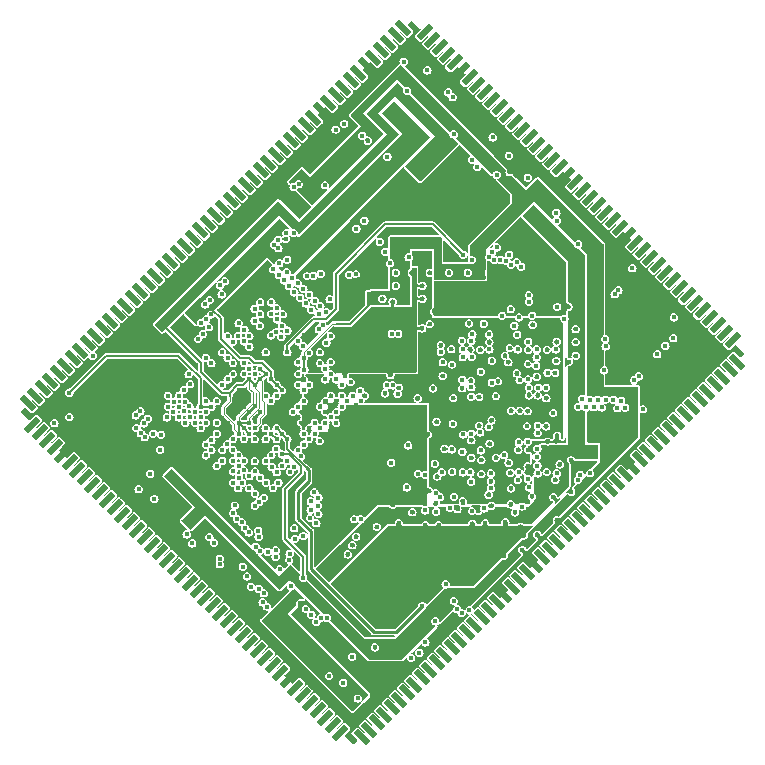
<source format=gbr>
%TF.GenerationSoftware,KiCad,Pcbnew,8.0.0-rc1*%
%TF.CreationDate,2025-03-14T10:19:49+03:00*%
%TF.ProjectId,SMX66_V1.0,534d5836-365f-4563-912e-302e6b696361,rev?*%
%TF.SameCoordinates,Original*%
%TF.FileFunction,Copper,L3,Inr*%
%TF.FilePolarity,Positive*%
%FSLAX46Y46*%
G04 Gerber Fmt 4.6, Leading zero omitted, Abs format (unit mm)*
G04 Created by KiCad (PCBNEW 8.0.0-rc1) date 2025-03-14 10:19:49*
%MOMM*%
%LPD*%
G01*
G04 APERTURE LIST*
G04 Aperture macros list*
%AMRotRect*
0 Rectangle, with rotation*
0 The origin of the aperture is its center*
0 $1 length*
0 $2 width*
0 $3 Rotation angle, in degrees counterclockwise*
0 Add horizontal line*
21,1,$1,$2,0,0,$3*%
G04 Aperture macros list end*
%TA.AperFunction,CastellatedPad*%
%ADD10RotRect,1.500000X0.500000X315.000000*%
%TD*%
%TA.AperFunction,CastellatedPad*%
%ADD11RotRect,1.500000X0.500000X45.000000*%
%TD*%
%TA.AperFunction,ViaPad*%
%ADD12C,0.400050*%
%TD*%
%TA.AperFunction,Conductor*%
%ADD13C,0.254000*%
%TD*%
%TA.AperFunction,Conductor*%
%ADD14C,0.150000*%
%TD*%
%TA.AperFunction,Conductor*%
%ADD15C,0.203200*%
%TD*%
%TA.AperFunction,Conductor*%
%ADD16C,0.101600*%
%TD*%
%TA.AperFunction,Conductor*%
%ADD17C,0.200000*%
%TD*%
G04 APERTURE END LIST*
D10*
%TO.N,/VCC_3V3*%
%TO.C,U1*%
X146376438Y-64025579D03*
X145740042Y-64661975D03*
X145103646Y-65298371D03*
%TO.N,/[VCC_CPU]-[RTC]/VCC_RTC*%
X144467250Y-65934767D03*
%TO.N,/RK3566_1/GPIO0_B0_u*%
X143830855Y-66571162D03*
%TO.N,GND*%
X143194457Y-67207560D03*
%TO.N,/RK3566_2/HDMITX_CEC_M0*%
X142558061Y-67843956D03*
%TO.N,/RK3566_2/HDMITX_SDA*%
X141921665Y-68480352D03*
%TO.N,/RK3566_2/HDMITX_SCL*%
X141285269Y-69116748D03*
%TO.N,/RK3566_3/GPIO3_B4_d*%
X140648873Y-69753144D03*
%TO.N,/RK3566_3/GPIO3_C0_d*%
X140012477Y-70389540D03*
%TO.N,GND*%
X139376081Y-71025936D03*
%TO.N,/RK3566_3/GPIO3_B5_d*%
X138739685Y-71662332D03*
%TO.N,/RK3566_3/GMAC1_TXD1_M0*%
X138103289Y-72298728D03*
%TO.N,/RK3566_3/GMAC1_TXEN_M0*%
X137466893Y-72935124D03*
%TO.N,/RK3566_3/GPIO3_B3_d*%
X136830496Y-73571521D03*
%TO.N,/RK3566_3/GMAC1_RXD1_M0*%
X136194101Y-74207916D03*
%TO.N,/RK3566_3/GMAC1_RXD0_M0*%
X135557704Y-74844313D03*
%TO.N,/RK3566_3/GPIO3_A5_d*%
X134921308Y-75480709D03*
%TO.N,/RK3566_3/GPIO3_A4_d*%
X134284912Y-76117105D03*
%TO.N,/RK3566_3/GPIO3_A7_d*%
X133648516Y-76753501D03*
%TO.N,/RK3566_3/GPIO3_A2_d*%
X133012120Y-77389897D03*
%TO.N,/RK3566_3/GPIO3_A3_d*%
X132375724Y-78026293D03*
%TO.N,/RK3566_3/GPIO3_A6_d*%
X131739329Y-78662688D03*
%TO.N,/RK3566_4/MIPI_DSI_TX0_D3N*%
X131102932Y-79299085D03*
%TO.N,/RK3566_4/MIPI_DSI_TX0_D3P*%
X130466535Y-79935482D03*
%TO.N,/RK3566_4/MIPI_DSI_TX0_D2N*%
X129830140Y-80571877D03*
%TO.N,/RK3566_4/MIPI_DSI_TX0_D2P*%
X129193743Y-81208274D03*
%TO.N,/RK3566_4/MIPI_DSI_TX0_D1N*%
X128557347Y-81844670D03*
%TO.N,/RK3566_4/MIPI_DSI_TX0_D1P*%
X127920951Y-82481066D03*
%TO.N,/RK3566_4/MIPI_DSI_TX0_D0N*%
X127284555Y-83117462D03*
%TO.N,/RK3566_4/MIPI_DSI_TX0_D0P*%
X126648159Y-83753858D03*
%TO.N,/RK3566_4/MIPI_DSI_TX0_CLKN*%
X126011763Y-84390254D03*
%TO.N,/RK3566_4/MIPI_DSI_TX0_CLKP*%
X125375368Y-85026649D03*
%TO.N,/RK3566_4/HDMI_TX_HPDIN*%
X124738970Y-85663047D03*
%TO.N,/RK3566_4/HDMI_TXCLKN*%
X124102574Y-86299443D03*
%TO.N,/RK3566_4/HDMI_TXCLKP*%
X123466179Y-86935838D03*
%TO.N,/RK3566_4/HDMI_TX0N*%
X122829782Y-87572235D03*
%TO.N,/RK3566_4/HDMI_TX0P*%
X122193386Y-88208631D03*
%TO.N,/RK3566_4/HDMI_TX1N*%
X121556990Y-88845027D03*
%TO.N,/RK3566_4/HDMI_TX1P*%
X120920594Y-89481423D03*
%TO.N,/RK3566_4/HDMI_TX2N*%
X120284198Y-90117819D03*
%TO.N,/RK3566_4/HDMI_TX2P*%
X119647802Y-90754215D03*
%TO.N,/RK3566_5/MIPI_CSI_RX_CLK1N*%
X119011406Y-91390611D03*
%TO.N,/RK3566_5/MIPI_CSI_RX_CLK1P*%
X118375009Y-92027008D03*
%TO.N,/RK3566_5/MIPI_CSI_RX_D3N*%
X117738613Y-92663404D03*
%TO.N,/RK3566_5/MIPI_CSI_RX_D3P*%
X117102217Y-93299800D03*
%TO.N,/RK3566_5/MIPI_CSI_RX_D2N*%
X116465821Y-93936196D03*
%TO.N,/RK3566_5/MIPI_CSI_RX_D2P*%
X115829425Y-94572592D03*
%TO.N,/RK3566_5/MIPI_CSI_RX_D1P*%
X115193029Y-95208988D03*
%TO.N,/RK3566_5/MIPI_CSI_RX_D1N*%
X114556633Y-95845384D03*
D11*
%TO.N,/RK3566_5/MIPI_CSI_RX_D0N*%
X114945543Y-97648506D03*
%TO.N,/RK3566_5/MIPI_CSI_RX_D0P*%
X115581939Y-98284903D03*
%TO.N,/RK3566_5/MIPI_CSI_RX_CLK0N*%
X116218334Y-98921298D03*
%TO.N,/RK3566_5/MIPI_CSI_RX_CLK0P*%
X116854730Y-99557695D03*
%TO.N,GND*%
X117491126Y-100194091D03*
%TO.N,/RK3566_1/GPIO0_C4_d*%
X118127522Y-100830487D03*
%TO.N,/RK3566_1/GPIO0_C3_d*%
X118763918Y-101466883D03*
%TO.N,/RK3566_1/GPIO0_C2_d*%
X119400315Y-102103279D03*
%TO.N,/RK3566_6/PCIE20_SATA2_RXP*%
X120036711Y-102739675D03*
%TO.N,/RK3566_6/PCIE20_SATA2_RXN*%
X120673107Y-103376070D03*
%TO.N,/RK3566_6/PCIE20_SATA2_TXN*%
X121309504Y-104012467D03*
%TO.N,/RK3566_6/PCIE20_SATA2_TXP*%
X121945900Y-104648864D03*
%TO.N,/RK3566_6/PCIE20_REFCLKP*%
X122582295Y-105285259D03*
%TO.N,/RK3566_6/PCIE20_REFCLKN*%
X123218691Y-105921656D03*
%TO.N,/RK3566_6/USB3_HOST1_SSTXP*%
X123855087Y-106558052D03*
%TO.N,/RK3566_6/USB3_HOST1_SSTXN*%
X124491483Y-107194448D03*
%TO.N,/RK3566_6/USB3_HOST1_SSRXP*%
X125127879Y-107830844D03*
%TO.N,/RK3566_6/USB3_HOST1_SSRXN*%
X125764276Y-108467240D03*
%TO.N,/RK3566_6/USB_OTG0_DN*%
X126400671Y-109103635D03*
%TO.N,/RK3566_6/USB_OTG0_DP*%
X127037068Y-109740031D03*
%TO.N,/RK3566_6/USB3_HOST1_DP*%
X127673465Y-110376429D03*
%TO.N,/RK3566_6/USB3_HOST1_DN*%
X128309860Y-111012824D03*
%TO.N,/RK3566_4/EDP_TXD2N*%
X128946256Y-111649220D03*
%TO.N,/RK3566_4/EDP_TXD2P*%
X129582652Y-112285617D03*
%TO.N,/RK3566_4/EDP_TXD1N*%
X130219048Y-112922013D03*
%TO.N,/RK3566_4/EDP_TXD1P*%
X130855444Y-113558409D03*
%TO.N,/RK3566_4/EDP_TXD0N*%
X131491840Y-114194805D03*
%TO.N,/RK3566_4/EDP_TXD0P*%
X132128237Y-114831201D03*
%TO.N,/RK3566_4/EDP_TXD3N*%
X132764632Y-115467596D03*
%TO.N,/RK3566_4/EDP_TXD3P*%
X133401029Y-116103993D03*
%TO.N,/RK3566_4/EDP_TX_AUXN*%
X134037426Y-116740390D03*
%TO.N,/RK3566_4/EDP_TX_AUXP*%
X134673821Y-117376785D03*
%TO.N,/RK3566_1/GPIO0_A4_u*%
X135310217Y-118013182D03*
%TO.N,/RK3566_7/SDMMC0_CLK{slash}TEST_CLKOUT{slash}UART5_TX_M0*%
X135946613Y-118649578D03*
%TO.N,GND*%
X136583009Y-119285974D03*
%TO.N,/RK3566_7/SDMMC0_CMD{slash}PWM10_M1{slash}UART5_RX_M0*%
X137219405Y-119922370D03*
%TO.N,/RK3566_7/SDMMC0_D3{slash}ARM_JTAG_TMS*%
X137855802Y-120558766D03*
%TO.N,/RK3566_7/SDMMC0_D2{slash}ARM_JTAG_TCK*%
X138492198Y-121195162D03*
%TO.N,/RK3566_7/SDMMC0_D1{slash}UART2_RX_M1{slash}UART6_RX_M1{slash}PWM9_M1*%
X139128593Y-121831557D03*
%TO.N,/RK3566_7/SDMMC0_D0{slash}UART2_TX_M1{slash}UART6_TX_M1{slash}PWM8_M1*%
X139764991Y-122467954D03*
%TO.N,/RK3566_6/USB_OTG0_ID*%
X140401387Y-123104351D03*
%TO.N,/RK3566_6/USB_OTG0_VBUSDET*%
X141037782Y-123740746D03*
D10*
%TO.N,/RK3566_2/GPIO2_B3_u*%
X142840904Y-124129655D03*
%TO.N,/RK3566_2/GPIO2_B4_u*%
X143477300Y-123493259D03*
%TO.N,/RK3566_2/GPIO2_B5_u*%
X144113697Y-122856863D03*
%TO.N,/RK3566_2/GPIO2_B6_u*%
X144750093Y-122220467D03*
%TO.N,/RK3566_2/GPIO2_B7_d*%
X145386489Y-121584071D03*
%TO.N,/RK3566_2/GPIO2_C0_d*%
X146022885Y-120947675D03*
%TO.N,/RK3566_2/GPIO2_C1_d*%
X146659281Y-120311279D03*
%TO.N,/RK3566_2/GPIO2_B2_u*%
X147295677Y-119674882D03*
%TO.N,/RK3566_2/GPIO2_C6_d*%
X147932073Y-119038486D03*
%TO.N,/RK3566_2/GPIO2_C2_d*%
X148568469Y-118402090D03*
%TO.N,/RK3566_2/GPIO2_C3_d*%
X149204865Y-117765694D03*
%TO.N,/RK3566_2/GPIO2_C4_d*%
X149841261Y-117129298D03*
%TO.N,/RK3566_2/GPIO2_C5_d*%
X150477658Y-116492902D03*
%TO.N,/RK3566_2/GPIO2_A6_u*%
X151114054Y-115856506D03*
%TO.N,/RK3566_2/GPIO2_A5_u*%
X151750450Y-115220110D03*
%TO.N,/RK3566_2/GPIO2_A4_u*%
X152386846Y-114583714D03*
%TO.N,/RK3566_2/GPIO2_A3_u*%
X153023242Y-113947318D03*
%TO.N,/RK3566_2/GPIO2_A7_u*%
X153659638Y-113310921D03*
%TO.N,/RK3566_2/GPIO2_B0_d*%
X154296034Y-112674525D03*
%TO.N,GND*%
X154932430Y-112038129D03*
%TO.N,/RK3566_2/SARADC_VIN3*%
X155568826Y-111401733D03*
%TO.N,/RK3566_2/SARADC_VIN2_HP_HOOK*%
X156205222Y-110765337D03*
%TO.N,/RK3566_2/SARADC_VIN0_KEY{slash}RECOVERY*%
X156841619Y-110128941D03*
%TO.N,GND*%
X157478015Y-109492545D03*
%TO.N,/RK3566_8/PCIE20_PERSTn_M2*%
X158114411Y-108856149D03*
%TO.N,/RK3566_8/PCIE20_WAKEn_M2*%
X158750807Y-108219753D03*
%TO.N,/RK3566_8/PCIE20_CLKREQn_M2*%
X159387203Y-107583357D03*
%TO.N,/RK3566_8/UART3_RX_M0*%
X160023599Y-106946960D03*
%TO.N,/RK3566_8/UART3_TX_M0*%
X160659995Y-106310564D03*
%TO.N,/RK3566_8/UART4_RX_M0*%
X161296391Y-105674168D03*
%TO.N,/RK3566_8/UART4_TX_M0*%
X161932787Y-105037772D03*
%TO.N,/RK3566_8/I2S1_LRCK_TX_M0*%
X162569184Y-104401376D03*
%TO.N,/RK3566_8/I2S1_SDI0_M0{slash}PDM_SDI0_M0*%
X163205580Y-103764980D03*
%TO.N,/RK3566_8/I2S1_SCLK_TX_M0*%
X163841976Y-103128584D03*
%TO.N,/RK3566_8/I2S1_SDO0_M0*%
X164478372Y-102492188D03*
%TO.N,/RK3566_8/I2S1_MCLK_M0*%
X165114768Y-101855792D03*
%TO.N,GND*%
X165751164Y-101219395D03*
%TO.N,/RK3566_1/SPI0_CS0_M0*%
X166387560Y-100582999D03*
%TO.N,/RK3566_1/SPI0_MISO_M0*%
X167023956Y-99946603D03*
%TO.N,/RK3566_1/SPI0_MOSI_M0*%
X167660352Y-99310207D03*
%TO.N,/RK3566_1/SPI0_CLK_M0*%
X168296748Y-98673811D03*
%TO.N,/RK3566_2/SPI3_CS0_M1*%
X168933145Y-98037415D03*
%TO.N,/RK3566_2/SPI3_MISO_M1*%
X169569541Y-97401019D03*
%TO.N,/RK3566_2/SPI3_MOSI_M1*%
X170205937Y-96764623D03*
%TO.N,/RK3566_2/SPI3_CLK_M1*%
X170842333Y-96128227D03*
%TO.N,/RK3566_1/LCD0_PWREN_H*%
X171478729Y-95491831D03*
%TO.N,/RK3566_1/PWM0_M0*%
X172115125Y-94855434D03*
%TO.N,/RK3566_3/UART5_RX_M1*%
X172751521Y-94219038D03*
%TO.N,/RK3566_3/UART5_TX_M1*%
X173387917Y-93582642D03*
%TO.N,/RK3566_1/UART2_RX_M0_DEBUG*%
X174024313Y-92946246D03*
%TO.N,/RK3566_1/UART2_TX_M0_DEBUG*%
X174660709Y-92309850D03*
D11*
%TO.N,/RK3566_2/SPDIF_TX_M2*%
X174271801Y-90506728D03*
%TO.N,/RK3566_1/GPIO0_A6_d*%
X173635405Y-89870332D03*
%TO.N,/RK3566_1/GPIO0_A3_u*%
X172999009Y-89233936D03*
%TO.N,/RK3566_1/GPIO0_A0_d*%
X172362612Y-88597539D03*
%TO.N,/RK3566_5/GPIO4_B0_d*%
X171726216Y-87961143D03*
%TO.N,/RK3566_5/CAMERAB_RST_L *%
X171089820Y-87324747D03*
%TO.N,/RK3566_5/CIFT_8BIT_D7*%
X170453424Y-86688351D03*
%TO.N,/RK3566_5/CIFT_8BIT_D6*%
X169817028Y-86051955D03*
%TO.N,/RK3566_5/CIFT_8BIT_D5*%
X169180632Y-85415559D03*
%TO.N,/RK3566_5/CIFT_8BIT_D4*%
X168544236Y-84779163D03*
%TO.N,/RK3566_5/CIFT_8BIT_D3*%
X167907840Y-84142767D03*
%TO.N,/RK3566_5/CIFT_8BIT_D2*%
X167271444Y-83506371D03*
%TO.N,/RK3566_5/CIFT_8BIT_D1*%
X166635047Y-82869974D03*
%TO.N,/RK3566_5/CIFT_8BIT_D0*%
X165998651Y-82233578D03*
%TO.N,GND*%
X165362255Y-81597182D03*
%TO.N,/RK3566_6/USB2_HOST2_DN*%
X164725859Y-80960786D03*
%TO.N,/RK3566_6/USB2_HOST2_DP*%
X164089463Y-80324390D03*
%TO.N,/RK3566_6/USB2_HOST3_DP*%
X163453067Y-79687994D03*
%TO.N,/RK3566_6/USB2_HOST3_DN*%
X162816671Y-79051598D03*
%TO.N,/RK3566_5/CIFT_8BIT_VSYNC*%
X162180275Y-78415202D03*
%TO.N,/RK3566_5/CIFT_8BIT_HREF*%
X161543879Y-77778806D03*
%TO.N,/RK3566_5/CIFT_8BIT_CLKIN*%
X160907483Y-77142410D03*
%TO.N,GND*%
X160271086Y-76506013D03*
%TO.N,/RK3566_5/CIF_CLKOUT*%
X159634690Y-75869617D03*
%TO.N,/RK3566_5/GPIO3_D5_d*%
X158998294Y-75233221D03*
%TO.N,/RK3566_5/GPIO3_D4_d*%
X158361898Y-74596825D03*
%TO.N,/RK3566_5/GPIO3_D3_d*%
X157725502Y-73960429D03*
%TO.N,/RK3566_5/GPIO3_D2_d*%
X157089106Y-73324033D03*
%TO.N,/RK3566_5/GPIO3_D1_d*%
X156452710Y-72687637D03*
%TO.N,/RK3566_5/GPIO3_D0_d*%
X155816314Y-72051241D03*
%TO.N,/RK3566_5/GPIO3_C7_d*%
X155179918Y-71414845D03*
%TO.N,/RK3566_5/GPIO3_C6_d*%
X154543522Y-70778449D03*
%TO.N,/RK3566_5/GPIO4_B4_d*%
X153907125Y-70142052D03*
%TO.N,/RK3566_5/GPIO4_B5_d_1V8*%
X153270729Y-69505656D03*
%TO.N,/RK3566_5/I2C4_SDA_M0_1V8*%
X152634333Y-68869260D03*
%TO.N,/RK3566_5/I2C4_SCL_M0_1V8*%
X151997937Y-68232864D03*
%TO.N,GND*%
X151361541Y-67596468D03*
%TO.N,/RK3566_1/GPIO0_B4_u*%
X150725145Y-66960072D03*
%TO.N,/RK3566_1/GPIO0_B3_u*%
X150088749Y-66323676D03*
%TO.N,/RK3566_1/GPIO0_A5_d*%
X149452353Y-65687280D03*
%TO.N,/RK3566_3/GMAC1_MDIO_M0*%
X148815957Y-65050884D03*
%TO.N,/RK3566_3/GMAC1_MDC_M0*%
X148179561Y-64414488D03*
%TD*%
D12*
%TO.N,/EMMC/eMMC_RSTn*%
X138595485Y-113727465D03*
X135221391Y-101217654D03*
%TO.N,Net-(U1000T-EDP_TX_AVDD_0V9)*%
X131957605Y-99790995D03*
%TO.N,/[VCC_CPU]-[RTC]/VDD_CPU*%
X135634565Y-97952515D03*
X134715325Y-98871755D03*
X136553805Y-98871755D03*
X135634565Y-98871755D03*
X147985485Y-112996640D03*
X135174945Y-98412135D03*
X134715325Y-97952515D03*
X136094185Y-98412135D03*
%TO.N,/RK3566_1/PMUPLL_AVDD_1V8*%
X143985485Y-86987465D03*
X135205485Y-100217465D03*
X130578745Y-98412135D03*
X137932675Y-91977455D03*
X126667873Y-101869853D03*
X137999786Y-92996545D03*
X129210210Y-97942190D03*
X132876845Y-92437075D03*
X131038365Y-94275555D03*
X131957605Y-98871755D03*
X134727128Y-100722039D03*
X137905485Y-77027465D03*
X132417215Y-100250625D03*
X149255485Y-112996640D03*
X131957605Y-92437075D03*
X131497985Y-93815935D03*
X128395485Y-105757465D03*
%TO.N,/LPDDR4/VCC0V6_DDR*%
X153788285Y-101775865D03*
X151375285Y-99921665D03*
X156149475Y-101668935D03*
X159274685Y-91279065D03*
X137932675Y-94735175D03*
X153774315Y-103029615D03*
X153664335Y-91272465D03*
X168565485Y-90977465D03*
X152111885Y-102461665D03*
X156054725Y-102332125D03*
X157674485Y-100378865D03*
X167865485Y-91687465D03*
X152151005Y-91900855D03*
X137932675Y-95654415D03*
X151335915Y-90524685D03*
X146666385Y-102953415D03*
X157625465Y-92647365D03*
X169215485Y-90327465D03*
X156939665Y-90632635D03*
X157025485Y-102957465D03*
X159343775Y-101770785D03*
X164255485Y-86607465D03*
X153632835Y-90003985D03*
X149539885Y-91458645D03*
X149629295Y-101677825D03*
X137473045Y-94275555D03*
X137473045Y-96114035D03*
X156057525Y-91279065D03*
X164575485Y-86267465D03*
X137013425Y-96573655D03*
X156010275Y-90026335D03*
%TO.N,/POWER/VCC0V9_2*%
X135634565Y-95194795D03*
X136094185Y-94735175D03*
X145685485Y-70897465D03*
X134715325Y-95194795D03*
X135634565Y-94275555D03*
X128814545Y-88118405D03*
X135174945Y-93815935D03*
X135174945Y-95654415D03*
X145285485Y-71237465D03*
%TO.N,/POWER/VCC0V9_1*%
X133796085Y-94275555D03*
X132876845Y-98871755D03*
X147755485Y-76067465D03*
X125937618Y-89059598D03*
X133336465Y-93815935D03*
X134255705Y-92896695D03*
X132876845Y-97952515D03*
X148685485Y-75057465D03*
X133796075Y-97952515D03*
X134255705Y-93815935D03*
X132417225Y-97492895D03*
X134715325Y-93356315D03*
X133336465Y-98412135D03*
X133336465Y-97492895D03*
X133796075Y-98871755D03*
X132417225Y-98412135D03*
%TO.N,/LPDDR4/VCC_DDR*%
X159236845Y-94513755D03*
X157891655Y-96936655D03*
X147645485Y-83297465D03*
X152467485Y-89177465D03*
X155305175Y-98984155D03*
X156595485Y-103907465D03*
X151390015Y-95284395D03*
X149724285Y-97483265D03*
X148821575Y-93254675D03*
X153760605Y-100169575D03*
X137932645Y-97492895D03*
X139311505Y-94275555D03*
X154209415Y-92906955D03*
X148987685Y-98931065D03*
X156285485Y-89437465D03*
X159276465Y-95160435D03*
X154299585Y-97619155D03*
X148282885Y-95493580D03*
X148065485Y-83697465D03*
X138851885Y-93815935D03*
X152929765Y-94606715D03*
X155178935Y-93095925D03*
X138851885Y-94735175D03*
X152413635Y-103671975D03*
X138851885Y-96573655D03*
X139311505Y-95194795D03*
X152188085Y-97788065D03*
X157532505Y-96577505D03*
X155287395Y-93973245D03*
X158604885Y-98431955D03*
X159318125Y-97845215D03*
%TO.N,/RK3566_1/PMUPLL_AVDD_0V9*%
X142391556Y-81053536D03*
X130578745Y-97492895D03*
X133336465Y-92896695D03*
X129659505Y-96573655D03*
X129199885Y-97033275D03*
X132876845Y-93356315D03*
X137473045Y-93356315D03*
X137486295Y-92382277D03*
X131445485Y-99317465D03*
X131957605Y-93356315D03*
X130578745Y-95654415D03*
%TO.N,/EMMC/VCC3V3_FLASH*%
X137265485Y-112327465D03*
X141565485Y-120328290D03*
%TO.N,GND*%
X132884085Y-95197265D03*
X155831720Y-105076579D03*
X146344105Y-100111865D03*
X150599575Y-95392085D03*
X156867785Y-86034725D03*
X156921635Y-92518335D03*
X149234575Y-102037485D03*
X143448505Y-104023465D03*
X128745485Y-95587465D03*
X141145485Y-86817465D03*
X140885485Y-106447465D03*
X144889655Y-90327325D03*
X154855095Y-108760815D03*
X136405485Y-81894673D03*
X155287395Y-100870105D03*
X149360305Y-106175915D03*
X134255735Y-100227465D03*
X155972685Y-93292265D03*
X137583085Y-95197265D03*
X142053473Y-107859477D03*
X137473025Y-98871755D03*
X152721495Y-107084415D03*
X134255695Y-98412135D03*
X150537085Y-108379865D03*
X129659505Y-92896695D03*
X160951085Y-91819065D03*
X152735485Y-104929650D03*
X147572885Y-95408584D03*
X152797685Y-95298865D03*
X149325765Y-86968685D03*
X157316855Y-89177725D03*
X148606685Y-84783265D03*
X152100205Y-93927265D03*
X133265085Y-104011065D03*
X136643285Y-97940465D03*
X159235315Y-93251375D03*
X130471085Y-91082465D03*
X144466485Y-84783265D03*
X133315485Y-88327465D03*
X148047885Y-108379865D03*
X135655485Y-90647465D03*
X134715315Y-90598605D03*
X135174945Y-91977455D03*
X137938685Y-93800265D03*
X159071485Y-103782465D03*
X148236355Y-106175915D03*
X129677291Y-98423517D03*
X155485005Y-103043325D03*
X144296815Y-85878265D03*
X148462415Y-107242715D03*
X152137285Y-100455065D03*
X145733695Y-85878265D03*
X122545485Y-98827465D03*
X155388485Y-91158665D03*
X124839296Y-99765795D03*
X158520305Y-101660295D03*
X159604885Y-101013865D03*
X142640735Y-85324035D03*
X151660785Y-85878265D03*
X125408365Y-96078345D03*
X131935485Y-89587465D03*
X156429895Y-108252815D03*
X144816495Y-95007785D03*
X142500785Y-86968685D03*
X132858685Y-96111665D03*
X136465485Y-96111665D03*
X152594485Y-108405265D03*
X152898525Y-91297095D03*
X149153805Y-105027825D03*
X141665485Y-108637465D03*
X151045485Y-109517465D03*
X134725618Y-86790310D03*
X153868555Y-92231055D03*
X143094895Y-95189595D03*
X133336495Y-99331375D03*
X151349885Y-94562265D03*
X138392265Y-97952515D03*
X153652905Y-90650415D03*
X128280645Y-98871755D03*
X147207705Y-99095865D03*
X147145935Y-105065925D03*
X149539885Y-90919905D03*
X143398925Y-86070545D03*
X151945485Y-71327465D03*
X135625485Y-91577465D03*
X145211725Y-91523665D03*
X149684915Y-88046155D03*
X146013905Y-94523865D03*
X134715325Y-94275555D03*
X147967115Y-89501825D03*
X140173885Y-96035465D03*
X154389255Y-93973245D03*
X145988505Y-106004665D03*
X126845485Y-97567465D03*
X139771155Y-96573655D03*
X151895485Y-107277465D03*
X158598535Y-99072295D03*
X131969685Y-96111665D03*
X142383685Y-95984665D03*
X160951085Y-90650665D03*
X134255705Y-91977455D03*
X152222621Y-106016790D03*
X128280645Y-97952515D03*
X133795485Y-99697465D03*
X143932325Y-88046155D03*
X138865285Y-92796665D03*
X156556868Y-107018848D03*
X149180725Y-97385735D03*
X154022885Y-87387675D03*
X128855485Y-92567465D03*
X139182660Y-103017465D03*
X157263005Y-103707795D03*
X158538085Y-91297095D03*
X136109885Y-95679865D03*
X134715485Y-97127465D03*
X150563755Y-97583345D03*
X136315485Y-109427465D03*
X141131845Y-97226795D03*
X135174945Y-96573655D03*
X141873705Y-104023465D03*
X118985485Y-94677465D03*
X153610485Y-84783265D03*
X145201105Y-107249265D03*
X136567085Y-94257465D03*
X148447175Y-98463205D03*
X152905485Y-109547465D03*
X136094185Y-96573655D03*
X143965485Y-116507465D03*
X137013425Y-93815935D03*
X143092905Y-102042265D03*
X156854825Y-101682145D03*
X134297172Y-91097369D03*
X159325485Y-92250865D03*
X147512505Y-97521065D03*
X130119125Y-93356315D03*
X135652685Y-96111665D03*
X134795485Y-89687465D03*
X147362085Y-109522865D03*
X144210505Y-103159865D03*
X151505845Y-86968685D03*
X127821025Y-98412135D03*
X128883085Y-99654665D03*
X137473025Y-97952515D03*
X133327565Y-100259545D03*
X152975485Y-101826665D03*
X139010065Y-91110105D03*
X139596556Y-111526394D03*
X156886075Y-101175155D03*
X152128905Y-98968915D03*
X130119125Y-95194795D03*
X150664085Y-103757065D03*
X149719465Y-92356785D03*
X142381705Y-107122265D03*
X136541685Y-97026065D03*
X156959985Y-99776885D03*
X151400685Y-104112665D03*
X133815219Y-91537731D03*
X131058296Y-101610276D03*
X138395885Y-94282865D03*
X140230765Y-95194795D03*
X148884105Y-94574665D03*
X135627285Y-92428665D03*
X160405485Y-92347465D03*
X148966605Y-88046155D03*
X144305485Y-107597465D03*
X160570085Y-100632865D03*
X146541925Y-89572945D03*
X145888885Y-109522865D03*
X143816505Y-89721025D03*
X134275485Y-96597465D03*
X134705582Y-101637562D03*
X142772885Y-90057675D03*
X127550085Y-93851065D03*
X132401485Y-95654465D03*
X137473045Y-91517835D03*
X145264055Y-108379865D03*
X157699895Y-106957465D03*
X149857635Y-99679095D03*
X153782695Y-102459635D03*
X156108575Y-99786035D03*
X159059045Y-96667165D03*
X157669405Y-93578275D03*
X160951085Y-89558465D03*
X159346315Y-90632635D03*
X136293478Y-102109472D03*
X149267085Y-109522865D03*
X144582885Y-98537065D03*
X122535587Y-101727567D03*
X150509905Y-101624485D03*
X133325485Y-95627465D03*
X159687695Y-87058345D03*
X145605425Y-102766725D03*
X160341485Y-87653465D03*
X132395485Y-96567465D03*
X132405485Y-91087465D03*
X156903855Y-96511465D03*
X134719924Y-87801904D03*
X148516265Y-103222905D03*
X141570175Y-105090265D03*
X132426885Y-93825665D03*
X133336465Y-96573655D03*
X141418485Y-93495465D03*
X132401485Y-92911265D03*
X149146185Y-85878265D03*
X140218595Y-98097185D03*
X151832485Y-84783265D03*
X149038485Y-100937665D03*
X139771165Y-95654415D03*
X152054485Y-91279065D03*
X133825485Y-96107465D03*
X159400165Y-98577245D03*
X151934085Y-89075865D03*
X155365485Y-76267465D03*
X147205115Y-103312565D03*
X156840095Y-97767245D03*
X144599585Y-86968685D03*
X154982085Y-91800015D03*
X141995485Y-85967465D03*
X149108845Y-104318405D03*
X147060692Y-101593290D03*
X157019925Y-95166785D03*
X152795405Y-97722535D03*
X155020185Y-105919115D03*
X123790895Y-96162415D03*
X137989485Y-90066465D03*
X137013425Y-89219735D03*
X134715837Y-99687112D03*
X129654389Y-94702517D03*
X150403485Y-86968685D03*
X158485505Y-95410125D03*
X153834765Y-104499005D03*
X147512505Y-96505065D03*
X154169285Y-108405265D03*
X154225485Y-106687465D03*
X152979295Y-100645565D03*
X154220085Y-100429665D03*
X154209675Y-95230545D03*
X139311525Y-96114035D03*
X153673985Y-99242985D03*
X159286625Y-99050195D03*
X156302885Y-106271665D03*
X132835485Y-91557465D03*
X156957695Y-91297095D03*
X157351145Y-87778435D03*
X131497985Y-100250615D03*
X138497485Y-99820065D03*
X157750695Y-95171815D03*
X145480505Y-104429865D03*
X135625485Y-100647465D03*
X147978795Y-85878265D03*
X147543185Y-107242715D03*
X131957605Y-97033275D03*
X150958725Y-104803295D03*
X133899460Y-106067465D03*
X159247505Y-102324765D03*
X132426885Y-94740065D03*
X154175125Y-85878265D03*
X155155485Y-107397465D03*
X158468745Y-97796195D03*
X155502785Y-96451775D03*
X130036811Y-100647182D03*
X131485485Y-97507465D03*
X139685485Y-107137465D03*
X136553805Y-93356315D03*
X149539885Y-107242715D03*
X148607445Y-89123875D03*
X140700045Y-92857995D03*
X147819285Y-102283865D03*
X158536815Y-87536375D03*
X134255735Y-99331375D03*
X138851885Y-91977455D03*
X133833398Y-102569552D03*
X159614535Y-88182805D03*
X155464193Y-104397465D03*
X147082685Y-84783265D03*
X143525485Y-108347465D03*
X153585485Y-103577465D03*
X150403485Y-88046155D03*
X150427105Y-91254175D03*
X140690375Y-95654415D03*
X156795485Y-84783265D03*
X153097405Y-85878265D03*
X130578745Y-93815935D03*
X160586310Y-103317465D03*
X145277305Y-93457065D03*
X137473045Y-97033275D03*
X131531894Y-96598157D03*
X128319924Y-95213026D03*
X137655485Y-112767465D03*
X134665485Y-85277465D03*
X128740265Y-98412135D03*
X155430905Y-101708305D03*
X147978795Y-86968685D03*
X136541685Y-95197265D03*
X133795485Y-97087465D03*
X159365485Y-105737465D03*
X155269365Y-92364665D03*
X150313565Y-85878265D03*
X153425485Y-107567465D03*
X135174945Y-91058215D03*
X144265315Y-89271955D03*
X150232285Y-84783265D03*
X149622685Y-108379865D03*
X143355485Y-73597465D03*
X156242945Y-96451775D03*
X153837565Y-97273215D03*
X145736485Y-84783265D03*
X136553805Y-92437075D03*
X131038365Y-93356315D03*
X135174945Y-94735175D03*
X131038365Y-98871755D03*
X147977525Y-104264565D03*
X144618885Y-109522865D03*
X131019088Y-97051067D03*
X145464195Y-87237925D03*
X134715315Y-88760125D03*
X131497985Y-101169855D03*
X153291975Y-105994805D03*
X149698885Y-93520865D03*
X147260235Y-89393365D03*
X130578745Y-92896695D03*
X144125485Y-106307465D03*
%TO.N,Net-(U3-EN)*%
X166655485Y-96347465D03*
%TO.N,Net-(U3-FB{slash}OUT)*%
X163365485Y-93037465D03*
%TO.N,Net-(U5-EN)*%
X150545485Y-69927465D03*
%TO.N,Net-(U6-EN)*%
X148405485Y-67657465D03*
%TO.N,/RK3566_6/USB_OTG0_VBUSDET*%
X130835485Y-108987465D03*
%TO.N,/RK3566_2/SARADC_VIN0_KEY{slash}RECOVERY*%
X133811817Y-101607744D03*
X149955485Y-111178290D03*
%TO.N,/RK3566_2/SARADC_VIN1_EVB_HW_ID*%
X134246992Y-102123816D03*
%TO.N,Net-(U2210-EN)*%
X155315485Y-74867465D03*
%TO.N,Net-(U2210-FB{slash}OUT)*%
X156915485Y-76737465D03*
%TO.N,/RK3566_2/SARADC_VIN3*%
X149064004Y-114286805D03*
X134179495Y-104163425D03*
%TO.N,/RK3566_5/VCCIO6*%
X151435485Y-83258290D03*
X136553805Y-91517835D03*
%TO.N,Net-(U4000A-VDDi)*%
X134809414Y-113043536D03*
%TO.N,/RK3566_4/HDMI_TX_HPDIN*%
X127371046Y-95181904D03*
%TO.N,/[VCC_CPU]-[RTC]/VCC_RTC*%
X144371995Y-82143975D03*
X137498402Y-77281892D03*
%TO.N,Net-(U5-FB{slash}OUT)*%
X153925485Y-73327465D03*
%TO.N,/LPDDR4/LPDDR4_RESETn*%
X145338329Y-100872231D03*
X157725285Y-99667665D03*
X138851885Y-97492895D03*
%TO.N,Net-(U6-FB{slash}OUT)*%
X150173086Y-69517266D03*
%TO.N,/EMMC/eMMC_D0{slash}FLASH_D0*%
X135555485Y-108819994D03*
%TO.N,/RK3566_5/I2C4_SCL_M0_1V8*%
X153904211Y-83004744D03*
X138857627Y-87159607D03*
%TO.N,/RK3566_5/I2C4_SDA_M0_1V8*%
X138399414Y-86641394D03*
X154283875Y-82638290D03*
%TO.N,/RK3566_1/I2C0_SDA*%
X124146945Y-98364195D03*
X141285485Y-119487465D03*
%TO.N,/RK3566_1/I2C0_SCL*%
X147035485Y-117407465D03*
X124485988Y-98704049D03*
%TO.N,Net-(U3800A-ZQ1)*%
X155769485Y-89253665D03*
X163465485Y-90397465D03*
%TO.N,Net-(U3800A-ZQ0)*%
X153178685Y-89101265D03*
X163492185Y-91017465D03*
%TO.N,/[VCC_CPU]-[RTC]/PMIC_SLEEP_H*%
X127915485Y-97507465D03*
X123965485Y-103107465D03*
X140084414Y-118928536D03*
%TO.N,/RK3566_1/DVP_PWREN0_H_GPIO0_C1*%
X118101437Y-97001841D03*
X128280645Y-97033275D03*
%TO.N,/RK3566_2/HDMITX_SCL*%
X140639425Y-72658205D03*
X130846310Y-85857465D03*
%TO.N,/RK3566_2/HDMITX_SDA*%
X141360485Y-72182465D03*
X131265485Y-85507465D03*
%TO.N,/RK3566_DDR/DDR_RZQ*%
X139771125Y-93815935D03*
%TO.N,/RK3566_1/TSADC_SHUT_M0*%
X127361405Y-97033275D03*
X120070587Y-91822567D03*
%TO.N,/RK3566_1/TVSS*%
X116825485Y-97517465D03*
X129659505Y-97492895D03*
%TO.N,/RK3566_1/GPIO0_B3_u*%
X144849414Y-83001394D03*
X123775485Y-97927465D03*
X152183050Y-75216647D03*
X136475485Y-81417465D03*
%TO.N,/RK3566_1/GPIO0_B4_u*%
X135785485Y-81986640D03*
X124722384Y-97154218D03*
X152645485Y-75837465D03*
X145249414Y-83981394D03*
%TO.N,/RK3566_4/HDMI_TX_REXT*%
X127804924Y-94698026D03*
%TO.N,/EMMC/eMMC_CMD*%
X139369985Y-114017964D03*
X137896556Y-107066394D03*
%TO.N,/EMMC/eMMC_DATA_STROBE*%
X138115485Y-113257465D03*
X135635485Y-101677465D03*
%TO.N,/RK3566_1/GPIO0_C0_d*%
X137079092Y-77515622D03*
X127355485Y-96127465D03*
%TO.N,/RK3566_8/UART4_RX_M0*%
X137125485Y-101227465D03*
%TO.N,/RK3566_8/PCIE20_WAKEn_M2*%
X139005485Y-105997465D03*
%TO.N,/RK3566_8/I2S1_SCLK_TX_M0*%
X139123343Y-104527465D03*
X162185485Y-101757465D03*
%TO.N,/RK3566_5/CAMERAB_RST_L *%
X137647398Y-86899378D03*
%TO.N,/RK3566_5/MIPI_CSI_RX_D2P*%
X129674829Y-88729050D03*
%TO.N,/RK3566_2/GPIO2_A5_u*%
X133335485Y-102007465D03*
%TO.N,/RK3566_5/CIFT_8BIT_D6*%
X136045485Y-90187465D03*
X139371556Y-84873536D03*
%TO.N,/RK3566_1/GPIO0_C2_d*%
X124407528Y-97544160D03*
%TO.N,/RK3566_2/GPIO2_B5_u*%
X131944677Y-105138513D03*
%TO.N,/RK3566_5/MIPI_CSI_RX_D1P*%
X129245485Y-89027465D03*
%TO.N,/RK3566_2/GPIO2_C5_d*%
X147735485Y-116967465D03*
X132295485Y-105647465D03*
%TO.N,/RK3566_3/GPIO3_A7_d*%
X133774070Y-87818880D03*
%TO.N,/RK3566_7/SDMMC0_CMD{slash}PWM10_M1{slash}UART5_RX_M0*%
X133136310Y-110501255D03*
X131982179Y-101604159D03*
%TO.N,/RK3566_1/PWM0_M0*%
X128740265Y-96573655D03*
X163161360Y-96192132D03*
%TO.N,/RK3566_5/CIFT_8BIT_CLKIN*%
X139856310Y-88147741D03*
X154066556Y-83666394D03*
%TO.N,/RK3566_5/CIFT_8BIT_D3*%
X138215485Y-85056640D03*
X136095485Y-89287465D03*
%TO.N,/RK3566_6/USB2_HOST3_DN*%
X155105485Y-83757465D03*
X139209851Y-89570958D03*
%TO.N,/RK3566_5/CIFT_8BIT_HREF*%
X137905485Y-91027465D03*
X154595485Y-83687465D03*
%TO.N,/RK3566_5/MIPI_CSI_RX_CLK0P*%
X131038365Y-91517835D03*
%TO.N,/RK3566_4/EDP_TXD3P*%
X130335485Y-107637465D03*
%TO.N,/RK3566_1/LCD0_PWREN_H*%
X126442165Y-96114035D03*
X164824660Y-95607465D03*
%TO.N,/RK3566_1/GPIO0_C4_d*%
X124105485Y-96529746D03*
%TO.N,/RK3566_6/USB2_HOST2_DN*%
X156351556Y-84271394D03*
X142367560Y-84913201D03*
%TO.N,/RK3566_3/GPIO3_B4_d*%
X134255705Y-88300495D03*
%TO.N,/RK3566_5/MIPI_CSI_RX_D0N*%
X129401187Y-89982418D03*
%TO.N,/RK3566_7/SDMMC0_D3{slash}ARM_JTAG_TMS*%
X132417225Y-101169855D03*
X133467135Y-111351888D03*
%TO.N,/RK3566_5/CIFT_8BIT_VSYNC*%
X139345485Y-87607465D03*
X155332627Y-83252465D03*
%TO.N,/RK3566_2/GPIO2_B6_u*%
X132783042Y-109680128D03*
%TO.N,/RK3566_7/SDMMC0_D2{slash}ARM_JTAG_TCK*%
X134126310Y-111543525D03*
X132735485Y-102547465D03*
%TO.N,/RK3566_2/GPIO2_A6_u*%
X133798495Y-104493625D03*
%TO.N,/RK3566_2/GPIO2_A7_u*%
X134225485Y-108337465D03*
X150649002Y-112581807D03*
%TO.N,/RK3566_8/PCIE20_PERSTn_M2*%
X138465485Y-105548290D03*
%TO.N,/RK3566_2/GPIO2_B0_d*%
X133279414Y-106763536D03*
%TO.N,/RK3566_1/UART2_TX_M0_DEBUG*%
X127876130Y-95712768D03*
%TO.N,/RK3566_5/CIFT_8BIT_D5*%
X169285485Y-88567465D03*
X137148107Y-86443439D03*
%TO.N,/RK3566_8/UART3_RX_M0*%
X139183604Y-103835584D03*
%TO.N,/RK3566_2/GPIO2_C0_d*%
X134085485Y-106617465D03*
%TO.N,/RK3566_1/UART2_RX_M0_DEBUG*%
X164153835Y-95537465D03*
X126442165Y-95194795D03*
%TO.N,/RK3566_5/GPIO3_D1_d*%
X135863350Y-83985330D03*
%TO.N,/RK3566_2/SPI3_MOSI_M1*%
X130980383Y-86612567D03*
X162499710Y-96168455D03*
%TO.N,/RK3566_2/GPIO2_A3_u*%
X133343454Y-103031638D03*
%TO.N,/RK3566_5/MIPI_CSI_RX_D3P*%
X129595485Y-87467465D03*
%TO.N,/RK3566_1/GPIO0_B0_u*%
X126901785Y-96547465D03*
%TO.N,/RK3566_5/CIFT_8BIT_D4*%
X138755485Y-85037465D03*
X136175485Y-88297465D03*
%TO.N,/RK3566_5/GPIO3_D2_d*%
X159325485Y-79717465D03*
X135819365Y-84965031D03*
%TO.N,/RK3566_8/UART4_TX_M0*%
X136769923Y-101634045D03*
%TO.N,/RK3566_2/GPIO2_C1_d*%
X133875485Y-107987465D03*
%TO.N,/RK3566_5/GPIO3_D4_d*%
X135669816Y-88736166D03*
%TO.N,/RK3566_8/I2S1_MCLK_M0*%
X138539414Y-104143536D03*
%TO.N,/RK3566_2/GPIO2_C3_d*%
X132483154Y-102132581D03*
X134575485Y-103817465D03*
%TO.N,/RK3566_8/I2S1_LRCK_TX_M0*%
X161140401Y-102334691D03*
X138515485Y-104867465D03*
%TO.N,/RK3566_5/MIPI_CSI_RX_CLK1P*%
X131497985Y-90138975D03*
%TO.N,/RK3566_1/SPI0_CS0_M0*%
X163492185Y-95517465D03*
X128265485Y-96097465D03*
%TO.N,/RK3566_5/GPIO4_B0_d*%
X137473045Y-90598595D03*
X140125485Y-87027465D03*
%TO.N,/RK3566_6/USB_OTG0_DN*%
X128025424Y-106939546D03*
%TO.N,/RK3566_4/EDP_TX_AUXN*%
X130569273Y-101144940D03*
%TO.N,/RK3566_2/GPIO2_B7_d*%
X132705485Y-105917465D03*
%TO.N,/RK3566_4/EDP_TXD3N*%
X129945485Y-107157465D03*
%TO.N,/RK3566_2/GPIO2_C2_d*%
X132955648Y-106393479D03*
%TO.N,/RK3566_2/GPIO2_A4_u*%
X132875485Y-101507465D03*
%TO.N,/RK3566_5/GPIO3_C7_d*%
X135205485Y-87297465D03*
%TO.N,/RK3566_5/MIPI_CSI_RX_CLK1N*%
X131955485Y-90647465D03*
%TO.N,/RK3566_5/GPIO3_D0_d*%
X135355390Y-84493290D03*
%TO.N,/RK3566_5/CIFT_8BIT_D1*%
X136289537Y-85430576D03*
%TO.N,/RK3566_5/MIPI_CSI_RX_CLK0N*%
X131497985Y-91977455D03*
%TO.N,/RK3566_3/GMAC1_MDIO_M0*%
X135165485Y-90097465D03*
%TO.N,/RK3566_5/GPIO3_C6_d*%
X135187836Y-88269708D03*
%TO.N,/RK3566_6/USB2_HOST2_DP*%
X155985485Y-83907465D03*
X141799414Y-84951394D03*
%TO.N,/RK3566_5/MIPI_CSI_RX_D0P*%
X128991029Y-90392576D03*
%TO.N,/RK3566_2/SPI3_CLK_M1*%
X132383070Y-90102769D03*
X161176410Y-96141145D03*
%TO.N,/RK3566_1/SPI0_MOSI_M0*%
X162830535Y-95522990D03*
X129659505Y-95654415D03*
%TO.N,/RK3566_2/GPIO2_C4_d*%
X133809827Y-103500982D03*
%TO.N,/RK3566_1/GPIO0_A3_u*%
X127789131Y-96517802D03*
X151311517Y-113586834D03*
%TO.N,/RK3566_3/GPIO3_B5_d*%
X134211730Y-89263710D03*
%TO.N,/RK3566_4/EDP_TX_AUXP*%
X131038365Y-100710235D03*
%TO.N,/RK3566_1/SPI0_CLK_M0*%
X165155485Y-96227465D03*
X126345485Y-97027465D03*
%TO.N,/RK3566_6/USB3_HOST1_DN*%
X129659505Y-100250615D03*
%TO.N,/RK3566_2/GPIO2_B2_u*%
X134896310Y-108405913D03*
%TO.N,/RK3566_1/GPIO0_C3_d*%
X123715485Y-96867465D03*
%TO.N,/RK3566_2/SPDIF_TX_M2*%
X132429065Y-89052835D03*
X161838060Y-96176078D03*
%TO.N,/RK3566_7/SDMMC0_D0{slash}UART2_TX_M1{slash}UART6_TX_M1{slash}PWM8_M1*%
X131957541Y-102549521D03*
X134456310Y-112688536D03*
%TO.N,/RK3566_3/GPIO3_A6_d*%
X133785485Y-88837465D03*
%TO.N,/RK3566_5/CIFT_8BIT_D7*%
X137445485Y-85687465D03*
%TO.N,/RK3566_8/UART3_TX_M0*%
X138845485Y-103387465D03*
%TO.N,/RK3566_6/USB2_HOST3_DP*%
X155495485Y-84107465D03*
X139528610Y-89207465D03*
%TO.N,/RK3566_3/UART5_TX_M1*%
X135426310Y-82397465D03*
%TO.N,/RK3566_6/USB_OTG0_ID*%
X130835485Y-109467518D03*
%TO.N,/RK3566_8/I2S1_SDI0_M0{slash}PDM_SDI0_M0*%
X136135771Y-101132937D03*
X161338064Y-101897465D03*
%TO.N,/RK3566_2/HDMITX_CEC_M0*%
X132915485Y-89607465D03*
%TO.N,/RK3566_1/GPIO0_A4_u*%
X125780767Y-99766640D03*
%TO.N,/RK3566_5/GPIO4_B5_d_1V8*%
X138581956Y-87913936D03*
%TO.N,/RK3566_5/CIFT_8BIT_D0*%
X165765485Y-84407465D03*
X136965485Y-85217465D03*
%TO.N,/RK3566_1/GPIO0_A6_d*%
X125189672Y-98400116D03*
X151973733Y-113364869D03*
%TO.N,/RK3566_2/SPI3_MISO_M1*%
X162168885Y-95517465D03*
X132876845Y-90598595D03*
%TO.N,/RK3566_5/CIFT_8BIT_D2*%
X136723084Y-85932746D03*
%TO.N,/RK3566_2/SPI3_CS0_M1*%
X133336455Y-91058225D03*
X161504695Y-95457234D03*
%TO.N,/RK3566_3/GMAC1_MDC_M0*%
X135625485Y-89797465D03*
%TO.N,/RK3566_1/SPI0_MISO_M0*%
X126942587Y-95696702D03*
X164484660Y-96248265D03*
%TO.N,/RK3566_8/PCIE20_CLKREQn_M2*%
X136553805Y-100710235D03*
%TO.N,/RK3566_5/CIF_CLKOUT*%
X153643467Y-83439578D03*
X139194660Y-88264940D03*
%TO.N,/RK3566_2/GPIO2_B3_u*%
X132404696Y-103029960D03*
%TO.N,/RK3566_5/MIPI_CSI_RX_D3N*%
X129975485Y-87097465D03*
%TO.N,/RK3566_6/USB_OTG0_DP*%
X128492406Y-107698053D03*
%TO.N,/RK3566_1/GPIO0_A5_d*%
X125860161Y-98502141D03*
X146395485Y-66917465D03*
%TO.N,/RK3566_2/GPIO2_B4_u*%
X132109284Y-104491264D03*
%TO.N,/RK3566_3/UART5_RX_M1*%
X135792816Y-82707503D03*
%TO.N,/RK3566_6/PCIE20_REFCLKN*%
X129659505Y-99331375D03*
%TO.N,/RK3566_5/GPIO3_D5_d*%
X136538429Y-83692379D03*
X135671359Y-87803339D03*
%TO.N,/RK3566_8/I2S1_SDO0_M0*%
X139182660Y-105217465D03*
%TO.N,/RK3566_5/MIPI_CSI_RX_D1N*%
X129899419Y-89402694D03*
%TO.N,/RK3566_5/GPIO4_B4_d*%
X138106201Y-87376291D03*
%TO.N,/RK3566_7/SDMMC0_D1{slash}UART2_RX_M1{slash}UART6_RX_M1{slash}PWM9_M1*%
X131957605Y-100710235D03*
%TO.N,/RK3566_3/GMAC1_TXD1_M0*%
X134246556Y-87276394D03*
%TO.N,/EMMC/eMMC_D2{slash}FLASH_D2*%
X137135485Y-106417465D03*
X135925485Y-109887465D03*
%TO.N,/RK3566_5/MIPI_CSI_RX_D2N*%
X130084987Y-88318892D03*
%TO.N,/RK3566_6/PCIE20_REFCLKP*%
X130119132Y-98957465D03*
%TO.N,/RK3566_5/GPIO3_D3_d*%
X136485485Y-84737465D03*
X159355485Y-80367465D03*
%TO.N,/RK3566_1/GPIO0_A0_d*%
X124940960Y-101794948D03*
X150948839Y-113272327D03*
X128740265Y-97492895D03*
%TO.N,/RK3566_6/USB3_HOST1_DP*%
X130119125Y-99790995D03*
%TO.N,/EMMC/eMMC_D6{slash}FLASH_D6*%
X136739113Y-108588952D03*
X135339783Y-103027210D03*
%TO.N,/LPDDR4/LPDDR4_A3_B*%
X154905885Y-100226465D03*
X140230745Y-97033275D03*
%TO.N,/LPDDR4/LPDDR4_CS1n_A*%
X151375285Y-93851065D03*
X144972505Y-94320665D03*
%TO.N,/RK3566_DDR/DDR_DQS1P_A*%
X157655185Y-91282115D03*
X157006975Y-87224715D03*
%TO.N,/RK3566_DDR/DDR_DQS0N_B*%
X149125865Y-103438295D03*
X151404755Y-101681885D03*
%TO.N,/LPDDR4/LPDDR4_CKE1_A*%
X141149985Y-94275555D03*
X153864485Y-94105065D03*
%TO.N,/LPDDR4/LPDDR4_A5_A*%
X142764685Y-95603665D03*
X158454775Y-94532045D03*
%TO.N,/RK3566_DDR/DDR_DQS1P_B*%
X142752545Y-105650335D03*
X157744085Y-101771045D03*
%TO.N,/LPDDR4/LPDDR4_CS0n_B*%
X141149985Y-96114035D03*
X152137285Y-98397665D03*
%TO.N,/LPDDR4/LPDDR4_A4_A*%
X142713885Y-94790865D03*
X157804785Y-94531785D03*
%TO.N,/LPDDR4/LPDDR4_CKE0_A*%
X145886905Y-95031865D03*
X152115185Y-95271435D03*
%TO.N,/RK3566_DDR/DDR_DQ14_B*%
X137473025Y-99790995D03*
X156903855Y-102235105D03*
%TO.N,/LPDDR4/LPDDR4_CKE0_B*%
X141609605Y-95654415D03*
X152873885Y-98296065D03*
%TO.N,/LPDDR4/LPDDR4_A2_B*%
X139771125Y-97492895D03*
X156145155Y-99141385D03*
%TO.N,/RK3566_DDR/DDR_DQ14_A*%
X155466975Y-87866575D03*
X140211485Y-92339465D03*
%TO.N,/RK3566_DDR/DDR_DM1_B*%
X137710085Y-100328065D03*
X156435485Y-104577465D03*
%TO.N,/LPDDR4/LPDDR4_A2_A*%
X141906925Y-94038015D03*
X156929755Y-93806615D03*
%TO.N,/RK3566_DDR/DDR_DQS0N_A*%
X145392825Y-89932105D03*
X151404755Y-91931845D03*
%TO.N,/LPDDR4/LPDDR4_A3_A*%
X141149985Y-95194795D03*
X157004945Y-94532045D03*
%TO.N,/RK3566_DDR/DDR_DQS0P_A*%
X145945275Y-89932105D03*
X151404755Y-91281855D03*
%TO.N,/RK3566_DDR/DDR_DQ13_A*%
X154730885Y-88426135D03*
X139771125Y-92896695D03*
%TO.N,/LPDDR4/LPDDR4_CS1n_B*%
X140690365Y-96573655D03*
X151452505Y-98479715D03*
%TO.N,/LPDDR4/LPDDR4_A4_B*%
X140690365Y-97492895D03*
X157733165Y-98360585D03*
%TO.N,/RK3566_DDR/DDR_DQS0P_B*%
X149485015Y-103797705D03*
X152054735Y-101682145D03*
%TO.N,/RK3566_DDR/DDR_DQS1N_B*%
X157725285Y-101115465D03*
X142192475Y-105650335D03*
%TO.N,/RK3566_DDR/DDR_DQ3_B*%
X139311505Y-97952515D03*
X147616085Y-101801265D03*
%TO.N,/RK3566_DDR/DDR_DM0_B*%
X138851885Y-98412135D03*
X148224415Y-104908705D03*
%TO.N,/RK3566_DDR/DDR_DM1_A*%
X157275455Y-88408105D03*
X139311505Y-91517835D03*
%TO.N,/LPDDR4/LPDDR4_A5_B*%
X157750685Y-97728125D03*
X146779415Y-99406305D03*
%TO.N,/RK3566_DDR/DDR_DM0_A*%
X140690365Y-93815935D03*
X152137285Y-90549065D03*
%TO.N,/RK3566_DDR/DDR_DQ6_B*%
X152178945Y-104957975D03*
X137932645Y-98412135D03*
%TO.N,/RK3566_DDR/DDR_DQ7_B*%
X150312295Y-104695595D03*
X138392265Y-98871755D03*
%TO.N,/LPDDR4/LPDDR4_CKE1_B*%
X142069225Y-95194795D03*
X153591695Y-97845215D03*
%TO.N,/LPDDR4/LPDDR4_CS0n_A*%
X145480505Y-94320665D03*
X152137285Y-94486065D03*
%TO.N,/RK3566_DDR/DDR_DQS1N_A*%
X157006975Y-86672265D03*
X157653405Y-91930325D03*
%TO.N,/RK3566_DDR/DDR_DQ15_A*%
X139311505Y-92437075D03*
X156167505Y-88567105D03*
%TO.N,/RK3566_DDR/DDR_DQ11_A*%
X159399145Y-87679885D03*
X139859435Y-90697405D03*
%TO.N,/RK3566_DDR/DDR_DQ5_B*%
X137932645Y-99331375D03*
X153232025Y-104741825D03*
%TO.N,/RK3566_DDR/DDR_DQ10_A*%
X160017635Y-88668195D03*
X140230785Y-90139115D03*
%TO.N,/RK3566_DDR/DDR_DQ2_B*%
X139284635Y-99031145D03*
X148200285Y-101902865D03*
%TO.N,/RK3566_DDR/DDR_DQ7_A*%
X140230745Y-93356315D03*
X152216025Y-90003985D03*
%TO.N,/EMMC/eMMC_D3{slash}FLASH_D3*%
X135799001Y-102550712D03*
X134565485Y-111927465D03*
%TO.N,/RK3566_4/MIPI_DSI_TX1_CLKN*%
X130119125Y-92437075D03*
%TO.N,/EMMC/eMMC_CLKOUT*%
X137200533Y-107292417D03*
X139868439Y-113986581D03*
%TO.N,/RK3566_3/GPIO3_A1_d*%
X133336465Y-90138975D03*
%TO.N,/RK3566_4/MIPI_DSI_TX1_CLKP*%
X129659505Y-91977455D03*
%TO.N,/RK3566_5/GPIO4_A6_d*%
X137915485Y-86157465D03*
%TO.N,/EMMC/eMMC_D7{slash}FLASH_D7*%
X135587515Y-108297465D03*
X136695485Y-109127465D03*
%TO.N,/RK3566_2/GPIO2_C6_d*%
X134125485Y-107127465D03*
%TO.N,/RK3566_5/GPIO4_A7_d*%
X136553805Y-89679355D03*
%TO.N,/FLASH/VCC_1V8_FLASH*%
X139724660Y-109927591D03*
X150468145Y-99746235D03*
X156887085Y-99083465D03*
X159238615Y-99748185D03*
X133795485Y-100737465D03*
X157399414Y-79773536D03*
X150491875Y-92554395D03*
X162475485Y-99997465D03*
X152934595Y-93152065D03*
X158587105Y-93249855D03*
X156221355Y-93865545D03*
X152924685Y-99820065D03*
%TO.N,/EMMC/VCCIO_1V8_FLASH*%
X136881034Y-111327644D03*
X139015485Y-114347465D03*
X137899960Y-110619683D03*
X136111556Y-100171394D03*
%TO.N,/VCC_3V3*%
X130119125Y-96114035D03*
X134715325Y-91517835D03*
X166315485Y-93557465D03*
X143075354Y-80370308D03*
X139739839Y-77374120D03*
X165895485Y-93877465D03*
X142911450Y-73195133D03*
X146825587Y-83477465D03*
X125296560Y-103937465D03*
X137081551Y-81423541D03*
X161176402Y-82388382D03*
X138385485Y-91547465D03*
X142520485Y-120832465D03*
X154270485Y-76502465D03*
X152185485Y-83697465D03*
X150625485Y-73067465D03*
X148245485Y-116077465D03*
X145025485Y-74967465D03*
X131038365Y-99790995D03*
X129199885Y-96114035D03*
X146675485Y-69387465D03*
X118105485Y-94927465D03*
X135623598Y-99692126D03*
X132876835Y-100710245D03*
X133796085Y-93356315D03*
X142035485Y-117297465D03*
%TO.N,/RK3566_4/MIPI_DSI_TX0_CLKN*%
X128195485Y-93377465D03*
%TO.N,/RK3566_4/MIPI_DSI_TX0_CLKP*%
X128315657Y-94219450D03*
%TO.N,/RK3566_2/SARADC_VIN2_HP_HOOK*%
X134764416Y-102570676D03*
%TD*%
D13*
%TO.N,/[VCC_CPU]-[RTC]/VDD_CPU*%
X138375485Y-102447465D02*
X138375485Y-101517465D01*
X137485485Y-105597465D02*
X137485485Y-103337465D01*
X145774660Y-115207465D02*
X143895485Y-115207465D01*
D14*
X138115485Y-101257465D02*
X138115485Y-101247465D01*
D13*
X147985485Y-112996640D02*
X145774660Y-115207465D01*
D15*
X135174945Y-98412135D02*
X135634565Y-98871755D01*
D13*
X138375485Y-101517465D02*
X138115485Y-101257465D01*
X138565485Y-109877465D02*
X138565485Y-106677465D01*
D14*
X138115485Y-101247465D02*
X136553805Y-99685785D01*
D15*
X135634565Y-97952515D02*
X136094185Y-98412135D01*
D13*
X138565485Y-106677465D02*
X137485485Y-105597465D01*
D14*
X136553805Y-99685785D02*
X136553805Y-98871755D01*
D15*
X136094185Y-98412135D02*
X136553805Y-98871755D01*
D13*
X137485485Y-103337465D02*
X138375485Y-102447465D01*
X143895485Y-115207465D02*
X138565485Y-109877465D01*
D16*
%TO.N,/RK3566_1/PMUPLL_AVDD_1V8*%
X140675485Y-89097465D02*
X140367627Y-89097465D01*
D17*
X141875485Y-89097465D02*
X143985485Y-86987465D01*
X140675485Y-89097465D02*
X141875485Y-89097465D01*
D16*
X137995485Y-91469607D02*
X137995485Y-91477465D01*
X137995485Y-91477465D02*
X137932675Y-91540275D01*
D17*
X137932675Y-92929434D02*
X137999786Y-92996545D01*
X137932675Y-91977455D02*
X137932675Y-92929434D01*
D16*
X140367627Y-89097465D02*
X137995485Y-91469607D01*
X137932675Y-91540275D02*
X137932675Y-91977455D01*
D15*
%TO.N,/POWER/VCC0V9_2*%
X134405485Y-92387465D02*
X135174945Y-93156925D01*
X136094185Y-94735175D02*
X135634565Y-94275555D01*
X135174945Y-93156925D02*
X135174945Y-93815935D01*
X133345485Y-92017465D02*
X133715485Y-92387465D01*
X133715485Y-92387465D02*
X134405485Y-92387465D01*
X132555485Y-92017465D02*
X133345485Y-92017465D01*
X130905485Y-88599690D02*
X130905485Y-90367465D01*
X130203260Y-87897465D02*
X130905485Y-88599690D01*
X128814545Y-88118405D02*
X129035485Y-87897465D01*
X129035485Y-87897465D02*
X130203260Y-87897465D01*
X130905485Y-90367465D02*
X132555485Y-92017465D01*
X135634565Y-94275555D02*
X135174945Y-93815935D01*
D16*
%TO.N,/POWER/VCC0V9_1*%
X132028510Y-98023420D02*
X132417225Y-98412135D01*
D17*
X129265485Y-92440028D02*
X129265485Y-93187465D01*
D16*
X134215485Y-97125323D02*
X134606310Y-96734498D01*
X134606310Y-96734498D02*
X134606310Y-95748290D01*
D17*
X131665485Y-94964028D02*
X132302048Y-94327465D01*
X129265485Y-93187465D02*
X131042048Y-94964028D01*
D15*
X133796085Y-94275555D02*
X134255705Y-93815935D01*
D16*
X131665485Y-95677465D02*
X131165485Y-96177465D01*
D17*
X132302048Y-94327465D02*
X132824935Y-94327465D01*
D16*
X132028510Y-97572038D02*
X132028510Y-98023420D01*
X134384500Y-95526480D02*
X134384500Y-93944730D01*
D17*
X132417225Y-97492895D02*
X133336465Y-97492895D01*
D16*
X134606310Y-95748290D02*
X134384500Y-95526480D01*
D17*
X132824935Y-94327465D02*
X133336465Y-93815935D01*
X125937618Y-89112161D02*
X129265485Y-92440028D01*
D16*
X131165485Y-96709013D02*
X132028510Y-97572038D01*
D17*
X132417225Y-97492895D02*
X132876845Y-97952515D01*
D15*
X134255705Y-93815935D02*
X134715325Y-93356315D01*
D16*
X134215485Y-97547465D02*
X134215485Y-97125323D01*
D15*
X133796085Y-94275555D02*
X133336465Y-93815935D01*
D16*
X131665485Y-95197465D02*
X131665485Y-95677465D01*
X133336465Y-97066485D02*
X133449270Y-96953680D01*
X134384500Y-93944730D02*
X134255705Y-93815935D01*
D17*
X131665485Y-95197465D02*
X131665485Y-94964028D01*
X132417225Y-97492895D02*
X132417225Y-98412135D01*
D16*
X133656310Y-94918290D02*
X133336465Y-94598445D01*
X133336465Y-94598445D02*
X133336465Y-93815935D01*
X132417225Y-97025725D02*
X133656310Y-95786640D01*
D17*
X125937618Y-89059598D02*
X125937618Y-89112161D01*
D16*
X133451412Y-96953680D02*
X134165485Y-96239607D01*
X131165485Y-96177465D02*
X131165485Y-96709013D01*
X133796075Y-97952515D02*
X133810435Y-97952515D01*
X133810435Y-97952515D02*
X134215485Y-97547465D01*
X134165485Y-94917465D02*
X133796085Y-94548065D01*
X134165485Y-96239607D02*
X134165485Y-94917465D01*
X133656310Y-95786640D02*
X133656310Y-94918290D01*
X133449270Y-96953680D02*
X133451412Y-96953680D01*
D17*
X132876845Y-97952515D02*
X133336465Y-98412135D01*
D16*
X133796085Y-94548065D02*
X133796085Y-94275555D01*
X132417225Y-97492895D02*
X132417225Y-97025725D01*
D15*
X134715325Y-93356315D02*
X134255705Y-92896695D01*
D16*
X133336465Y-97492895D02*
X133336465Y-97066485D01*
D17*
X131042048Y-94964028D02*
X131665485Y-94964028D01*
D15*
%TO.N,/LPDDR4/VCC_DDR*%
X148218785Y-93857465D02*
X148821575Y-93254675D01*
X137932645Y-97040305D02*
X138399295Y-96573655D01*
X147745485Y-93857465D02*
X148282885Y-94394865D01*
X139311505Y-94275555D02*
X139771125Y-94735175D01*
X141977775Y-94735175D02*
X142855485Y-93857465D01*
X138851885Y-96573655D02*
X138851885Y-94735175D01*
X138851885Y-94735175D02*
X138851885Y-93815935D01*
X139771125Y-94735175D02*
X141977775Y-94735175D01*
X142855485Y-93857465D02*
X146905485Y-93857465D01*
X139311505Y-95194795D02*
X139771125Y-94735175D01*
X146905485Y-93857465D02*
X148218785Y-93857465D01*
X137932645Y-97492895D02*
X137932645Y-97040305D01*
X148282885Y-94394865D02*
X148282885Y-95493580D01*
X138399295Y-96573655D02*
X138851885Y-96573655D01*
%TO.N,/RK3566_5/VCCIO6*%
X140665485Y-87878336D02*
X140665485Y-84877465D01*
X136553805Y-91517835D02*
X136553805Y-90929145D01*
X136553805Y-90929145D02*
X138765485Y-88717465D01*
X144855485Y-80687465D02*
X148864660Y-80687465D01*
X148864660Y-80687465D02*
X151435485Y-83258290D01*
X139826356Y-88717465D02*
X140665485Y-87878336D01*
X140665485Y-84877465D02*
X144855485Y-80687465D01*
X138765485Y-88717465D02*
X139826356Y-88717465D01*
D17*
%TO.N,/EMMC/VCCIO_1V8_FLASH*%
X137695485Y-101747465D02*
X136385485Y-103057465D01*
X136385485Y-107327465D02*
X137899960Y-108841940D01*
D14*
X136111556Y-100171394D02*
X136679414Y-100171394D01*
D17*
X136385485Y-103057465D02*
X136385485Y-107327465D01*
X137695485Y-101547465D02*
X137695485Y-101747465D01*
X137899960Y-108841940D02*
X137899960Y-110619683D01*
D14*
X136679414Y-100171394D02*
X137695485Y-101187465D01*
X137695485Y-101187465D02*
X137695485Y-101547465D01*
D17*
%TO.N,/VCC_3V3*%
X127325485Y-91807465D02*
X121225485Y-91807465D01*
X121225485Y-91807465D02*
X118105485Y-94927465D01*
X129199885Y-93681865D02*
X129199885Y-96114035D01*
X130119125Y-96114035D02*
X129199885Y-96114035D01*
X128005485Y-92487465D02*
X129199885Y-93681865D01*
X128005485Y-92487465D02*
X127325485Y-91807465D01*
%TD*%
%TA.AperFunction,Conductor*%
%TO.N,GND*%
G36*
X147118192Y-63452821D02*
G01*
X147811865Y-64146494D01*
X147826217Y-64181142D01*
X147811865Y-64215790D01*
X147355558Y-64672096D01*
X147355555Y-64672101D01*
X147338698Y-64697331D01*
X147330686Y-64709322D01*
X147319006Y-64768039D01*
X147319006Y-64768042D01*
X147324024Y-64793271D01*
X147330687Y-64826763D01*
X147355082Y-64863274D01*
X147355558Y-64863986D01*
X147730062Y-65238490D01*
X147730065Y-65238492D01*
X147730067Y-65238494D01*
X147767286Y-65263362D01*
X147796647Y-65269202D01*
X147826006Y-65275043D01*
X147826008Y-65275043D01*
X147826010Y-65275043D01*
X147849496Y-65270370D01*
X147884729Y-65263362D01*
X147921948Y-65238494D01*
X148378258Y-64782182D01*
X148412906Y-64767831D01*
X148447554Y-64782183D01*
X148448261Y-64782890D01*
X148462613Y-64817538D01*
X148448261Y-64852186D01*
X147991954Y-65308492D01*
X147991951Y-65308497D01*
X147975094Y-65333727D01*
X147967082Y-65345718D01*
X147955402Y-65404435D01*
X147955402Y-65404438D01*
X147960420Y-65429667D01*
X147967083Y-65463159D01*
X147991478Y-65499670D01*
X147991954Y-65500382D01*
X148366458Y-65874886D01*
X148366461Y-65874888D01*
X148366463Y-65874890D01*
X148403682Y-65899758D01*
X148433043Y-65905598D01*
X148462402Y-65911439D01*
X148462404Y-65911439D01*
X148462406Y-65911439D01*
X148485892Y-65906766D01*
X148521125Y-65899758D01*
X148558344Y-65874890D01*
X149014654Y-65418578D01*
X149049302Y-65404227D01*
X149083950Y-65418579D01*
X149084657Y-65419286D01*
X149099009Y-65453934D01*
X149084657Y-65488582D01*
X148628350Y-65944888D01*
X148628347Y-65944893D01*
X148611490Y-65970123D01*
X148603478Y-65982114D01*
X148591798Y-66040831D01*
X148591798Y-66040834D01*
X148596816Y-66066063D01*
X148603479Y-66099555D01*
X148627874Y-66136066D01*
X148628350Y-66136778D01*
X149002854Y-66511282D01*
X149002857Y-66511284D01*
X149002859Y-66511286D01*
X149040078Y-66536154D01*
X149069439Y-66541994D01*
X149098798Y-66547835D01*
X149098800Y-66547835D01*
X149098802Y-66547835D01*
X149122288Y-66543162D01*
X149157521Y-66536154D01*
X149194740Y-66511286D01*
X149651050Y-66054974D01*
X149685698Y-66040623D01*
X149720346Y-66054975D01*
X149721053Y-66055682D01*
X149735405Y-66090330D01*
X149721053Y-66124978D01*
X149264746Y-66581284D01*
X149264743Y-66581289D01*
X149247886Y-66606519D01*
X149239874Y-66618510D01*
X149228194Y-66677227D01*
X149228194Y-66677230D01*
X149234486Y-66708863D01*
X149239875Y-66735951D01*
X149264743Y-66773170D01*
X149264746Y-66773174D01*
X149639250Y-67147678D01*
X149639253Y-67147680D01*
X149639255Y-67147682D01*
X149676474Y-67172550D01*
X149705835Y-67178390D01*
X149735194Y-67184231D01*
X149735196Y-67184231D01*
X149735198Y-67184231D01*
X149758684Y-67179558D01*
X149793917Y-67172550D01*
X149831136Y-67147682D01*
X150287446Y-66691370D01*
X150322094Y-66677019D01*
X150356742Y-66691371D01*
X150357449Y-66692078D01*
X150371801Y-66726726D01*
X150357449Y-66761374D01*
X149901142Y-67217680D01*
X149876270Y-67254906D01*
X149864590Y-67313623D01*
X149864590Y-67313626D01*
X149875873Y-67370350D01*
X149876271Y-67372347D01*
X149900666Y-67408858D01*
X149901142Y-67409570D01*
X150275646Y-67784074D01*
X150275649Y-67784076D01*
X150275651Y-67784078D01*
X150312870Y-67808946D01*
X150342231Y-67814786D01*
X150371590Y-67820627D01*
X150371592Y-67820627D01*
X150371594Y-67820627D01*
X150395080Y-67815954D01*
X150430313Y-67808946D01*
X150467532Y-67784078D01*
X150923842Y-67327766D01*
X150958490Y-67313415D01*
X150993138Y-67327767D01*
X151630241Y-67964870D01*
X151644593Y-67999518D01*
X151630241Y-68034166D01*
X151173934Y-68490472D01*
X151173931Y-68490477D01*
X151157074Y-68515707D01*
X151149062Y-68527698D01*
X151137382Y-68586415D01*
X151137382Y-68586418D01*
X151142400Y-68611647D01*
X151149063Y-68645139D01*
X151173458Y-68681650D01*
X151173934Y-68682362D01*
X151548438Y-69056866D01*
X151548441Y-69056868D01*
X151548443Y-69056870D01*
X151585662Y-69081738D01*
X151615023Y-69087578D01*
X151644382Y-69093419D01*
X151644384Y-69093419D01*
X151644386Y-69093419D01*
X151667872Y-69088746D01*
X151703105Y-69081738D01*
X151740324Y-69056870D01*
X152196634Y-68600558D01*
X152231282Y-68586207D01*
X152265930Y-68600559D01*
X152266637Y-68601266D01*
X152280989Y-68635914D01*
X152266637Y-68670562D01*
X151810330Y-69126868D01*
X151810327Y-69126873D01*
X151786609Y-69162372D01*
X151785458Y-69164094D01*
X151773778Y-69222811D01*
X151773778Y-69222814D01*
X151778796Y-69248043D01*
X151785459Y-69281535D01*
X151809854Y-69318046D01*
X151810330Y-69318758D01*
X152184834Y-69693262D01*
X152184837Y-69693264D01*
X152184839Y-69693266D01*
X152222058Y-69718134D01*
X152251419Y-69723974D01*
X152280778Y-69729815D01*
X152280780Y-69729815D01*
X152280782Y-69729815D01*
X152304268Y-69725142D01*
X152339501Y-69718134D01*
X152376720Y-69693266D01*
X152833030Y-69236954D01*
X152867678Y-69222603D01*
X152902326Y-69236955D01*
X152903033Y-69237662D01*
X152917385Y-69272310D01*
X152903033Y-69306958D01*
X152446726Y-69763264D01*
X152446723Y-69763269D01*
X152429866Y-69788499D01*
X152421854Y-69800490D01*
X152410174Y-69859207D01*
X152410174Y-69859210D01*
X152421847Y-69917894D01*
X152421855Y-69917931D01*
X152446251Y-69954443D01*
X152446726Y-69955154D01*
X152821230Y-70329658D01*
X152821233Y-70329660D01*
X152821235Y-70329662D01*
X152858454Y-70354530D01*
X152887815Y-70360370D01*
X152917174Y-70366211D01*
X152917176Y-70366211D01*
X152917178Y-70366211D01*
X152940664Y-70361538D01*
X152975897Y-70354530D01*
X153013116Y-70329662D01*
X153469426Y-69873350D01*
X153504074Y-69858999D01*
X153538722Y-69873351D01*
X153539429Y-69874058D01*
X153553781Y-69908706D01*
X153539429Y-69943354D01*
X153083122Y-70399660D01*
X153058250Y-70436886D01*
X153046570Y-70495603D01*
X153046570Y-70495606D01*
X153058243Y-70554290D01*
X153058251Y-70554327D01*
X153082647Y-70590839D01*
X153083122Y-70591550D01*
X153457626Y-70966054D01*
X153457629Y-70966056D01*
X153457631Y-70966058D01*
X153494850Y-70990926D01*
X153524211Y-70996766D01*
X153553570Y-71002607D01*
X153553572Y-71002607D01*
X153553574Y-71002607D01*
X153577060Y-70997934D01*
X153612293Y-70990926D01*
X153649512Y-70966058D01*
X154105822Y-70509746D01*
X154140470Y-70495395D01*
X154175118Y-70509747D01*
X154175826Y-70510455D01*
X154190178Y-70545103D01*
X154175826Y-70579751D01*
X153719519Y-71036057D01*
X153719516Y-71036062D01*
X153702659Y-71061292D01*
X153694647Y-71073283D01*
X153682967Y-71132000D01*
X153682967Y-71132003D01*
X153687985Y-71157232D01*
X153694648Y-71190724D01*
X153719043Y-71227235D01*
X153719519Y-71227947D01*
X154094023Y-71602451D01*
X154094026Y-71602453D01*
X154094028Y-71602455D01*
X154131247Y-71627323D01*
X154160608Y-71633163D01*
X154189967Y-71639004D01*
X154189969Y-71639004D01*
X154189971Y-71639004D01*
X154213457Y-71634331D01*
X154248690Y-71627323D01*
X154285909Y-71602455D01*
X154742219Y-71146143D01*
X154776867Y-71131792D01*
X154811515Y-71146144D01*
X154812222Y-71146851D01*
X154826574Y-71181499D01*
X154812222Y-71216147D01*
X154355915Y-71672453D01*
X154355912Y-71672458D01*
X154339055Y-71697688D01*
X154331043Y-71709679D01*
X154319363Y-71768396D01*
X154319363Y-71768399D01*
X154324381Y-71793628D01*
X154331044Y-71827120D01*
X154355439Y-71863631D01*
X154355915Y-71864343D01*
X154730419Y-72238847D01*
X154730422Y-72238849D01*
X154730424Y-72238851D01*
X154767643Y-72263719D01*
X154797004Y-72269559D01*
X154826363Y-72275400D01*
X154826365Y-72275400D01*
X154826367Y-72275400D01*
X154849853Y-72270727D01*
X154885086Y-72263719D01*
X154922305Y-72238851D01*
X155378615Y-71782539D01*
X155413263Y-71768188D01*
X155447911Y-71782540D01*
X155448618Y-71783247D01*
X155462970Y-71817895D01*
X155448618Y-71852543D01*
X154992311Y-72308849D01*
X154992308Y-72308854D01*
X154975451Y-72334084D01*
X154967439Y-72346075D01*
X154955759Y-72404792D01*
X154955759Y-72404795D01*
X154964673Y-72449610D01*
X154967440Y-72463516D01*
X154991835Y-72500027D01*
X154992311Y-72500739D01*
X155366815Y-72875243D01*
X155366818Y-72875245D01*
X155366820Y-72875247D01*
X155404039Y-72900115D01*
X155433400Y-72905955D01*
X155462759Y-72911796D01*
X155462761Y-72911796D01*
X155462763Y-72911796D01*
X155486249Y-72907123D01*
X155521482Y-72900115D01*
X155558701Y-72875247D01*
X156015011Y-72418935D01*
X156049659Y-72404584D01*
X156084307Y-72418936D01*
X156085014Y-72419643D01*
X156099366Y-72454291D01*
X156085014Y-72488939D01*
X155628707Y-72945245D01*
X155616189Y-72963980D01*
X155610450Y-72972571D01*
X155603835Y-72982471D01*
X155592155Y-73041188D01*
X155592155Y-73041191D01*
X155597173Y-73066420D01*
X155603836Y-73099912D01*
X155628231Y-73136423D01*
X155628707Y-73137135D01*
X156003211Y-73511639D01*
X156003214Y-73511641D01*
X156003216Y-73511643D01*
X156040435Y-73536511D01*
X156069796Y-73542351D01*
X156099155Y-73548192D01*
X156099157Y-73548192D01*
X156099159Y-73548192D01*
X156122645Y-73543519D01*
X156157878Y-73536511D01*
X156195097Y-73511643D01*
X156651407Y-73055331D01*
X156686055Y-73040980D01*
X156720703Y-73055332D01*
X156721410Y-73056039D01*
X156735762Y-73090687D01*
X156721410Y-73125335D01*
X156265103Y-73581641D01*
X156254530Y-73597465D01*
X156243093Y-73614584D01*
X156240231Y-73618867D01*
X156228551Y-73677584D01*
X156228551Y-73677587D01*
X156235699Y-73713523D01*
X156240232Y-73736308D01*
X156264627Y-73772819D01*
X156265103Y-73773531D01*
X156639607Y-74148035D01*
X156639610Y-74148037D01*
X156639612Y-74148039D01*
X156676831Y-74172907D01*
X156706192Y-74178747D01*
X156735551Y-74184588D01*
X156735553Y-74184588D01*
X156735555Y-74184588D01*
X156759041Y-74179915D01*
X156794274Y-74172907D01*
X156831493Y-74148039D01*
X157287803Y-73691727D01*
X157322451Y-73677376D01*
X157357099Y-73691728D01*
X157357806Y-73692435D01*
X157372158Y-73727083D01*
X157357806Y-73761731D01*
X156901499Y-74218037D01*
X156901496Y-74218042D01*
X156884639Y-74243272D01*
X156876627Y-74255263D01*
X156864947Y-74313980D01*
X156864947Y-74313983D01*
X156869965Y-74339212D01*
X156876628Y-74372704D01*
X156901023Y-74409215D01*
X156901499Y-74409927D01*
X157276003Y-74784431D01*
X157276006Y-74784433D01*
X157276008Y-74784435D01*
X157313227Y-74809303D01*
X157342588Y-74815143D01*
X157371947Y-74820984D01*
X157371949Y-74820984D01*
X157371951Y-74820984D01*
X157395437Y-74816311D01*
X157430670Y-74809303D01*
X157467889Y-74784435D01*
X157924199Y-74328123D01*
X157958847Y-74313772D01*
X157993495Y-74328124D01*
X157994202Y-74328831D01*
X158008554Y-74363479D01*
X157994202Y-74398127D01*
X157537895Y-74854433D01*
X157537892Y-74854438D01*
X157521035Y-74879668D01*
X157513023Y-74891659D01*
X157501343Y-74950376D01*
X157501343Y-74950379D01*
X157512815Y-75008052D01*
X157513024Y-75009100D01*
X157537419Y-75045611D01*
X157537895Y-75046323D01*
X157912399Y-75420827D01*
X157912402Y-75420829D01*
X157912404Y-75420831D01*
X157949623Y-75445699D01*
X157978984Y-75451539D01*
X158008343Y-75457380D01*
X158008345Y-75457380D01*
X158008347Y-75457380D01*
X158031833Y-75452707D01*
X158067066Y-75445699D01*
X158104285Y-75420831D01*
X158560595Y-74964519D01*
X158595243Y-74950168D01*
X158629891Y-74964520D01*
X158630598Y-74965227D01*
X158644950Y-74999875D01*
X158630598Y-75034523D01*
X158174291Y-75490829D01*
X158174288Y-75490834D01*
X158157431Y-75516064D01*
X158149419Y-75528055D01*
X158137739Y-75586772D01*
X158137739Y-75586775D01*
X158146112Y-75628870D01*
X158149420Y-75645496D01*
X158174288Y-75682715D01*
X158174291Y-75682719D01*
X158548795Y-76057223D01*
X158548798Y-76057225D01*
X158548800Y-76057227D01*
X158586019Y-76082095D01*
X158615380Y-76087935D01*
X158644739Y-76093776D01*
X158644741Y-76093776D01*
X158644743Y-76093776D01*
X158668229Y-76089103D01*
X158703462Y-76082095D01*
X158740681Y-76057227D01*
X159196991Y-75600915D01*
X159231639Y-75586564D01*
X159266287Y-75600916D01*
X159266994Y-75601623D01*
X159281346Y-75636271D01*
X159266994Y-75670919D01*
X158810687Y-76127225D01*
X158785815Y-76164451D01*
X158774135Y-76223168D01*
X158774135Y-76223171D01*
X158785808Y-76281855D01*
X158785816Y-76281892D01*
X158810212Y-76318404D01*
X158810687Y-76319115D01*
X159185191Y-76693619D01*
X159185194Y-76693621D01*
X159185196Y-76693623D01*
X159222415Y-76718491D01*
X159251776Y-76724331D01*
X159281135Y-76730172D01*
X159281137Y-76730172D01*
X159281139Y-76730172D01*
X159304625Y-76725499D01*
X159339858Y-76718491D01*
X159377077Y-76693623D01*
X159833387Y-76237311D01*
X159868035Y-76222960D01*
X159902683Y-76237312D01*
X160539787Y-76874416D01*
X160554139Y-76909064D01*
X160539787Y-76943712D01*
X160083480Y-77400018D01*
X160079518Y-77405948D01*
X160066620Y-77425253D01*
X160058608Y-77437244D01*
X160046928Y-77495961D01*
X160046928Y-77495964D01*
X160051946Y-77521193D01*
X160058609Y-77554685D01*
X160083004Y-77591196D01*
X160083480Y-77591908D01*
X160457984Y-77966412D01*
X160457987Y-77966414D01*
X160457989Y-77966416D01*
X160495208Y-77991284D01*
X160524569Y-77997124D01*
X160553928Y-78002965D01*
X160553930Y-78002965D01*
X160553932Y-78002965D01*
X160577418Y-77998292D01*
X160612651Y-77991284D01*
X160649870Y-77966416D01*
X161106180Y-77510104D01*
X161140828Y-77495753D01*
X161175476Y-77510105D01*
X161176183Y-77510812D01*
X161190535Y-77545460D01*
X161176183Y-77580108D01*
X160719876Y-78036414D01*
X160719873Y-78036419D01*
X160703016Y-78061649D01*
X160695004Y-78073640D01*
X160683324Y-78132357D01*
X160683324Y-78132360D01*
X160691184Y-78171875D01*
X160695005Y-78191081D01*
X160719400Y-78227592D01*
X160719876Y-78228304D01*
X161094380Y-78602808D01*
X161094383Y-78602810D01*
X161094385Y-78602812D01*
X161131604Y-78627680D01*
X161160965Y-78633520D01*
X161190324Y-78639361D01*
X161190326Y-78639361D01*
X161190328Y-78639361D01*
X161213814Y-78634688D01*
X161249047Y-78627680D01*
X161286266Y-78602812D01*
X161742576Y-78146500D01*
X161777224Y-78132149D01*
X161811872Y-78146501D01*
X161812579Y-78147208D01*
X161826931Y-78181856D01*
X161812579Y-78216504D01*
X161356272Y-78672810D01*
X161356269Y-78672815D01*
X161339412Y-78698045D01*
X161331400Y-78710036D01*
X161319720Y-78768753D01*
X161319720Y-78768756D01*
X161324738Y-78793985D01*
X161331401Y-78827477D01*
X161354975Y-78862759D01*
X161356272Y-78864700D01*
X161730776Y-79239204D01*
X161730779Y-79239206D01*
X161730781Y-79239208D01*
X161768000Y-79264076D01*
X161797361Y-79269916D01*
X161826720Y-79275757D01*
X161826722Y-79275757D01*
X161826724Y-79275757D01*
X161850210Y-79271084D01*
X161885443Y-79264076D01*
X161922662Y-79239208D01*
X162378972Y-78782896D01*
X162413620Y-78768545D01*
X162448268Y-78782897D01*
X162448975Y-78783604D01*
X162463327Y-78818252D01*
X162448975Y-78852900D01*
X161992668Y-79309206D01*
X161992665Y-79309211D01*
X161975808Y-79334441D01*
X161967796Y-79346432D01*
X161956116Y-79405149D01*
X161956116Y-79405152D01*
X161961134Y-79430381D01*
X161967797Y-79463873D01*
X161992192Y-79500384D01*
X161992668Y-79501096D01*
X162367172Y-79875600D01*
X162367175Y-79875602D01*
X162367177Y-79875604D01*
X162404396Y-79900472D01*
X162433757Y-79906312D01*
X162463116Y-79912153D01*
X162463118Y-79912153D01*
X162463120Y-79912153D01*
X162486606Y-79907480D01*
X162521839Y-79900472D01*
X162559058Y-79875604D01*
X163015368Y-79419292D01*
X163050016Y-79404941D01*
X163084664Y-79419293D01*
X163085371Y-79420000D01*
X163099723Y-79454648D01*
X163085371Y-79489296D01*
X162629064Y-79945602D01*
X162629061Y-79945607D01*
X162612204Y-79970837D01*
X162604192Y-79982828D01*
X162592512Y-80041545D01*
X162592512Y-80041548D01*
X162603555Y-80097066D01*
X162604193Y-80100269D01*
X162628588Y-80136780D01*
X162629064Y-80137492D01*
X163003568Y-80511996D01*
X163003571Y-80511998D01*
X163003573Y-80512000D01*
X163040792Y-80536868D01*
X163070153Y-80542708D01*
X163099512Y-80548549D01*
X163099514Y-80548549D01*
X163099516Y-80548549D01*
X163123002Y-80543876D01*
X163158235Y-80536868D01*
X163195454Y-80512000D01*
X163651764Y-80055688D01*
X163686412Y-80041337D01*
X163721060Y-80055689D01*
X163721767Y-80056396D01*
X163736119Y-80091044D01*
X163721767Y-80125692D01*
X163265460Y-80581998D01*
X163265457Y-80582003D01*
X163248600Y-80607233D01*
X163240588Y-80619224D01*
X163228908Y-80677941D01*
X163228908Y-80677944D01*
X163238308Y-80725202D01*
X163240589Y-80736665D01*
X163260471Y-80766421D01*
X163265460Y-80773888D01*
X163639964Y-81148392D01*
X163639967Y-81148394D01*
X163639969Y-81148396D01*
X163677188Y-81173264D01*
X163706549Y-81179104D01*
X163735908Y-81184945D01*
X163735910Y-81184945D01*
X163735912Y-81184945D01*
X163759398Y-81180272D01*
X163794631Y-81173264D01*
X163831850Y-81148396D01*
X164288160Y-80692084D01*
X164322808Y-80677733D01*
X164357456Y-80692085D01*
X164358163Y-80692792D01*
X164372515Y-80727440D01*
X164358163Y-80762088D01*
X163901856Y-81218394D01*
X163876984Y-81255620D01*
X163865304Y-81314337D01*
X163865304Y-81314340D01*
X163870538Y-81340655D01*
X163876985Y-81373061D01*
X163900617Y-81408430D01*
X163901856Y-81410284D01*
X164276360Y-81784788D01*
X164276363Y-81784790D01*
X164276365Y-81784792D01*
X164313584Y-81809660D01*
X164342945Y-81815500D01*
X164372304Y-81821341D01*
X164372306Y-81821341D01*
X164372308Y-81821341D01*
X164395794Y-81816668D01*
X164431027Y-81809660D01*
X164468246Y-81784792D01*
X164924556Y-81328480D01*
X164959204Y-81314129D01*
X164993852Y-81328481D01*
X165630955Y-81965584D01*
X165645307Y-82000232D01*
X165630955Y-82034880D01*
X165174648Y-82491186D01*
X165169515Y-82498869D01*
X165157788Y-82516421D01*
X165149776Y-82528412D01*
X165138096Y-82587129D01*
X165138096Y-82587132D01*
X165149769Y-82645816D01*
X165149777Y-82645853D01*
X165174173Y-82682365D01*
X165174648Y-82683076D01*
X165549152Y-83057580D01*
X165549155Y-83057582D01*
X165549157Y-83057584D01*
X165586376Y-83082452D01*
X165615737Y-83088292D01*
X165645096Y-83094133D01*
X165645098Y-83094133D01*
X165645100Y-83094133D01*
X165668586Y-83089460D01*
X165703819Y-83082452D01*
X165741038Y-83057584D01*
X166197348Y-82601272D01*
X166231996Y-82586921D01*
X166266644Y-82601273D01*
X166267351Y-82601980D01*
X166281703Y-82636628D01*
X166267351Y-82671276D01*
X165811044Y-83127582D01*
X165786172Y-83164808D01*
X165774492Y-83223525D01*
X165774492Y-83223528D01*
X165786165Y-83282212D01*
X165786173Y-83282249D01*
X165810569Y-83318761D01*
X165811044Y-83319472D01*
X166185548Y-83693976D01*
X166185551Y-83693978D01*
X166185553Y-83693980D01*
X166222772Y-83718848D01*
X166252133Y-83724688D01*
X166281492Y-83730529D01*
X166281494Y-83730529D01*
X166281496Y-83730529D01*
X166304982Y-83725856D01*
X166340215Y-83718848D01*
X166377434Y-83693980D01*
X166833744Y-83237668D01*
X166868392Y-83223317D01*
X166903040Y-83237669D01*
X166903748Y-83238377D01*
X166918100Y-83273025D01*
X166903748Y-83307673D01*
X166447441Y-83763979D01*
X166438673Y-83777102D01*
X166424849Y-83797793D01*
X166422569Y-83801205D01*
X166410889Y-83859922D01*
X166410889Y-83859925D01*
X166422550Y-83918548D01*
X166422570Y-83918646D01*
X166445864Y-83953509D01*
X166447441Y-83955869D01*
X166821945Y-84330373D01*
X166821948Y-84330375D01*
X166821950Y-84330377D01*
X166859169Y-84355245D01*
X166888530Y-84361085D01*
X166917889Y-84366926D01*
X166917891Y-84366926D01*
X166917893Y-84366926D01*
X166941379Y-84362253D01*
X166976612Y-84355245D01*
X167013831Y-84330377D01*
X167470141Y-83874065D01*
X167504789Y-83859714D01*
X167539437Y-83874066D01*
X167540144Y-83874773D01*
X167554496Y-83909421D01*
X167540144Y-83944069D01*
X167083837Y-84400375D01*
X167083834Y-84400380D01*
X167066977Y-84425610D01*
X167058965Y-84437601D01*
X167047285Y-84496318D01*
X167047285Y-84496321D01*
X167056422Y-84542256D01*
X167058966Y-84555042D01*
X167079929Y-84586416D01*
X167083837Y-84592265D01*
X167458341Y-84966769D01*
X167458344Y-84966771D01*
X167458346Y-84966773D01*
X167495565Y-84991641D01*
X167524926Y-84997481D01*
X167554285Y-85003322D01*
X167554287Y-85003322D01*
X167554289Y-85003322D01*
X167577775Y-84998649D01*
X167613008Y-84991641D01*
X167650227Y-84966773D01*
X168106537Y-84510461D01*
X168141185Y-84496110D01*
X168175833Y-84510462D01*
X168176540Y-84511169D01*
X168190892Y-84545817D01*
X168176540Y-84580465D01*
X167720233Y-85036771D01*
X167707715Y-85055506D01*
X167703373Y-85062006D01*
X167695361Y-85073997D01*
X167683681Y-85132714D01*
X167683681Y-85132717D01*
X167692805Y-85178587D01*
X167695362Y-85191438D01*
X167720230Y-85228657D01*
X167720233Y-85228661D01*
X168094737Y-85603165D01*
X168094740Y-85603167D01*
X168094742Y-85603169D01*
X168131961Y-85628037D01*
X168161322Y-85633877D01*
X168190681Y-85639718D01*
X168190683Y-85639718D01*
X168190685Y-85639718D01*
X168214171Y-85635045D01*
X168249404Y-85628037D01*
X168286623Y-85603169D01*
X168742933Y-85146857D01*
X168777581Y-85132506D01*
X168812229Y-85146858D01*
X168812936Y-85147565D01*
X168827288Y-85182213D01*
X168812936Y-85216861D01*
X168356629Y-85673167D01*
X168356626Y-85673172D01*
X168339769Y-85698402D01*
X168331757Y-85710393D01*
X168320077Y-85769110D01*
X168320077Y-85769113D01*
X168329651Y-85817245D01*
X168331758Y-85827834D01*
X168356153Y-85864345D01*
X168356629Y-85865057D01*
X168731133Y-86239561D01*
X168731136Y-86239563D01*
X168731138Y-86239565D01*
X168768357Y-86264433D01*
X168797690Y-86270268D01*
X168827077Y-86276114D01*
X168827079Y-86276114D01*
X168827081Y-86276114D01*
X168856467Y-86270268D01*
X168885800Y-86264433D01*
X168923019Y-86239565D01*
X169379329Y-85783253D01*
X169413977Y-85768902D01*
X169448625Y-85783254D01*
X169449332Y-85783961D01*
X169463684Y-85818609D01*
X169449332Y-85853257D01*
X168993025Y-86309563D01*
X168993022Y-86309568D01*
X168976165Y-86334798D01*
X168968153Y-86346789D01*
X168956473Y-86405506D01*
X168956473Y-86405509D01*
X168968042Y-86463670D01*
X168968154Y-86464230D01*
X168992549Y-86500741D01*
X168993025Y-86501453D01*
X169367529Y-86875957D01*
X169367532Y-86875959D01*
X169367534Y-86875961D01*
X169404753Y-86900829D01*
X169434114Y-86906669D01*
X169463473Y-86912510D01*
X169463475Y-86912510D01*
X169463477Y-86912510D01*
X169487831Y-86907665D01*
X169522196Y-86900829D01*
X169559415Y-86875961D01*
X170015725Y-86419649D01*
X170050373Y-86405298D01*
X170085021Y-86419650D01*
X170085728Y-86420357D01*
X170100080Y-86455005D01*
X170085728Y-86489653D01*
X169629421Y-86945959D01*
X169619360Y-86961018D01*
X169609116Y-86976350D01*
X169604549Y-86983185D01*
X169592869Y-87041902D01*
X169592869Y-87041905D01*
X169602708Y-87091370D01*
X169604550Y-87100626D01*
X169628945Y-87137137D01*
X169629421Y-87137849D01*
X170003925Y-87512353D01*
X170003928Y-87512355D01*
X170003930Y-87512357D01*
X170041149Y-87537225D01*
X170064088Y-87541788D01*
X170099869Y-87548906D01*
X170099871Y-87548906D01*
X170099873Y-87548906D01*
X170123359Y-87544233D01*
X170158592Y-87537225D01*
X170195811Y-87512357D01*
X170652121Y-87056045D01*
X170686769Y-87041694D01*
X170721417Y-87056046D01*
X170722124Y-87056753D01*
X170736476Y-87091401D01*
X170722124Y-87126049D01*
X170265817Y-87582355D01*
X170253955Y-87600109D01*
X170242154Y-87617772D01*
X170240945Y-87619581D01*
X170229265Y-87678298D01*
X170229265Y-87678301D01*
X170239784Y-87731184D01*
X170240946Y-87737022D01*
X170262663Y-87769525D01*
X170265817Y-87774245D01*
X170640321Y-88148749D01*
X170640324Y-88148751D01*
X170640326Y-88148753D01*
X170677545Y-88173621D01*
X170706906Y-88179461D01*
X170736265Y-88185302D01*
X170736267Y-88185302D01*
X170736269Y-88185302D01*
X170759755Y-88180629D01*
X170794988Y-88173621D01*
X170832207Y-88148753D01*
X171288517Y-87692441D01*
X171323165Y-87678090D01*
X171357813Y-87692442D01*
X171358520Y-87693149D01*
X171372872Y-87727797D01*
X171358520Y-87762445D01*
X170902213Y-88218751D01*
X170894737Y-88229941D01*
X170885353Y-88243986D01*
X170877341Y-88255977D01*
X170865661Y-88314694D01*
X170865661Y-88314697D01*
X170877334Y-88373381D01*
X170877342Y-88373418D01*
X170901897Y-88410168D01*
X170902213Y-88410641D01*
X171276717Y-88785145D01*
X171276720Y-88785147D01*
X171276722Y-88785149D01*
X171313941Y-88810017D01*
X171343302Y-88815857D01*
X171372661Y-88821698D01*
X171372663Y-88821698D01*
X171372665Y-88821698D01*
X171396151Y-88817025D01*
X171431384Y-88810017D01*
X171468603Y-88785149D01*
X171924913Y-88328837D01*
X171959561Y-88314486D01*
X171994209Y-88328838D01*
X171994916Y-88329545D01*
X172009268Y-88364193D01*
X171994916Y-88398841D01*
X171538609Y-88855147D01*
X171538606Y-88855152D01*
X171518596Y-88885101D01*
X171513737Y-88892373D01*
X171502057Y-88951090D01*
X171502057Y-88951093D01*
X171513730Y-89009777D01*
X171513738Y-89009814D01*
X171537960Y-89046066D01*
X171538609Y-89047037D01*
X171913113Y-89421541D01*
X171913116Y-89421543D01*
X171913118Y-89421545D01*
X171950337Y-89446413D01*
X171979698Y-89452253D01*
X172009057Y-89458094D01*
X172009059Y-89458094D01*
X172009061Y-89458094D01*
X172032547Y-89453421D01*
X172067780Y-89446413D01*
X172104999Y-89421545D01*
X172561309Y-88965233D01*
X172595957Y-88950882D01*
X172630605Y-88965234D01*
X172631313Y-88965942D01*
X172645665Y-89000590D01*
X172631313Y-89035238D01*
X172175006Y-89491544D01*
X172168136Y-89501826D01*
X172158146Y-89516779D01*
X172150134Y-89528770D01*
X172138454Y-89587487D01*
X172138454Y-89587490D01*
X172149368Y-89642359D01*
X172150135Y-89646211D01*
X172173132Y-89680629D01*
X172175006Y-89683434D01*
X172549510Y-90057938D01*
X172549513Y-90057940D01*
X172549515Y-90057942D01*
X172586734Y-90082810D01*
X172616095Y-90088650D01*
X172645454Y-90094491D01*
X172645456Y-90094491D01*
X172645458Y-90094491D01*
X172668944Y-90089818D01*
X172704177Y-90082810D01*
X172741396Y-90057942D01*
X173197706Y-89601630D01*
X173232354Y-89587279D01*
X173267002Y-89601631D01*
X173267709Y-89602338D01*
X173282061Y-89636986D01*
X173267709Y-89671634D01*
X172811402Y-90127940D01*
X172804030Y-90138974D01*
X172794542Y-90153175D01*
X172786530Y-90165166D01*
X172774850Y-90223883D01*
X172774850Y-90223886D01*
X172784274Y-90271265D01*
X172786531Y-90282607D01*
X172805823Y-90311480D01*
X172811402Y-90319830D01*
X173185906Y-90694334D01*
X173185909Y-90694336D01*
X173185911Y-90694338D01*
X173223130Y-90719206D01*
X173245531Y-90723662D01*
X173281850Y-90730887D01*
X173281852Y-90730887D01*
X173281854Y-90730887D01*
X173305340Y-90726214D01*
X173340573Y-90719206D01*
X173377792Y-90694338D01*
X173834102Y-90238026D01*
X173868750Y-90223675D01*
X173903398Y-90238027D01*
X173904105Y-90238734D01*
X173918457Y-90273382D01*
X173904105Y-90308030D01*
X173447798Y-90764336D01*
X173443272Y-90771110D01*
X173425067Y-90798358D01*
X173422926Y-90801562D01*
X173411246Y-90860279D01*
X173411246Y-90860282D01*
X173422822Y-90918479D01*
X173422927Y-90919003D01*
X173445969Y-90953489D01*
X173447798Y-90956226D01*
X173822302Y-91330730D01*
X173822305Y-91330732D01*
X173822307Y-91330734D01*
X173859526Y-91355602D01*
X173888887Y-91361442D01*
X173918246Y-91367283D01*
X173918248Y-91367283D01*
X173918250Y-91367283D01*
X173942735Y-91362412D01*
X173976969Y-91355602D01*
X174014188Y-91330734D01*
X174470498Y-90874422D01*
X174505146Y-90860071D01*
X174539794Y-90874423D01*
X175233465Y-91568094D01*
X175247817Y-91602742D01*
X175233465Y-91637390D01*
X174928702Y-91942154D01*
X174894054Y-91956506D01*
X174859406Y-91942154D01*
X174403100Y-91485847D01*
X174403096Y-91485844D01*
X174365877Y-91460976D01*
X174365874Y-91460975D01*
X174307158Y-91449295D01*
X174307154Y-91449295D01*
X174248436Y-91460975D01*
X174248434Y-91460975D01*
X174248434Y-91460976D01*
X174229945Y-91473329D01*
X174211210Y-91485847D01*
X173836706Y-91860351D01*
X173828436Y-91872729D01*
X173812844Y-91896066D01*
X173811834Y-91897577D01*
X173800154Y-91956295D01*
X173800154Y-91956298D01*
X173811510Y-92013387D01*
X173811835Y-92015018D01*
X173833062Y-92046787D01*
X173836706Y-92052241D01*
X174293012Y-92508547D01*
X174307364Y-92543195D01*
X174293012Y-92577843D01*
X174292306Y-92578549D01*
X174257658Y-92592901D01*
X174223010Y-92578549D01*
X173766704Y-92122243D01*
X173766700Y-92122240D01*
X173729481Y-92097372D01*
X173729478Y-92097371D01*
X173670762Y-92085691D01*
X173670758Y-92085691D01*
X173612040Y-92097371D01*
X173612038Y-92097371D01*
X173612038Y-92097372D01*
X173593875Y-92109508D01*
X173574814Y-92122243D01*
X173200310Y-92496747D01*
X173194388Y-92505610D01*
X173176937Y-92531730D01*
X173175438Y-92533973D01*
X173163758Y-92592691D01*
X173163758Y-92592694D01*
X173174297Y-92645676D01*
X173175439Y-92651414D01*
X173199947Y-92688094D01*
X173200310Y-92688637D01*
X173656616Y-93144943D01*
X173670968Y-93179591D01*
X173656616Y-93214239D01*
X173655910Y-93214945D01*
X173621262Y-93229297D01*
X173586614Y-93214945D01*
X173130308Y-92758639D01*
X173126110Y-92755834D01*
X173093085Y-92733768D01*
X173093082Y-92733767D01*
X173034366Y-92722087D01*
X173034362Y-92722087D01*
X172975644Y-92733767D01*
X172975642Y-92733767D01*
X172975642Y-92733768D01*
X172958766Y-92745044D01*
X172938418Y-92758639D01*
X172563914Y-93133143D01*
X172554179Y-93147713D01*
X172540044Y-93168870D01*
X172539042Y-93170369D01*
X172527362Y-93229087D01*
X172527362Y-93229090D01*
X172538499Y-93285079D01*
X172539043Y-93287810D01*
X172563611Y-93324580D01*
X172563914Y-93325033D01*
X173020220Y-93781339D01*
X173034572Y-93815987D01*
X173020220Y-93850635D01*
X173019514Y-93851341D01*
X172984866Y-93865693D01*
X172950218Y-93851341D01*
X172493912Y-93395035D01*
X172493908Y-93395032D01*
X172456689Y-93370164D01*
X172456686Y-93370163D01*
X172397970Y-93358483D01*
X172397966Y-93358483D01*
X172339248Y-93370163D01*
X172339246Y-93370163D01*
X172339246Y-93370164D01*
X172328319Y-93377465D01*
X172302022Y-93395035D01*
X171927518Y-93769539D01*
X171923382Y-93775730D01*
X171902711Y-93806668D01*
X171902646Y-93806765D01*
X171890966Y-93865483D01*
X171890966Y-93865486D01*
X171902002Y-93920967D01*
X171902647Y-93924206D01*
X171924014Y-93956185D01*
X171927518Y-93961429D01*
X172383824Y-94417735D01*
X172398176Y-94452383D01*
X172383824Y-94487031D01*
X172383118Y-94487737D01*
X172348470Y-94502089D01*
X172313822Y-94487737D01*
X171857516Y-94031431D01*
X171857512Y-94031428D01*
X171820293Y-94006560D01*
X171820290Y-94006559D01*
X171761574Y-93994879D01*
X171761570Y-93994879D01*
X171702852Y-94006559D01*
X171702850Y-94006559D01*
X171702850Y-94006560D01*
X171684877Y-94018569D01*
X171665626Y-94031431D01*
X171291122Y-94405935D01*
X171287475Y-94411394D01*
X171274822Y-94430332D01*
X171266250Y-94443161D01*
X171254570Y-94501879D01*
X171254570Y-94501882D01*
X171266207Y-94560384D01*
X171266251Y-94560602D01*
X171291119Y-94597821D01*
X171291122Y-94597825D01*
X171747429Y-95054131D01*
X171761781Y-95088779D01*
X171747428Y-95123427D01*
X171747051Y-95123805D01*
X171746697Y-95124159D01*
X171712038Y-95138486D01*
X171677425Y-95124134D01*
X171221120Y-94667828D01*
X171212426Y-94662019D01*
X171183897Y-94642957D01*
X171183894Y-94642956D01*
X171125178Y-94631276D01*
X171125174Y-94631276D01*
X171066456Y-94642956D01*
X171066454Y-94642956D01*
X171066454Y-94642957D01*
X171062780Y-94645412D01*
X171029230Y-94667828D01*
X170654726Y-95042332D01*
X170647652Y-95052920D01*
X170630636Y-95078388D01*
X170629854Y-95079558D01*
X170618174Y-95138276D01*
X170618174Y-95138279D01*
X170629812Y-95196787D01*
X170629855Y-95196999D01*
X170653467Y-95232338D01*
X170654726Y-95234222D01*
X171111032Y-95690528D01*
X171125384Y-95725176D01*
X171111032Y-95759824D01*
X171110326Y-95760530D01*
X171075678Y-95774882D01*
X171041030Y-95760530D01*
X170584724Y-95304224D01*
X170582325Y-95302621D01*
X170547501Y-95279353D01*
X170547498Y-95279352D01*
X170488782Y-95267672D01*
X170488778Y-95267672D01*
X170430060Y-95279352D01*
X170430058Y-95279352D01*
X170430058Y-95279353D01*
X170415494Y-95289084D01*
X170392834Y-95304224D01*
X170018330Y-95678728D01*
X170012203Y-95687899D01*
X169995587Y-95712768D01*
X169993458Y-95715954D01*
X169981778Y-95774672D01*
X169981778Y-95774675D01*
X169993396Y-95833081D01*
X169993459Y-95833395D01*
X170017128Y-95868819D01*
X170018330Y-95870618D01*
X170474636Y-96326924D01*
X170488988Y-96361572D01*
X170474636Y-96396220D01*
X170473930Y-96396926D01*
X170439282Y-96411278D01*
X170404634Y-96396926D01*
X169948328Y-95940620D01*
X169947924Y-95940350D01*
X169911105Y-95915749D01*
X169911102Y-95915748D01*
X169852386Y-95904068D01*
X169852382Y-95904068D01*
X169793664Y-95915748D01*
X169793662Y-95915748D01*
X169793662Y-95915749D01*
X169781608Y-95923803D01*
X169756438Y-95940620D01*
X169381934Y-96315124D01*
X169371842Y-96330229D01*
X169363556Y-96342631D01*
X169357062Y-96352350D01*
X169345382Y-96411068D01*
X169345382Y-96411071D01*
X169356891Y-96468929D01*
X169357063Y-96469791D01*
X169381931Y-96507010D01*
X169381934Y-96507014D01*
X169838240Y-96963320D01*
X169852592Y-96997968D01*
X169838240Y-97032616D01*
X169837534Y-97033322D01*
X169802886Y-97047674D01*
X169768238Y-97033322D01*
X169311932Y-96577016D01*
X169311928Y-96577013D01*
X169274709Y-96552145D01*
X169274706Y-96552144D01*
X169215990Y-96540464D01*
X169215986Y-96540464D01*
X169157268Y-96552144D01*
X169157266Y-96552144D01*
X169157266Y-96552145D01*
X169144259Y-96560836D01*
X169120042Y-96577016D01*
X168745538Y-96951520D01*
X168737654Y-96963320D01*
X168726564Y-96979919D01*
X168720666Y-96988746D01*
X168708986Y-97047464D01*
X168708986Y-97047467D01*
X168718972Y-97097670D01*
X168720667Y-97106187D01*
X168740967Y-97136569D01*
X168745538Y-97143410D01*
X169201844Y-97599716D01*
X169216196Y-97634364D01*
X169201844Y-97669012D01*
X169201138Y-97669718D01*
X169166490Y-97684070D01*
X169131842Y-97669718D01*
X168675536Y-97213412D01*
X168675532Y-97213409D01*
X168638313Y-97188541D01*
X168638310Y-97188540D01*
X168579594Y-97176860D01*
X168579590Y-97176860D01*
X168520872Y-97188540D01*
X168520870Y-97188540D01*
X168520870Y-97188541D01*
X168502381Y-97200894D01*
X168483646Y-97213412D01*
X168109142Y-97587916D01*
X168098416Y-97603970D01*
X168086997Y-97621061D01*
X168084270Y-97625142D01*
X168072590Y-97683860D01*
X168072590Y-97683863D01*
X168084014Y-97741295D01*
X168084271Y-97742583D01*
X168105871Y-97774911D01*
X168109142Y-97779806D01*
X168565448Y-98236111D01*
X168579800Y-98270759D01*
X168565473Y-98305383D01*
X168565119Y-98305737D01*
X168564765Y-98306091D01*
X168530128Y-98320467D01*
X168495470Y-98306140D01*
X168272431Y-98083101D01*
X168039139Y-97849808D01*
X168038750Y-97849548D01*
X168001916Y-97824937D01*
X168001913Y-97824936D01*
X167943197Y-97813256D01*
X167943193Y-97813256D01*
X167884475Y-97824936D01*
X167884473Y-97824936D01*
X167884473Y-97824937D01*
X167868800Y-97835409D01*
X167847249Y-97849808D01*
X167472745Y-98224312D01*
X167463282Y-98238475D01*
X167448571Y-98260494D01*
X167447873Y-98261538D01*
X167436193Y-98320256D01*
X167436193Y-98320259D01*
X167446179Y-98370462D01*
X167447874Y-98378979D01*
X167472742Y-98416198D01*
X167472745Y-98416202D01*
X167929051Y-98872508D01*
X167943403Y-98907156D01*
X167929051Y-98941804D01*
X167928345Y-98942510D01*
X167893697Y-98956862D01*
X167859049Y-98942510D01*
X167402743Y-98486204D01*
X167398846Y-98483600D01*
X167365520Y-98461333D01*
X167365517Y-98461332D01*
X167306801Y-98449652D01*
X167306797Y-98449652D01*
X167248079Y-98461332D01*
X167248077Y-98461332D01*
X167248077Y-98461333D01*
X167231346Y-98472512D01*
X167210853Y-98486204D01*
X166836349Y-98860708D01*
X166836346Y-98860713D01*
X166815595Y-98891771D01*
X166811477Y-98897934D01*
X166799797Y-98956652D01*
X166799797Y-98956655D01*
X166809783Y-99006858D01*
X166811478Y-99015375D01*
X166830778Y-99044260D01*
X166836349Y-99052598D01*
X167292655Y-99508904D01*
X167307007Y-99543552D01*
X167292655Y-99578200D01*
X167291949Y-99578906D01*
X167257301Y-99593258D01*
X167222653Y-99578906D01*
X166766347Y-99122600D01*
X166764608Y-99121438D01*
X166729124Y-99097729D01*
X166729121Y-99097728D01*
X166670405Y-99086048D01*
X166670401Y-99086048D01*
X166611683Y-99097728D01*
X166611681Y-99097728D01*
X166611681Y-99097729D01*
X166596008Y-99108201D01*
X166574457Y-99122600D01*
X166199953Y-99497104D01*
X166188858Y-99513710D01*
X166181428Y-99524831D01*
X166175081Y-99534330D01*
X166163401Y-99593048D01*
X166163401Y-99593051D01*
X166174241Y-99647546D01*
X166175082Y-99651771D01*
X166198132Y-99686269D01*
X166199953Y-99688994D01*
X166656259Y-100145300D01*
X166670611Y-100179948D01*
X166656259Y-100214596D01*
X166655553Y-100215302D01*
X166620905Y-100229654D01*
X166586257Y-100215302D01*
X166129951Y-99758996D01*
X166126054Y-99756392D01*
X166092728Y-99734125D01*
X166092725Y-99734124D01*
X166034009Y-99722444D01*
X166034005Y-99722444D01*
X165975287Y-99734124D01*
X165975285Y-99734124D01*
X165975285Y-99734125D01*
X165973742Y-99735156D01*
X165938061Y-99758996D01*
X165563557Y-100133500D01*
X165551039Y-100152235D01*
X165538994Y-100170264D01*
X165538685Y-100170726D01*
X165527005Y-100229444D01*
X165527005Y-100229447D01*
X165537273Y-100281067D01*
X165538686Y-100288167D01*
X165563554Y-100325386D01*
X165563557Y-100325390D01*
X166019863Y-100781696D01*
X166034215Y-100816344D01*
X166019863Y-100850992D01*
X165382761Y-101488095D01*
X165348113Y-101502447D01*
X165313465Y-101488095D01*
X164857159Y-101031789D01*
X164857155Y-101031786D01*
X164819936Y-101006918D01*
X164819933Y-101006917D01*
X164761217Y-100995237D01*
X164761213Y-100995237D01*
X164702495Y-101006917D01*
X164702493Y-101006917D01*
X164702493Y-101006918D01*
X164684614Y-101018864D01*
X164665269Y-101031789D01*
X164290765Y-101406293D01*
X164278247Y-101425028D01*
X164268101Y-101440215D01*
X164265893Y-101443519D01*
X164254213Y-101502237D01*
X164254213Y-101502240D01*
X164265820Y-101560591D01*
X164265894Y-101560960D01*
X164289079Y-101595660D01*
X164290765Y-101598183D01*
X164747071Y-102054489D01*
X164761423Y-102089137D01*
X164747071Y-102123785D01*
X164746365Y-102124491D01*
X164711717Y-102138843D01*
X164677069Y-102124491D01*
X164220763Y-101668185D01*
X164216863Y-101665579D01*
X164183540Y-101643314D01*
X164183537Y-101643313D01*
X164124821Y-101631633D01*
X164124817Y-101631633D01*
X164066099Y-101643313D01*
X164066097Y-101643313D01*
X164066097Y-101643314D01*
X164049991Y-101654075D01*
X164028873Y-101668185D01*
X163654369Y-102042689D01*
X163649667Y-102049727D01*
X163635526Y-102070892D01*
X163629497Y-102079915D01*
X163617817Y-102138633D01*
X163617817Y-102138636D01*
X163629473Y-102197233D01*
X163629498Y-102197356D01*
X163653798Y-102233725D01*
X163654369Y-102234579D01*
X164110675Y-102690885D01*
X164125027Y-102725533D01*
X164110675Y-102760181D01*
X164109969Y-102760887D01*
X164075321Y-102775239D01*
X164040673Y-102760887D01*
X163584367Y-102304581D01*
X163584363Y-102304578D01*
X163547144Y-102279710D01*
X163547141Y-102279709D01*
X163488425Y-102268029D01*
X163488421Y-102268029D01*
X163429703Y-102279709D01*
X163429701Y-102279709D01*
X163429701Y-102279710D01*
X163412970Y-102290889D01*
X163392477Y-102304581D01*
X163017973Y-102679085D01*
X163010089Y-102690885D01*
X162998681Y-102707960D01*
X162993101Y-102716311D01*
X162981421Y-102775029D01*
X162981421Y-102775032D01*
X162991407Y-102825235D01*
X162993102Y-102833752D01*
X163017970Y-102870971D01*
X163017973Y-102870975D01*
X163474279Y-103327281D01*
X163488631Y-103361929D01*
X163474279Y-103396577D01*
X163473573Y-103397283D01*
X163438925Y-103411635D01*
X163404277Y-103397283D01*
X162947971Y-102940977D01*
X162947967Y-102940974D01*
X162910748Y-102916106D01*
X162910745Y-102916105D01*
X162852029Y-102904425D01*
X162852025Y-102904425D01*
X162793307Y-102916105D01*
X162793305Y-102916105D01*
X162793305Y-102916106D01*
X162777635Y-102926576D01*
X162756081Y-102940977D01*
X162381577Y-103315481D01*
X162373786Y-103327142D01*
X162361945Y-103344865D01*
X162356705Y-103352707D01*
X162345025Y-103411425D01*
X162345025Y-103411428D01*
X162356342Y-103468321D01*
X162356706Y-103470148D01*
X162380973Y-103506467D01*
X162381577Y-103507371D01*
X162837883Y-103963677D01*
X162852235Y-103998325D01*
X162837883Y-104032973D01*
X162837177Y-104033679D01*
X162802529Y-104048031D01*
X162767881Y-104033679D01*
X162311575Y-103577373D01*
X162311571Y-103577370D01*
X162274352Y-103552502D01*
X162274349Y-103552501D01*
X162215633Y-103540821D01*
X162215629Y-103540821D01*
X162156911Y-103552501D01*
X162156909Y-103552501D01*
X162156909Y-103552502D01*
X162140178Y-103563681D01*
X162119685Y-103577373D01*
X161745181Y-103951877D01*
X161720309Y-103989103D01*
X161708629Y-104047821D01*
X161708629Y-104047824D01*
X161720002Y-104105000D01*
X161720310Y-104106544D01*
X161745178Y-104143763D01*
X161745181Y-104143767D01*
X162201487Y-104600072D01*
X162215839Y-104634720D01*
X162201512Y-104669344D01*
X162201158Y-104669698D01*
X162200804Y-104670052D01*
X162166167Y-104684428D01*
X162131509Y-104670101D01*
X161903546Y-104442138D01*
X161675178Y-104213769D01*
X161672553Y-104212015D01*
X161637955Y-104188898D01*
X161637952Y-104188897D01*
X161579236Y-104177217D01*
X161579232Y-104177217D01*
X161520514Y-104188897D01*
X161520512Y-104188897D01*
X161520512Y-104188898D01*
X161504839Y-104199370D01*
X161483288Y-104213769D01*
X161108784Y-104588273D01*
X161108781Y-104588278D01*
X161087217Y-104620553D01*
X161083912Y-104625499D01*
X161072232Y-104684217D01*
X161072232Y-104684220D01*
X161083868Y-104742718D01*
X161083913Y-104742940D01*
X161108781Y-104780159D01*
X161108784Y-104780163D01*
X161565090Y-105236469D01*
X161579442Y-105271117D01*
X161565090Y-105305765D01*
X161564384Y-105306471D01*
X161529736Y-105320823D01*
X161495088Y-105306471D01*
X161038782Y-104850165D01*
X161037058Y-104849013D01*
X161001559Y-104825294D01*
X161001556Y-104825293D01*
X160942840Y-104813613D01*
X160942836Y-104813613D01*
X160884118Y-104825293D01*
X160884116Y-104825293D01*
X160884116Y-104825294D01*
X160867385Y-104836473D01*
X160846892Y-104850165D01*
X160472388Y-105224669D01*
X160469823Y-105228508D01*
X160448000Y-105261171D01*
X160447516Y-105261895D01*
X160435836Y-105320613D01*
X160435836Y-105320616D01*
X160445822Y-105370819D01*
X160447517Y-105379336D01*
X160470917Y-105414358D01*
X160472388Y-105416559D01*
X160928694Y-105872865D01*
X160943046Y-105907513D01*
X160928694Y-105942161D01*
X160927988Y-105942867D01*
X160893340Y-105957219D01*
X160858692Y-105942867D01*
X160402386Y-105486561D01*
X160402382Y-105486558D01*
X160365163Y-105461690D01*
X160365160Y-105461689D01*
X160306444Y-105450009D01*
X160306440Y-105450009D01*
X160247722Y-105461689D01*
X160247720Y-105461689D01*
X160247720Y-105461690D01*
X160232047Y-105472162D01*
X160210496Y-105486561D01*
X159835992Y-105861065D01*
X159826737Y-105874917D01*
X159812971Y-105895521D01*
X159811120Y-105898291D01*
X159799440Y-105957009D01*
X159799440Y-105957012D01*
X159810192Y-106011066D01*
X159811121Y-106015732D01*
X159835989Y-106052951D01*
X159835992Y-106052955D01*
X160292298Y-106509261D01*
X160306650Y-106543909D01*
X160292298Y-106578557D01*
X160291592Y-106579263D01*
X160256944Y-106593615D01*
X160222296Y-106579263D01*
X159765990Y-106122957D01*
X159761075Y-106119673D01*
X159728767Y-106098086D01*
X159728764Y-106098085D01*
X159670048Y-106086405D01*
X159670044Y-106086405D01*
X159611326Y-106098085D01*
X159611324Y-106098085D01*
X159611324Y-106098086D01*
X159595651Y-106108558D01*
X159574100Y-106122957D01*
X159199596Y-106497461D01*
X159174724Y-106534687D01*
X159163044Y-106593405D01*
X159163044Y-106593408D01*
X159173030Y-106643611D01*
X159174725Y-106652128D01*
X159199593Y-106689347D01*
X159199596Y-106689351D01*
X159655903Y-107145657D01*
X159670255Y-107180305D01*
X159655902Y-107214953D01*
X159655525Y-107215331D01*
X159655171Y-107215685D01*
X159620512Y-107230012D01*
X159585899Y-107215660D01*
X159129594Y-106759354D01*
X159129590Y-106759351D01*
X159092371Y-106734483D01*
X159092368Y-106734482D01*
X159033652Y-106722802D01*
X159033648Y-106722802D01*
X158974930Y-106734482D01*
X158974928Y-106734482D01*
X158974928Y-106734483D01*
X158958197Y-106745662D01*
X158937704Y-106759354D01*
X158563200Y-107133858D01*
X158538328Y-107171084D01*
X158526648Y-107229802D01*
X158526648Y-107229805D01*
X158537734Y-107285537D01*
X158538329Y-107288525D01*
X158563197Y-107325744D01*
X158563200Y-107325748D01*
X159019506Y-107782054D01*
X159033858Y-107816702D01*
X159019506Y-107851350D01*
X159018800Y-107852056D01*
X158984152Y-107866408D01*
X158949504Y-107852056D01*
X158493198Y-107395750D01*
X158493194Y-107395747D01*
X158455975Y-107370879D01*
X158455972Y-107370878D01*
X158397256Y-107359198D01*
X158397252Y-107359198D01*
X158338534Y-107370878D01*
X158338532Y-107370878D01*
X158338532Y-107370879D01*
X158321801Y-107382058D01*
X158301308Y-107395750D01*
X157926804Y-107770254D01*
X157918920Y-107782054D01*
X157907961Y-107798457D01*
X157901932Y-107807480D01*
X157890252Y-107866198D01*
X157890252Y-107866201D01*
X157901052Y-107920495D01*
X157901933Y-107924921D01*
X157926801Y-107962140D01*
X157926804Y-107962144D01*
X158383110Y-108418450D01*
X158397462Y-108453098D01*
X158383110Y-108487746D01*
X158382404Y-108488452D01*
X158347756Y-108502804D01*
X158313108Y-108488452D01*
X157856802Y-108032146D01*
X157852902Y-108029540D01*
X157819579Y-108007275D01*
X157819576Y-108007274D01*
X157760860Y-107995594D01*
X157760856Y-107995594D01*
X157702138Y-108007274D01*
X157702136Y-108007274D01*
X157702136Y-108007275D01*
X157685405Y-108018454D01*
X157664912Y-108032146D01*
X157290408Y-108406650D01*
X157282524Y-108418450D01*
X157265746Y-108443562D01*
X157265536Y-108443876D01*
X157253856Y-108502594D01*
X157253856Y-108502597D01*
X157263842Y-108552800D01*
X157265537Y-108561317D01*
X157290405Y-108598536D01*
X157290408Y-108598540D01*
X157746714Y-109054846D01*
X157761066Y-109089494D01*
X157746714Y-109124142D01*
X157109612Y-109761244D01*
X157074964Y-109775596D01*
X157040316Y-109761244D01*
X156584010Y-109304938D01*
X156580110Y-109302332D01*
X156546787Y-109280067D01*
X156546784Y-109280066D01*
X156488068Y-109268386D01*
X156488064Y-109268386D01*
X156429346Y-109280066D01*
X156429344Y-109280066D01*
X156429344Y-109280067D01*
X156413674Y-109290537D01*
X156392120Y-109304938D01*
X156017616Y-109679442D01*
X156017613Y-109679447D01*
X155996693Y-109710758D01*
X155992744Y-109716668D01*
X155981064Y-109775386D01*
X155981064Y-109775389D01*
X155983930Y-109789799D01*
X155992745Y-109834109D01*
X156014797Y-109867113D01*
X156017616Y-109871332D01*
X156473922Y-110327637D01*
X156488274Y-110362285D01*
X156473947Y-110396909D01*
X156473593Y-110397263D01*
X156473239Y-110397617D01*
X156438602Y-110411993D01*
X156403944Y-110397666D01*
X156195096Y-110188818D01*
X155947613Y-109941334D01*
X155943713Y-109938728D01*
X155910390Y-109916463D01*
X155910387Y-109916462D01*
X155851671Y-109904782D01*
X155851667Y-109904782D01*
X155792949Y-109916462D01*
X155792947Y-109916462D01*
X155792947Y-109916463D01*
X155777274Y-109926935D01*
X155755723Y-109941334D01*
X155381219Y-110315838D01*
X155356347Y-110353064D01*
X155344667Y-110411782D01*
X155344667Y-110411785D01*
X155354653Y-110461988D01*
X155356348Y-110470505D01*
X155376894Y-110501255D01*
X155381219Y-110507728D01*
X155837525Y-110964034D01*
X155851877Y-110998682D01*
X155837525Y-111033330D01*
X155836819Y-111034036D01*
X155802171Y-111048388D01*
X155767523Y-111034036D01*
X155311217Y-110577730D01*
X155307320Y-110575126D01*
X155273994Y-110552859D01*
X155273991Y-110552858D01*
X155215275Y-110541178D01*
X155215271Y-110541178D01*
X155156553Y-110552858D01*
X155156551Y-110552858D01*
X155156551Y-110552859D01*
X155139821Y-110564037D01*
X155119327Y-110577730D01*
X154744823Y-110952234D01*
X154719951Y-110989460D01*
X154708271Y-111048178D01*
X154708271Y-111048181D01*
X154718257Y-111098384D01*
X154719952Y-111106901D01*
X154744820Y-111144120D01*
X154744823Y-111144124D01*
X155201129Y-111600430D01*
X155215481Y-111635078D01*
X155201129Y-111669726D01*
X154564027Y-112306828D01*
X154529379Y-112321180D01*
X154494731Y-112306828D01*
X154038425Y-111850522D01*
X154038421Y-111850519D01*
X154001202Y-111825651D01*
X154001199Y-111825650D01*
X153942483Y-111813970D01*
X153942479Y-111813970D01*
X153883761Y-111825650D01*
X153883759Y-111825650D01*
X153883759Y-111825651D01*
X153868086Y-111836123D01*
X153846535Y-111850522D01*
X153472031Y-112225026D01*
X153447159Y-112262252D01*
X153435479Y-112320970D01*
X153435479Y-112320973D01*
X153446618Y-112376972D01*
X153447160Y-112379693D01*
X153472028Y-112416912D01*
X153472031Y-112416916D01*
X153928337Y-112873222D01*
X153942689Y-112907870D01*
X153928337Y-112942518D01*
X153927631Y-112943224D01*
X153892983Y-112957576D01*
X153858335Y-112943224D01*
X153402029Y-112486918D01*
X153391578Y-112479935D01*
X153364806Y-112462047D01*
X153364803Y-112462046D01*
X153306087Y-112450366D01*
X153306083Y-112450366D01*
X153247365Y-112462046D01*
X153247363Y-112462046D01*
X153247363Y-112462047D01*
X153231690Y-112472519D01*
X153210139Y-112486918D01*
X152835635Y-112861422D01*
X152835632Y-112861427D01*
X152811773Y-112897137D01*
X152810763Y-112898648D01*
X152799083Y-112957366D01*
X152799083Y-112957369D01*
X152809069Y-113007572D01*
X152810764Y-113016089D01*
X152829103Y-113043536D01*
X152835635Y-113053312D01*
X153291942Y-113509618D01*
X153306294Y-113544266D01*
X153291941Y-113578914D01*
X153291564Y-113579292D01*
X153291210Y-113579646D01*
X153256551Y-113593973D01*
X153221938Y-113579621D01*
X152765633Y-113123315D01*
X152765629Y-113123312D01*
X152728410Y-113098444D01*
X152728407Y-113098443D01*
X152669691Y-113086763D01*
X152669687Y-113086763D01*
X152610969Y-113098443D01*
X152610967Y-113098443D01*
X152610967Y-113098444D01*
X152594236Y-113109623D01*
X152573743Y-113123315D01*
X152397114Y-113299944D01*
X152362466Y-113314296D01*
X152327818Y-113299944D01*
X152314070Y-113272963D01*
X152311257Y-113255201D01*
X152311255Y-113255197D01*
X152311255Y-113255195D01*
X152260852Y-113156274D01*
X152260847Y-113156267D01*
X152203366Y-113098786D01*
X152189014Y-113064138D01*
X152203365Y-113029491D01*
X156450916Y-108781942D01*
X156473551Y-108753228D01*
X156485507Y-108733715D01*
X156493279Y-108719398D01*
X156507936Y-108640251D01*
X156507330Y-108632571D01*
X156505780Y-108612903D01*
X156504988Y-108602864D01*
X156496541Y-108563156D01*
X156484791Y-108546066D01*
X156464064Y-108515918D01*
X156450939Y-108496827D01*
X156438433Y-108486149D01*
X156438418Y-108486120D01*
X156421699Y-108471862D01*
X156421677Y-108471843D01*
X156417032Y-108467877D01*
X156412434Y-108466869D01*
X156408750Y-108464807D01*
X156403267Y-108458127D01*
X156391866Y-108452318D01*
X156391853Y-108452311D01*
X156374695Y-108443562D01*
X156374679Y-108443560D01*
X156320752Y-108416083D01*
X156308350Y-108407073D01*
X156291991Y-108390715D01*
X156275635Y-108374360D01*
X156266625Y-108361960D01*
X156245627Y-108320749D01*
X156240889Y-108306169D01*
X156239075Y-108294718D01*
X156233652Y-108260478D01*
X156233652Y-108245148D01*
X156233656Y-108245122D01*
X156240889Y-108199457D01*
X156245622Y-108184890D01*
X156266627Y-108143664D01*
X156275626Y-108131278D01*
X156308354Y-108098549D01*
X156320744Y-108089547D01*
X156361960Y-108068546D01*
X156376536Y-108063809D01*
X156422230Y-108056572D01*
X156437559Y-108056572D01*
X156483250Y-108063809D01*
X156497822Y-108068543D01*
X156539033Y-108089540D01*
X156551435Y-108098551D01*
X156584153Y-108131268D01*
X156593163Y-108143670D01*
X156628865Y-108213736D01*
X156636106Y-108227947D01*
X156637172Y-108228788D01*
X156647181Y-108245122D01*
X156656404Y-108258542D01*
X156720263Y-108307544D01*
X156754911Y-108321896D01*
X156754914Y-108321896D01*
X156754917Y-108321898D01*
X156772875Y-108326709D01*
X156794123Y-108332403D01*
X156873927Y-108321896D01*
X156908575Y-108307544D01*
X156959022Y-108273836D01*
X157742449Y-107490409D01*
X157771045Y-107451051D01*
X157784794Y-107424068D01*
X157795340Y-107397635D01*
X157797446Y-107317170D01*
X157791824Y-107293754D01*
X157788693Y-107280710D01*
X157788692Y-107280707D01*
X157788691Y-107280703D01*
X157774143Y-107242803D01*
X157718734Y-107184417D01*
X157716012Y-107182749D01*
X157686759Y-107164823D01*
X157655126Y-107153153D01*
X157649842Y-107150842D01*
X157590754Y-107120736D01*
X157578351Y-107111725D01*
X157545634Y-107079009D01*
X157536624Y-107066608D01*
X157515627Y-107025399D01*
X157510889Y-107010819D01*
X157510259Y-107006841D01*
X157503652Y-106965128D01*
X157503652Y-106949798D01*
X157505276Y-106939546D01*
X157510889Y-106904107D01*
X157515622Y-106889540D01*
X157536627Y-106848314D01*
X157545626Y-106835928D01*
X157578354Y-106803199D01*
X157590744Y-106794197D01*
X157631960Y-106773196D01*
X157646536Y-106768459D01*
X157692230Y-106761222D01*
X157707559Y-106761222D01*
X157753250Y-106768459D01*
X157767822Y-106773193D01*
X157809033Y-106794190D01*
X157821435Y-106803201D01*
X157854153Y-106835918D01*
X157863164Y-106848321D01*
X157890087Y-106901159D01*
X157893029Y-106908260D01*
X157901290Y-106933681D01*
X157915038Y-106960662D01*
X157915042Y-106960669D01*
X157915043Y-106960670D01*
X157915044Y-106960672D01*
X157928482Y-106981970D01*
X157930221Y-106984725D01*
X157994080Y-107033727D01*
X158028728Y-107048079D01*
X158028731Y-107048079D01*
X158028734Y-107048081D01*
X158046692Y-107052892D01*
X158067940Y-107058586D01*
X158147744Y-107048079D01*
X158182392Y-107033727D01*
X158232839Y-107000019D01*
X159159274Y-106073584D01*
X159181902Y-106044881D01*
X159193856Y-106025375D01*
X159201626Y-106011066D01*
X159216293Y-105931921D01*
X159213350Y-105894533D01*
X159211031Y-105886312D01*
X159204112Y-105861778D01*
X159196881Y-105836138D01*
X159181214Y-105805391D01*
X159176479Y-105790818D01*
X159169243Y-105745128D01*
X159169243Y-105729800D01*
X159170532Y-105721658D01*
X159176479Y-105684110D01*
X159181212Y-105669540D01*
X159202217Y-105628314D01*
X159211216Y-105615928D01*
X159243944Y-105583199D01*
X159256334Y-105574197D01*
X159297550Y-105553196D01*
X159312126Y-105548459D01*
X159357820Y-105541222D01*
X159373149Y-105541222D01*
X159418837Y-105548459D01*
X159433415Y-105553196D01*
X159464159Y-105568861D01*
X159486348Y-105577047D01*
X159494598Y-105580091D01*
X159498453Y-105581513D01*
X159520699Y-105586854D01*
X159536705Y-105589821D01*
X159616509Y-105579314D01*
X159651157Y-105564962D01*
X159701604Y-105531254D01*
X166341088Y-98891771D01*
X166374796Y-98841324D01*
X166389148Y-98806676D01*
X166392541Y-98789621D01*
X166400984Y-98747173D01*
X166400985Y-98747168D01*
X166400985Y-96691154D01*
X166415337Y-96656506D01*
X166449985Y-96642154D01*
X166472231Y-96647495D01*
X166545817Y-96684989D01*
X166655485Y-96702359D01*
X166765153Y-96684989D01*
X166765157Y-96684987D01*
X166765158Y-96684987D01*
X166864079Y-96634584D01*
X166864081Y-96634582D01*
X166864086Y-96634580D01*
X166942600Y-96556066D01*
X166942604Y-96556059D01*
X166993007Y-96457138D01*
X166993007Y-96457136D01*
X166993009Y-96457133D01*
X167010379Y-96347465D01*
X166993009Y-96237797D01*
X166993007Y-96237793D01*
X166993007Y-96237791D01*
X166942604Y-96138870D01*
X166942599Y-96138863D01*
X166864086Y-96060350D01*
X166864079Y-96060345D01*
X166765157Y-96009942D01*
X166765154Y-96009941D01*
X166765153Y-96009941D01*
X166655485Y-95992571D01*
X166545817Y-96009941D01*
X166545815Y-96009941D01*
X166545813Y-96009942D01*
X166545811Y-96009942D01*
X166472230Y-96047434D01*
X166434843Y-96050377D01*
X166406326Y-96026020D01*
X166400985Y-96003775D01*
X166400985Y-94466465D01*
X166400984Y-94466459D01*
X166389150Y-94406965D01*
X166389148Y-94406958D01*
X166388973Y-94406536D01*
X166374796Y-94372309D01*
X166373233Y-94369601D01*
X166354501Y-94337157D01*
X166353277Y-94336218D01*
X166290641Y-94288154D01*
X166290451Y-94288075D01*
X166255991Y-94273801D01*
X166255984Y-94273799D01*
X166196490Y-94261965D01*
X166196485Y-94261965D01*
X166117058Y-94261965D01*
X166082410Y-94247613D01*
X166068058Y-94212965D01*
X166082410Y-94178317D01*
X166094813Y-94169306D01*
X166104079Y-94164584D01*
X166104081Y-94164582D01*
X166104086Y-94164580D01*
X166182600Y-94086066D01*
X166185459Y-94080456D01*
X166233009Y-93987133D01*
X166238915Y-93949842D01*
X166258510Y-93917866D01*
X166294975Y-93909110D01*
X166315485Y-93912359D01*
X166425153Y-93894989D01*
X166425157Y-93894987D01*
X166425158Y-93894987D01*
X166524079Y-93844584D01*
X166524081Y-93844582D01*
X166524086Y-93844580D01*
X166602600Y-93766066D01*
X166602604Y-93766059D01*
X166653007Y-93667138D01*
X166653007Y-93667136D01*
X166653009Y-93667133D01*
X166670379Y-93557465D01*
X166653009Y-93447797D01*
X166653007Y-93447793D01*
X166653007Y-93447791D01*
X166602604Y-93348870D01*
X166602599Y-93348863D01*
X166524086Y-93270350D01*
X166524079Y-93270345D01*
X166425157Y-93219942D01*
X166425154Y-93219941D01*
X166425153Y-93219941D01*
X166315485Y-93202571D01*
X166205817Y-93219941D01*
X166205815Y-93219941D01*
X166205813Y-93219942D01*
X166205811Y-93219942D01*
X166106890Y-93270345D01*
X166106883Y-93270350D01*
X166028370Y-93348863D01*
X166028365Y-93348870D01*
X165977962Y-93447791D01*
X165977960Y-93447798D01*
X165972053Y-93485089D01*
X165952457Y-93517065D01*
X165915992Y-93525818D01*
X165895485Y-93522571D01*
X165785817Y-93539941D01*
X165785815Y-93539941D01*
X165785813Y-93539942D01*
X165785811Y-93539942D01*
X165686890Y-93590345D01*
X165686883Y-93590350D01*
X165608370Y-93668863D01*
X165608365Y-93668870D01*
X165557962Y-93767791D01*
X165557962Y-93767793D01*
X165557961Y-93767795D01*
X165557961Y-93767797D01*
X165540591Y-93877465D01*
X165557961Y-93987133D01*
X165557961Y-93987134D01*
X165557962Y-93987136D01*
X165557962Y-93987138D01*
X165608365Y-94086059D01*
X165608370Y-94086066D01*
X165686883Y-94164579D01*
X165686890Y-94164584D01*
X165696157Y-94169306D01*
X165720514Y-94197823D01*
X165717571Y-94235210D01*
X165689054Y-94259567D01*
X165673912Y-94261965D01*
X163529985Y-94261965D01*
X163495337Y-94247613D01*
X163480985Y-94212965D01*
X163480985Y-93427870D01*
X163480984Y-93427869D01*
X163478368Y-93411352D01*
X163487121Y-93374886D01*
X163504515Y-93360028D01*
X163574086Y-93324580D01*
X163652600Y-93246066D01*
X163652604Y-93246059D01*
X163703007Y-93147138D01*
X163703007Y-93147136D01*
X163703009Y-93147133D01*
X163720379Y-93037465D01*
X163703009Y-92927797D01*
X163703007Y-92927793D01*
X163703007Y-92927791D01*
X163652604Y-92828870D01*
X163652599Y-92828863D01*
X163574086Y-92750350D01*
X163574079Y-92750345D01*
X163503946Y-92714611D01*
X163479589Y-92686094D01*
X163478133Y-92661392D01*
X163480985Y-92647056D01*
X163480985Y-91687465D01*
X167510591Y-91687465D01*
X167527961Y-91797133D01*
X167527961Y-91797134D01*
X167527962Y-91797136D01*
X167527962Y-91797138D01*
X167578365Y-91896059D01*
X167578370Y-91896066D01*
X167656883Y-91974579D01*
X167656890Y-91974584D01*
X167755812Y-92024987D01*
X167755813Y-92024987D01*
X167755817Y-92024989D01*
X167865485Y-92042359D01*
X167975153Y-92024989D01*
X167975157Y-92024987D01*
X167975158Y-92024987D01*
X168074079Y-91974584D01*
X168074081Y-91974582D01*
X168074086Y-91974580D01*
X168152600Y-91896066D01*
X168157221Y-91886997D01*
X168203007Y-91797138D01*
X168203007Y-91797136D01*
X168203009Y-91797133D01*
X168220379Y-91687465D01*
X168203009Y-91577797D01*
X168203007Y-91577793D01*
X168203007Y-91577791D01*
X168152604Y-91478870D01*
X168152599Y-91478863D01*
X168074086Y-91400350D01*
X168074079Y-91400345D01*
X167975157Y-91349942D01*
X167975154Y-91349941D01*
X167975153Y-91349941D01*
X167865485Y-91332571D01*
X167755817Y-91349941D01*
X167755815Y-91349941D01*
X167755813Y-91349942D01*
X167755811Y-91349942D01*
X167656890Y-91400345D01*
X167656883Y-91400350D01*
X167578370Y-91478863D01*
X167578365Y-91478870D01*
X167527962Y-91577791D01*
X167527962Y-91577793D01*
X167527961Y-91577795D01*
X167527961Y-91577797D01*
X167510591Y-91687465D01*
X163480985Y-91687465D01*
X163480985Y-91415982D01*
X163495337Y-91381334D01*
X163522317Y-91367586D01*
X163601853Y-91354989D01*
X163601857Y-91354987D01*
X163601858Y-91354987D01*
X163700779Y-91304584D01*
X163700781Y-91304582D01*
X163700786Y-91304580D01*
X163779300Y-91226066D01*
X163779304Y-91226059D01*
X163829707Y-91127138D01*
X163829707Y-91127136D01*
X163829709Y-91127133D01*
X163847079Y-91017465D01*
X163840744Y-90977465D01*
X168210591Y-90977465D01*
X168227961Y-91087133D01*
X168227961Y-91087134D01*
X168227962Y-91087136D01*
X168227962Y-91087138D01*
X168278365Y-91186059D01*
X168278370Y-91186066D01*
X168356883Y-91264579D01*
X168356890Y-91264584D01*
X168455812Y-91314987D01*
X168455813Y-91314987D01*
X168455817Y-91314989D01*
X168565485Y-91332359D01*
X168675153Y-91314989D01*
X168675157Y-91314987D01*
X168675158Y-91314987D01*
X168774079Y-91264584D01*
X168774081Y-91264582D01*
X168774086Y-91264580D01*
X168852600Y-91186066D01*
X168852936Y-91185407D01*
X168903007Y-91087138D01*
X168903007Y-91087136D01*
X168903009Y-91087133D01*
X168920379Y-90977465D01*
X168903009Y-90867797D01*
X168903007Y-90867793D01*
X168903007Y-90867791D01*
X168852604Y-90768870D01*
X168852599Y-90768863D01*
X168774086Y-90690350D01*
X168774079Y-90690345D01*
X168675157Y-90639942D01*
X168675154Y-90639941D01*
X168675153Y-90639941D01*
X168565485Y-90622571D01*
X168455817Y-90639941D01*
X168455815Y-90639941D01*
X168455813Y-90639942D01*
X168455811Y-90639942D01*
X168356890Y-90690345D01*
X168356883Y-90690350D01*
X168278370Y-90768863D01*
X168278365Y-90768870D01*
X168227962Y-90867791D01*
X168227962Y-90867793D01*
X168227961Y-90867795D01*
X168227961Y-90867797D01*
X168210591Y-90977465D01*
X163840744Y-90977465D01*
X163829709Y-90907797D01*
X163829707Y-90907793D01*
X163829707Y-90907791D01*
X163779304Y-90808870D01*
X163779299Y-90808863D01*
X163699199Y-90728763D01*
X163684847Y-90694115D01*
X163699199Y-90659467D01*
X163722877Y-90635789D01*
X163752600Y-90606066D01*
X163752604Y-90606059D01*
X163803007Y-90507138D01*
X163803007Y-90507136D01*
X163803009Y-90507133D01*
X163820379Y-90397465D01*
X163809292Y-90327465D01*
X168860591Y-90327465D01*
X168877961Y-90437133D01*
X168877961Y-90437134D01*
X168877962Y-90437136D01*
X168877962Y-90437138D01*
X168928365Y-90536059D01*
X168928370Y-90536066D01*
X169006883Y-90614579D01*
X169006890Y-90614584D01*
X169105812Y-90664987D01*
X169105813Y-90664987D01*
X169105817Y-90664989D01*
X169215485Y-90682359D01*
X169325153Y-90664989D01*
X169325157Y-90664987D01*
X169325158Y-90664987D01*
X169424079Y-90614584D01*
X169424081Y-90614582D01*
X169424086Y-90614580D01*
X169502600Y-90536066D01*
X169502604Y-90536059D01*
X169553007Y-90437138D01*
X169553007Y-90437136D01*
X169553009Y-90437133D01*
X169570379Y-90327465D01*
X169553009Y-90217797D01*
X169553007Y-90217793D01*
X169553007Y-90217791D01*
X169502604Y-90118870D01*
X169502599Y-90118863D01*
X169424086Y-90040350D01*
X169424079Y-90040345D01*
X169325157Y-89989942D01*
X169325154Y-89989941D01*
X169325153Y-89989941D01*
X169215485Y-89972571D01*
X169105817Y-89989941D01*
X169105815Y-89989941D01*
X169105813Y-89989942D01*
X169105811Y-89989942D01*
X169006890Y-90040345D01*
X169006883Y-90040350D01*
X168928370Y-90118863D01*
X168928365Y-90118870D01*
X168877962Y-90217791D01*
X168877962Y-90217793D01*
X168877961Y-90217795D01*
X168877961Y-90217797D01*
X168860591Y-90327465D01*
X163809292Y-90327465D01*
X163803009Y-90287797D01*
X163803007Y-90287793D01*
X163803007Y-90287791D01*
X163752604Y-90188870D01*
X163752599Y-90188863D01*
X163674086Y-90110350D01*
X163674079Y-90110345D01*
X163575157Y-90059942D01*
X163575154Y-90059941D01*
X163575153Y-90059941D01*
X163522318Y-90051572D01*
X163490343Y-90031977D01*
X163480985Y-90003176D01*
X163480985Y-88567465D01*
X168930591Y-88567465D01*
X168947961Y-88677133D01*
X168947961Y-88677134D01*
X168947962Y-88677136D01*
X168947962Y-88677138D01*
X168998365Y-88776059D01*
X168998370Y-88776066D01*
X169076883Y-88854579D01*
X169076890Y-88854584D01*
X169175812Y-88904987D01*
X169175813Y-88904987D01*
X169175817Y-88904989D01*
X169285485Y-88922359D01*
X169395153Y-88904989D01*
X169395157Y-88904987D01*
X169395158Y-88904987D01*
X169494079Y-88854584D01*
X169494081Y-88854582D01*
X169494086Y-88854580D01*
X169572600Y-88776066D01*
X169577872Y-88765720D01*
X169623007Y-88677138D01*
X169623007Y-88677136D01*
X169623009Y-88677133D01*
X169640379Y-88567465D01*
X169623009Y-88457797D01*
X169623007Y-88457793D01*
X169623007Y-88457791D01*
X169572604Y-88358870D01*
X169572599Y-88358863D01*
X169494086Y-88280350D01*
X169494079Y-88280345D01*
X169395157Y-88229942D01*
X169395154Y-88229941D01*
X169395153Y-88229941D01*
X169285485Y-88212571D01*
X169175817Y-88229941D01*
X169175815Y-88229941D01*
X169175813Y-88229942D01*
X169175811Y-88229942D01*
X169076890Y-88280345D01*
X169076883Y-88280350D01*
X168998370Y-88358863D01*
X168998365Y-88358870D01*
X168947962Y-88457791D01*
X168947962Y-88457793D01*
X168947961Y-88457795D01*
X168947961Y-88457797D01*
X168930591Y-88567465D01*
X163480985Y-88567465D01*
X163480985Y-86607465D01*
X163900591Y-86607465D01*
X163917961Y-86717133D01*
X163917961Y-86717134D01*
X163917962Y-86717136D01*
X163917962Y-86717138D01*
X163968365Y-86816059D01*
X163968370Y-86816066D01*
X164046883Y-86894579D01*
X164046890Y-86894584D01*
X164145812Y-86944987D01*
X164145813Y-86944987D01*
X164145817Y-86944989D01*
X164255485Y-86962359D01*
X164365153Y-86944989D01*
X164365157Y-86944987D01*
X164365158Y-86944987D01*
X164464079Y-86894584D01*
X164464081Y-86894582D01*
X164464086Y-86894580D01*
X164542600Y-86816066D01*
X164543007Y-86815268D01*
X164593007Y-86717138D01*
X164593007Y-86717136D01*
X164593009Y-86717133D01*
X164603288Y-86652233D01*
X164622882Y-86620258D01*
X164644015Y-86611504D01*
X164685153Y-86604989D01*
X164769810Y-86561854D01*
X164784079Y-86554584D01*
X164784081Y-86554582D01*
X164784086Y-86554580D01*
X164862600Y-86476066D01*
X164862604Y-86476059D01*
X164913007Y-86377138D01*
X164913007Y-86377136D01*
X164913009Y-86377133D01*
X164930379Y-86267465D01*
X164913009Y-86157797D01*
X164913007Y-86157793D01*
X164913007Y-86157791D01*
X164862604Y-86058870D01*
X164862599Y-86058863D01*
X164784086Y-85980350D01*
X164784079Y-85980345D01*
X164685157Y-85929942D01*
X164685154Y-85929941D01*
X164685153Y-85929941D01*
X164575485Y-85912571D01*
X164465817Y-85929941D01*
X164465815Y-85929941D01*
X164465813Y-85929942D01*
X164465811Y-85929942D01*
X164366890Y-85980345D01*
X164366883Y-85980350D01*
X164288370Y-86058863D01*
X164288365Y-86058870D01*
X164237962Y-86157792D01*
X164227681Y-86222695D01*
X164208084Y-86254671D01*
X164186951Y-86263424D01*
X164145816Y-86269940D01*
X164145814Y-86269941D01*
X164046890Y-86320345D01*
X164046883Y-86320350D01*
X163968370Y-86398863D01*
X163968365Y-86398870D01*
X163917962Y-86497791D01*
X163917962Y-86497793D01*
X163917961Y-86497795D01*
X163917961Y-86497797D01*
X163900591Y-86607465D01*
X163480985Y-86607465D01*
X163480985Y-84407465D01*
X165410591Y-84407465D01*
X165427961Y-84517133D01*
X165427961Y-84517134D01*
X165427962Y-84517136D01*
X165427962Y-84517138D01*
X165478365Y-84616059D01*
X165478370Y-84616066D01*
X165556883Y-84694579D01*
X165556890Y-84694584D01*
X165655812Y-84744987D01*
X165655813Y-84744987D01*
X165655817Y-84744989D01*
X165765485Y-84762359D01*
X165875153Y-84744989D01*
X165875157Y-84744987D01*
X165875158Y-84744987D01*
X165974079Y-84694584D01*
X165974081Y-84694582D01*
X165974086Y-84694580D01*
X166052600Y-84616066D01*
X166052604Y-84616059D01*
X166103007Y-84517138D01*
X166103007Y-84517136D01*
X166103009Y-84517133D01*
X166120379Y-84407465D01*
X166103009Y-84297797D01*
X166103007Y-84297793D01*
X166103007Y-84297791D01*
X166052604Y-84198870D01*
X166052599Y-84198863D01*
X165974086Y-84120350D01*
X165974079Y-84120345D01*
X165875157Y-84069942D01*
X165875154Y-84069941D01*
X165875153Y-84069941D01*
X165765485Y-84052571D01*
X165655817Y-84069941D01*
X165655815Y-84069941D01*
X165655813Y-84069942D01*
X165655811Y-84069942D01*
X165556890Y-84120345D01*
X165556883Y-84120350D01*
X165478370Y-84198863D01*
X165478365Y-84198870D01*
X165427962Y-84297791D01*
X165427962Y-84297793D01*
X165427961Y-84297795D01*
X165427961Y-84297797D01*
X165410591Y-84407465D01*
X163480985Y-84407465D01*
X163480985Y-82387761D01*
X163480984Y-82387755D01*
X163469150Y-82328261D01*
X163469147Y-82328250D01*
X163454797Y-82293607D01*
X163450070Y-82286533D01*
X163438080Y-82268588D01*
X163421090Y-82243160D01*
X157910085Y-76732155D01*
X157859640Y-76698449D01*
X157824996Y-76684099D01*
X157824986Y-76684095D01*
X157785782Y-76673591D01*
X157785779Y-76673591D01*
X157705979Y-76684097D01*
X157705975Y-76684098D01*
X157671329Y-76698449D01*
X157620884Y-76732155D01*
X157620883Y-76732156D01*
X156800133Y-77552907D01*
X156765485Y-77567259D01*
X156730837Y-77552907D01*
X155915395Y-76737465D01*
X156560591Y-76737465D01*
X156577961Y-76847133D01*
X156577961Y-76847134D01*
X156577962Y-76847136D01*
X156577962Y-76847138D01*
X156628365Y-76946059D01*
X156628370Y-76946066D01*
X156706883Y-77024579D01*
X156706890Y-77024584D01*
X156805812Y-77074987D01*
X156805813Y-77074987D01*
X156805817Y-77074989D01*
X156915485Y-77092359D01*
X157025153Y-77074989D01*
X157025157Y-77074987D01*
X157025158Y-77074987D01*
X157124079Y-77024584D01*
X157124081Y-77024582D01*
X157124086Y-77024580D01*
X157202600Y-76946066D01*
X157202604Y-76946059D01*
X157253007Y-76847138D01*
X157253007Y-76847136D01*
X157253009Y-76847133D01*
X157270379Y-76737465D01*
X157253009Y-76627797D01*
X157253007Y-76627793D01*
X157253007Y-76627791D01*
X157202604Y-76528870D01*
X157202599Y-76528863D01*
X157124086Y-76450350D01*
X157124079Y-76450345D01*
X157025157Y-76399942D01*
X157025154Y-76399941D01*
X157025153Y-76399941D01*
X156915485Y-76382571D01*
X156805817Y-76399941D01*
X156805815Y-76399941D01*
X156805813Y-76399942D01*
X156805811Y-76399942D01*
X156706890Y-76450345D01*
X156706883Y-76450350D01*
X156628370Y-76528863D01*
X156628365Y-76528870D01*
X156577962Y-76627791D01*
X156577962Y-76627793D01*
X156577961Y-76627795D01*
X156577961Y-76627797D01*
X156560591Y-76737465D01*
X155915395Y-76737465D01*
X155668486Y-76490556D01*
X155668476Y-76490547D01*
X155639776Y-76467922D01*
X155620261Y-76455963D01*
X155620248Y-76455956D01*
X155605966Y-76448201D01*
X155605963Y-76448200D01*
X155526825Y-76433532D01*
X155526821Y-76433531D01*
X155492163Y-76436259D01*
X155489435Y-76436474D01*
X155489433Y-76436474D01*
X155489430Y-76436475D01*
X155431019Y-76452950D01*
X155429127Y-76453690D01*
X155418952Y-76456451D01*
X155373150Y-76463706D01*
X155357819Y-76463706D01*
X155312132Y-76456470D01*
X155297553Y-76451733D01*
X155256343Y-76430735D01*
X155243943Y-76421727D01*
X155211224Y-76389009D01*
X155202214Y-76376608D01*
X155181217Y-76335399D01*
X155176479Y-76320819D01*
X155176209Y-76319115D01*
X155169242Y-76275128D01*
X155169242Y-76259797D01*
X155172804Y-76237312D01*
X155176523Y-76213826D01*
X155179609Y-76203293D01*
X155179509Y-76203256D01*
X155192657Y-76167611D01*
X155192659Y-76167606D01*
X155197998Y-76145363D01*
X155200963Y-76129365D01*
X155190456Y-76049561D01*
X155176104Y-76014913D01*
X155142398Y-75964468D01*
X154045395Y-74867465D01*
X154960591Y-74867465D01*
X154977961Y-74977133D01*
X154977961Y-74977134D01*
X154977962Y-74977136D01*
X154977962Y-74977138D01*
X155028365Y-75076059D01*
X155028370Y-75076066D01*
X155106883Y-75154579D01*
X155106890Y-75154584D01*
X155205812Y-75204987D01*
X155205813Y-75204987D01*
X155205817Y-75204989D01*
X155315485Y-75222359D01*
X155425153Y-75204989D01*
X155425157Y-75204987D01*
X155425158Y-75204987D01*
X155524079Y-75154584D01*
X155524081Y-75154582D01*
X155524086Y-75154580D01*
X155602600Y-75076066D01*
X155618118Y-75045611D01*
X155653007Y-74977138D01*
X155653007Y-74977136D01*
X155653009Y-74977133D01*
X155670379Y-74867465D01*
X155653009Y-74757797D01*
X155653007Y-74757793D01*
X155653007Y-74757791D01*
X155602604Y-74658870D01*
X155602599Y-74658863D01*
X155524086Y-74580350D01*
X155524079Y-74580345D01*
X155425157Y-74529942D01*
X155425154Y-74529941D01*
X155425153Y-74529941D01*
X155315485Y-74512571D01*
X155205817Y-74529941D01*
X155205815Y-74529941D01*
X155205813Y-74529942D01*
X155205811Y-74529942D01*
X155106890Y-74580345D01*
X155106883Y-74580350D01*
X155028370Y-74658863D01*
X155028365Y-74658870D01*
X154977962Y-74757791D01*
X154977962Y-74757793D01*
X154977961Y-74757795D01*
X154977961Y-74757797D01*
X154960591Y-74867465D01*
X154045395Y-74867465D01*
X152505395Y-73327465D01*
X153570591Y-73327465D01*
X153587961Y-73437133D01*
X153587961Y-73437134D01*
X153587962Y-73437136D01*
X153587962Y-73437138D01*
X153638365Y-73536059D01*
X153638370Y-73536066D01*
X153716883Y-73614579D01*
X153716890Y-73614584D01*
X153815812Y-73664987D01*
X153815813Y-73664987D01*
X153815817Y-73664989D01*
X153925485Y-73682359D01*
X154035153Y-73664989D01*
X154035157Y-73664987D01*
X154035158Y-73664987D01*
X154134079Y-73614584D01*
X154134081Y-73614582D01*
X154134086Y-73614580D01*
X154212600Y-73536066D01*
X154215931Y-73529529D01*
X154263007Y-73437138D01*
X154263007Y-73437136D01*
X154263009Y-73437133D01*
X154280379Y-73327465D01*
X154263009Y-73217797D01*
X154263007Y-73217793D01*
X154263007Y-73217791D01*
X154212604Y-73118870D01*
X154212599Y-73118863D01*
X154134086Y-73040350D01*
X154134079Y-73040345D01*
X154035157Y-72989942D01*
X154035154Y-72989941D01*
X154035153Y-72989941D01*
X153925485Y-72972571D01*
X153815817Y-72989941D01*
X153815815Y-72989941D01*
X153815813Y-72989942D01*
X153815811Y-72989942D01*
X153716890Y-73040345D01*
X153716883Y-73040350D01*
X153638370Y-73118863D01*
X153638365Y-73118870D01*
X153587962Y-73217791D01*
X153587962Y-73217793D01*
X153587961Y-73217795D01*
X153587961Y-73217797D01*
X153570591Y-73327465D01*
X152505395Y-73327465D01*
X148695196Y-69517266D01*
X149818192Y-69517266D01*
X149835562Y-69626934D01*
X149835562Y-69626935D01*
X149835563Y-69626937D01*
X149835563Y-69626939D01*
X149885966Y-69725860D01*
X149885971Y-69725867D01*
X149964484Y-69804380D01*
X149964491Y-69804385D01*
X150063413Y-69854788D01*
X150063414Y-69854788D01*
X150063418Y-69854790D01*
X150150311Y-69868552D01*
X150182287Y-69888148D01*
X150191043Y-69924608D01*
X150190591Y-69927465D01*
X150207961Y-70037133D01*
X150207961Y-70037134D01*
X150207962Y-70037136D01*
X150207962Y-70037138D01*
X150258365Y-70136059D01*
X150258370Y-70136066D01*
X150336883Y-70214579D01*
X150336890Y-70214584D01*
X150435812Y-70264987D01*
X150435813Y-70264987D01*
X150435817Y-70264989D01*
X150545485Y-70282359D01*
X150655153Y-70264989D01*
X150655157Y-70264987D01*
X150655158Y-70264987D01*
X150754079Y-70214584D01*
X150754081Y-70214582D01*
X150754086Y-70214580D01*
X150832600Y-70136066D01*
X150847564Y-70106698D01*
X150883007Y-70037138D01*
X150883007Y-70037136D01*
X150883009Y-70037133D01*
X150900379Y-69927465D01*
X150883009Y-69817797D01*
X150883007Y-69817793D01*
X150883007Y-69817791D01*
X150832604Y-69718870D01*
X150832599Y-69718863D01*
X150754086Y-69640350D01*
X150754079Y-69640345D01*
X150655157Y-69589942D01*
X150655154Y-69589941D01*
X150655153Y-69589941D01*
X150588116Y-69579323D01*
X150568259Y-69576178D01*
X150536283Y-69556582D01*
X150527528Y-69520116D01*
X150527980Y-69517266D01*
X150510610Y-69407598D01*
X150510608Y-69407594D01*
X150510608Y-69407592D01*
X150460205Y-69308671D01*
X150460200Y-69308664D01*
X150381687Y-69230151D01*
X150381680Y-69230146D01*
X150282758Y-69179743D01*
X150282755Y-69179742D01*
X150282754Y-69179742D01*
X150173086Y-69162372D01*
X150063418Y-69179742D01*
X150063416Y-69179742D01*
X150063414Y-69179743D01*
X150063412Y-69179743D01*
X149964491Y-69230146D01*
X149964484Y-69230151D01*
X149885971Y-69308664D01*
X149885966Y-69308671D01*
X149835563Y-69407592D01*
X149835563Y-69407594D01*
X149835562Y-69407596D01*
X149835562Y-69407598D01*
X149818192Y-69517266D01*
X148695196Y-69517266D01*
X146835395Y-67657465D01*
X148050591Y-67657465D01*
X148067961Y-67767133D01*
X148067961Y-67767134D01*
X148067962Y-67767136D01*
X148067962Y-67767138D01*
X148118365Y-67866059D01*
X148118370Y-67866066D01*
X148196883Y-67944579D01*
X148196890Y-67944584D01*
X148295812Y-67994987D01*
X148295813Y-67994987D01*
X148295817Y-67994989D01*
X148405485Y-68012359D01*
X148515153Y-67994989D01*
X148515157Y-67994987D01*
X148515158Y-67994987D01*
X148614079Y-67944584D01*
X148614081Y-67944582D01*
X148614086Y-67944580D01*
X148692600Y-67866066D01*
X148692604Y-67866059D01*
X148743007Y-67767138D01*
X148743007Y-67767136D01*
X148743009Y-67767133D01*
X148760379Y-67657465D01*
X148743009Y-67547797D01*
X148743007Y-67547793D01*
X148743007Y-67547791D01*
X148692604Y-67448870D01*
X148692599Y-67448863D01*
X148614086Y-67370350D01*
X148614079Y-67370345D01*
X148515157Y-67319942D01*
X148515154Y-67319941D01*
X148515153Y-67319941D01*
X148405485Y-67302571D01*
X148295817Y-67319941D01*
X148295815Y-67319941D01*
X148295813Y-67319942D01*
X148295811Y-67319942D01*
X148196890Y-67370345D01*
X148196883Y-67370350D01*
X148118370Y-67448863D01*
X148118365Y-67448870D01*
X148067962Y-67547791D01*
X148067962Y-67547793D01*
X148067961Y-67547795D01*
X148067961Y-67547797D01*
X148050591Y-67657465D01*
X146835395Y-67657465D01*
X146504989Y-67327059D01*
X146490637Y-67292411D01*
X146504989Y-67257763D01*
X146517383Y-67248757D01*
X146604086Y-67204580D01*
X146682600Y-67126066D01*
X146682604Y-67126059D01*
X146733007Y-67027138D01*
X146733007Y-67027136D01*
X146733009Y-67027133D01*
X146750379Y-66917465D01*
X146733009Y-66807797D01*
X146733007Y-66807793D01*
X146733007Y-66807791D01*
X146682604Y-66708870D01*
X146682599Y-66708863D01*
X146604086Y-66630350D01*
X146604079Y-66630345D01*
X146505157Y-66579942D01*
X146505154Y-66579941D01*
X146505153Y-66579941D01*
X146395485Y-66562571D01*
X146285817Y-66579941D01*
X146285815Y-66579941D01*
X146285813Y-66579942D01*
X146285811Y-66579942D01*
X146186890Y-66630345D01*
X146186883Y-66630350D01*
X146108370Y-66708863D01*
X146108365Y-66708870D01*
X146057962Y-66807791D01*
X146057962Y-66807793D01*
X146057961Y-66807795D01*
X146057961Y-66807797D01*
X146040591Y-66917465D01*
X146051034Y-66983401D01*
X146057962Y-67027138D01*
X146059017Y-67030385D01*
X146056069Y-67067772D01*
X146039636Y-67086262D01*
X146000884Y-67112155D01*
X141820175Y-71292864D01*
X141786469Y-71343309D01*
X141772119Y-71377953D01*
X141772115Y-71377963D01*
X141761611Y-71417167D01*
X141761611Y-71417170D01*
X141772117Y-71496970D01*
X141772118Y-71496974D01*
X141786469Y-71531620D01*
X141820175Y-71582065D01*
X142550927Y-72312817D01*
X142565279Y-72347465D01*
X142550927Y-72382113D01*
X138510133Y-76422907D01*
X138475485Y-76437259D01*
X138440837Y-76422907D01*
X137930085Y-75912155D01*
X137879640Y-75878449D01*
X137844996Y-75864099D01*
X137844986Y-75864095D01*
X137805782Y-75853591D01*
X137805779Y-75853591D01*
X137725979Y-75864097D01*
X137725975Y-75864098D01*
X137691329Y-75878449D01*
X137640884Y-75912155D01*
X136610175Y-76942864D01*
X136576469Y-76993309D01*
X136562119Y-77027953D01*
X136562115Y-77027963D01*
X136551611Y-77067167D01*
X136551611Y-77067170D01*
X136562117Y-77146970D01*
X136562118Y-77146974D01*
X136576469Y-77181620D01*
X136610175Y-77232065D01*
X136610176Y-77232066D01*
X136706231Y-77328122D01*
X136706240Y-77328130D01*
X136718821Y-77338048D01*
X136728153Y-77345404D01*
X136746478Y-77378124D01*
X136742199Y-77402102D01*
X136742760Y-77402285D01*
X136741569Y-77405948D01*
X136741568Y-77405953D01*
X136741568Y-77405954D01*
X136724198Y-77515622D01*
X136741568Y-77625290D01*
X136741568Y-77625291D01*
X136741569Y-77625293D01*
X136741569Y-77625295D01*
X136791972Y-77724216D01*
X136791977Y-77724223D01*
X136870490Y-77802736D01*
X136870497Y-77802741D01*
X136969419Y-77853144D01*
X136969420Y-77853144D01*
X136969424Y-77853146D01*
X137079092Y-77870516D01*
X137188760Y-77853146D01*
X137190403Y-77852308D01*
X137191638Y-77852211D01*
X137192430Y-77851954D01*
X137192491Y-77852143D01*
X137227787Y-77849358D01*
X137253398Y-77868740D01*
X137266583Y-77888473D01*
X138510884Y-79132774D01*
X138544792Y-79155431D01*
X138565628Y-79186614D01*
X138558311Y-79223396D01*
X138552217Y-79230821D01*
X137580132Y-80202906D01*
X137545484Y-80217258D01*
X137510836Y-80202906D01*
X135976343Y-78668412D01*
X135973474Y-78665617D01*
X135973463Y-78665607D01*
X135973445Y-78665589D01*
X135971596Y-78663834D01*
X135971568Y-78663808D01*
X135968606Y-78661070D01*
X135904060Y-78602979D01*
X135855746Y-78573384D01*
X135855745Y-78573383D01*
X135855744Y-78573383D01*
X135844818Y-78569190D01*
X135822963Y-78560804D01*
X135787557Y-78551814D01*
X135707754Y-78562320D01*
X135673110Y-78576670D01*
X135622658Y-78610380D01*
X125225176Y-89007863D01*
X125225175Y-89007864D01*
X125191469Y-89058309D01*
X125177119Y-89092953D01*
X125177115Y-89092963D01*
X125166611Y-89132167D01*
X125166611Y-89132170D01*
X125177117Y-89211970D01*
X125177118Y-89211974D01*
X125191469Y-89246620D01*
X125225175Y-89297065D01*
X125820884Y-89892774D01*
X125857797Y-89917438D01*
X125871329Y-89926480D01*
X125905977Y-89940832D01*
X125905980Y-89940832D01*
X125905983Y-89940834D01*
X125921483Y-89944987D01*
X125945189Y-89951339D01*
X126024993Y-89940832D01*
X126059641Y-89926480D01*
X126110088Y-89892772D01*
X126202380Y-89800478D01*
X126237028Y-89786127D01*
X126271676Y-89800479D01*
X129000633Y-92529436D01*
X129014985Y-92564084D01*
X129014985Y-93024408D01*
X129000633Y-93059056D01*
X128965985Y-93073408D01*
X128931337Y-93059056D01*
X128147382Y-92275101D01*
X127467384Y-91595102D01*
X127375314Y-91556965D01*
X127375313Y-91556965D01*
X121275312Y-91556965D01*
X121175657Y-91556965D01*
X121175655Y-91556965D01*
X121083586Y-91595102D01*
X121083584Y-91595103D01*
X118117493Y-94561194D01*
X118090511Y-94574942D01*
X117995817Y-94589941D01*
X117995815Y-94589941D01*
X117995813Y-94589942D01*
X117995811Y-94589942D01*
X117896890Y-94640345D01*
X117896883Y-94640350D01*
X117818370Y-94718863D01*
X117818365Y-94718870D01*
X117767962Y-94817791D01*
X117767962Y-94817793D01*
X117767961Y-94817795D01*
X117767961Y-94817797D01*
X117750591Y-94927465D01*
X117767961Y-95037133D01*
X117767961Y-95037134D01*
X117767962Y-95037136D01*
X117767962Y-95037138D01*
X117818365Y-95136059D01*
X117818370Y-95136066D01*
X117896883Y-95214579D01*
X117896890Y-95214584D01*
X117995812Y-95264987D01*
X117995813Y-95264987D01*
X117995817Y-95264989D01*
X118105485Y-95282359D01*
X118215153Y-95264989D01*
X118215157Y-95264987D01*
X118215158Y-95264987D01*
X118314079Y-95214584D01*
X118314081Y-95214582D01*
X118314086Y-95214580D01*
X118392600Y-95136066D01*
X118392604Y-95136059D01*
X118443007Y-95037138D01*
X118443007Y-95037136D01*
X118443009Y-95037133D01*
X118458008Y-94942433D01*
X118471754Y-94915455D01*
X121314894Y-92072317D01*
X121349542Y-92057965D01*
X127201428Y-92057965D01*
X127236076Y-92072317D01*
X127793121Y-92629362D01*
X127987300Y-92823541D01*
X128119582Y-92955822D01*
X128133934Y-92990470D01*
X128119582Y-93025118D01*
X128092601Y-93038866D01*
X128085816Y-93039940D01*
X128085814Y-93039941D01*
X127986890Y-93090345D01*
X127986883Y-93090350D01*
X127908370Y-93168863D01*
X127908365Y-93168870D01*
X127857962Y-93267791D01*
X127857962Y-93267793D01*
X127857961Y-93267795D01*
X127857961Y-93267797D01*
X127840591Y-93377465D01*
X127857961Y-93487133D01*
X127857961Y-93487134D01*
X127857962Y-93487136D01*
X127857962Y-93487138D01*
X127908365Y-93586059D01*
X127908370Y-93586066D01*
X127986883Y-93664579D01*
X127986890Y-93664584D01*
X128085812Y-93714987D01*
X128085813Y-93714987D01*
X128085817Y-93714989D01*
X128195485Y-93732359D01*
X128305153Y-93714989D01*
X128305157Y-93714987D01*
X128305158Y-93714987D01*
X128404079Y-93664584D01*
X128404081Y-93664582D01*
X128404086Y-93664580D01*
X128482600Y-93586066D01*
X128484144Y-93583037D01*
X128498046Y-93555749D01*
X128533009Y-93487133D01*
X128534083Y-93480349D01*
X128553675Y-93448375D01*
X128590142Y-93439618D01*
X128617127Y-93453367D01*
X128935033Y-93771273D01*
X128949385Y-93805921D01*
X128949385Y-95848523D01*
X128935033Y-95883171D01*
X128912770Y-95905433D01*
X128912765Y-95905440D01*
X128862362Y-96004361D01*
X128862362Y-96004363D01*
X128862361Y-96004365D01*
X128862361Y-96004367D01*
X128846740Y-96102992D01*
X128844991Y-96114035D01*
X128854149Y-96171857D01*
X128845394Y-96208324D01*
X128813417Y-96227919D01*
X128798087Y-96227919D01*
X128740265Y-96218761D01*
X128664198Y-96230808D01*
X128627733Y-96222054D01*
X128608137Y-96190077D01*
X128608137Y-96174756D01*
X128620379Y-96097465D01*
X128603009Y-95987797D01*
X128603007Y-95987793D01*
X128603007Y-95987791D01*
X128552604Y-95888870D01*
X128552599Y-95888863D01*
X128474086Y-95810350D01*
X128474079Y-95810345D01*
X128375157Y-95759942D01*
X128375154Y-95759941D01*
X128375153Y-95759941D01*
X128308879Y-95749444D01*
X128270140Y-95743308D01*
X128238164Y-95723712D01*
X128229410Y-95702578D01*
X128213654Y-95603100D01*
X128213652Y-95603096D01*
X128213652Y-95603094D01*
X128163249Y-95504173D01*
X128163244Y-95504166D01*
X128084731Y-95425653D01*
X128084724Y-95425648D01*
X127985802Y-95375245D01*
X127985799Y-95375244D01*
X127985798Y-95375244D01*
X127876130Y-95357874D01*
X127766462Y-95375244D01*
X127766460Y-95375244D01*
X127766458Y-95375245D01*
X127766454Y-95375246D01*
X127765050Y-95375962D01*
X127763997Y-95376044D01*
X127762790Y-95376437D01*
X127762695Y-95376146D01*
X127727662Y-95378898D01*
X127699149Y-95354537D01*
X127696213Y-95317149D01*
X127699148Y-95310061D01*
X127708570Y-95291572D01*
X127725940Y-95181904D01*
X127713502Y-95103379D01*
X127722257Y-95066915D01*
X127754233Y-95047319D01*
X127769561Y-95047319D01*
X127804924Y-95052920D01*
X127914592Y-95035550D01*
X127914596Y-95035548D01*
X127914597Y-95035548D01*
X128013518Y-94985145D01*
X128013520Y-94985143D01*
X128013525Y-94985141D01*
X128092039Y-94906627D01*
X128092043Y-94906620D01*
X128142446Y-94807699D01*
X128142446Y-94807697D01*
X128142448Y-94807694D01*
X128159818Y-94698026D01*
X128146264Y-94612453D01*
X128155019Y-94575989D01*
X128186995Y-94556393D01*
X128202327Y-94556393D01*
X128205986Y-94556972D01*
X128205989Y-94556974D01*
X128315657Y-94574344D01*
X128425325Y-94556974D01*
X128425329Y-94556972D01*
X128425330Y-94556972D01*
X128524251Y-94506569D01*
X128524253Y-94506567D01*
X128524258Y-94506565D01*
X128602772Y-94428051D01*
X128606670Y-94420401D01*
X128653179Y-94329123D01*
X128653179Y-94329121D01*
X128653181Y-94329118D01*
X128670551Y-94219450D01*
X128653181Y-94109782D01*
X128653179Y-94109778D01*
X128653179Y-94109776D01*
X128602776Y-94010855D01*
X128602771Y-94010848D01*
X128524258Y-93932335D01*
X128524251Y-93932330D01*
X128425329Y-93881927D01*
X128425326Y-93881926D01*
X128425325Y-93881926D01*
X128315657Y-93864556D01*
X128205989Y-93881926D01*
X128205987Y-93881926D01*
X128205985Y-93881927D01*
X128205983Y-93881927D01*
X128107062Y-93932330D01*
X128107055Y-93932335D01*
X128028542Y-94010848D01*
X128028537Y-94010855D01*
X127978134Y-94109776D01*
X127978134Y-94109778D01*
X127978133Y-94109780D01*
X127978133Y-94109782D01*
X127964035Y-94198794D01*
X127960763Y-94219450D01*
X127974316Y-94305020D01*
X127965561Y-94341487D01*
X127933584Y-94361082D01*
X127918254Y-94361082D01*
X127804924Y-94343132D01*
X127695256Y-94360502D01*
X127695254Y-94360502D01*
X127695252Y-94360503D01*
X127695250Y-94360503D01*
X127596329Y-94410906D01*
X127596322Y-94410911D01*
X127517809Y-94489424D01*
X127517804Y-94489431D01*
X127467401Y-94588352D01*
X127467401Y-94588354D01*
X127467400Y-94588356D01*
X127467400Y-94588358D01*
X127450030Y-94698026D01*
X127459676Y-94758930D01*
X127462467Y-94776548D01*
X127453712Y-94813014D01*
X127421735Y-94832610D01*
X127406405Y-94832610D01*
X127371046Y-94827010D01*
X127261378Y-94844380D01*
X127261376Y-94844380D01*
X127261374Y-94844381D01*
X127261372Y-94844381D01*
X127162451Y-94894784D01*
X127162444Y-94894789D01*
X127083931Y-94973302D01*
X127083926Y-94973309D01*
X127033523Y-95072230D01*
X127033523Y-95072232D01*
X127033522Y-95072234D01*
X127033522Y-95072236D01*
X127016152Y-95181904D01*
X127032139Y-95282843D01*
X127033473Y-95291262D01*
X127024718Y-95327728D01*
X126992741Y-95347324D01*
X126977413Y-95347324D01*
X126942587Y-95341808D01*
X126836039Y-95358683D01*
X126799575Y-95349929D01*
X126779979Y-95317952D01*
X126779979Y-95302632D01*
X126797059Y-95194795D01*
X126779689Y-95085127D01*
X126779687Y-95085123D01*
X126779687Y-95085121D01*
X126729284Y-94986200D01*
X126729279Y-94986193D01*
X126650766Y-94907680D01*
X126650759Y-94907675D01*
X126551837Y-94857272D01*
X126551834Y-94857271D01*
X126551833Y-94857271D01*
X126442165Y-94839901D01*
X126332497Y-94857271D01*
X126332495Y-94857271D01*
X126332493Y-94857272D01*
X126332491Y-94857272D01*
X126233570Y-94907675D01*
X126233563Y-94907680D01*
X126155050Y-94986193D01*
X126155045Y-94986200D01*
X126104642Y-95085121D01*
X126104642Y-95085123D01*
X126104641Y-95085125D01*
X126104641Y-95085127D01*
X126087271Y-95194795D01*
X126104641Y-95304463D01*
X126104641Y-95304464D01*
X126104642Y-95304466D01*
X126104642Y-95304468D01*
X126155045Y-95403389D01*
X126155050Y-95403396D01*
X126233563Y-95481909D01*
X126233570Y-95481914D01*
X126332492Y-95532317D01*
X126332493Y-95532317D01*
X126332497Y-95532319D01*
X126442165Y-95549689D01*
X126548713Y-95532813D01*
X126585176Y-95541567D01*
X126604772Y-95573543D01*
X126604772Y-95588871D01*
X126597583Y-95634263D01*
X126587693Y-95696702D01*
X126591031Y-95717778D01*
X126582275Y-95754245D01*
X126550299Y-95773840D01*
X126534969Y-95773840D01*
X126442165Y-95759141D01*
X126332497Y-95776511D01*
X126332495Y-95776511D01*
X126332493Y-95776512D01*
X126332491Y-95776512D01*
X126233570Y-95826915D01*
X126233563Y-95826920D01*
X126155050Y-95905433D01*
X126155045Y-95905440D01*
X126104642Y-96004361D01*
X126104642Y-96004363D01*
X126104641Y-96004365D01*
X126104641Y-96004367D01*
X126087271Y-96114035D01*
X126104641Y-96223703D01*
X126104641Y-96223704D01*
X126104642Y-96223706D01*
X126104642Y-96223708D01*
X126155045Y-96322629D01*
X126155050Y-96322636D01*
X126233563Y-96401149D01*
X126233570Y-96401154D01*
X126332492Y-96451557D01*
X126332493Y-96451557D01*
X126332497Y-96451559D01*
X126442165Y-96468929D01*
X126495733Y-96460444D01*
X126532198Y-96469199D01*
X126551794Y-96501175D01*
X126551794Y-96516505D01*
X126546891Y-96547464D01*
X126546891Y-96547465D01*
X126564261Y-96657133D01*
X126564262Y-96657135D01*
X126564448Y-96658309D01*
X126555693Y-96694776D01*
X126523717Y-96714372D01*
X126493806Y-96709635D01*
X126455155Y-96689942D01*
X126455154Y-96689941D01*
X126455153Y-96689941D01*
X126345485Y-96672571D01*
X126235817Y-96689941D01*
X126235815Y-96689941D01*
X126235813Y-96689942D01*
X126235811Y-96689942D01*
X126136890Y-96740345D01*
X126136883Y-96740350D01*
X126058370Y-96818863D01*
X126058365Y-96818870D01*
X126007962Y-96917791D01*
X126007962Y-96917793D01*
X126007961Y-96917795D01*
X126007961Y-96917797D01*
X125990591Y-97027465D01*
X126007961Y-97137133D01*
X126007961Y-97137134D01*
X126007962Y-97137136D01*
X126007962Y-97137138D01*
X126058365Y-97236059D01*
X126058370Y-97236066D01*
X126136883Y-97314579D01*
X126136890Y-97314584D01*
X126235812Y-97364987D01*
X126235813Y-97364987D01*
X126235817Y-97364989D01*
X126345485Y-97382359D01*
X126455153Y-97364989D01*
X126455157Y-97364987D01*
X126455158Y-97364987D01*
X126554079Y-97314584D01*
X126554081Y-97314582D01*
X126554086Y-97314580D01*
X126632600Y-97236066D01*
X126632604Y-97236059D01*
X126683007Y-97137138D01*
X126683007Y-97137136D01*
X126683009Y-97137133D01*
X126700379Y-97027465D01*
X126683009Y-96917797D01*
X126683006Y-96917791D01*
X126682821Y-96916620D01*
X126691576Y-96880153D01*
X126723552Y-96860557D01*
X126753463Y-96865295D01*
X126792112Y-96884987D01*
X126792113Y-96884987D01*
X126792117Y-96884989D01*
X126901785Y-96902359D01*
X126963863Y-96892526D01*
X127000328Y-96901281D01*
X127019924Y-96933257D01*
X127019924Y-96948588D01*
X127015402Y-96977138D01*
X127006511Y-97033275D01*
X127023881Y-97142943D01*
X127023881Y-97142944D01*
X127023882Y-97142946D01*
X127023882Y-97142948D01*
X127074285Y-97241869D01*
X127074290Y-97241876D01*
X127152803Y-97320389D01*
X127152810Y-97320394D01*
X127251732Y-97370797D01*
X127251733Y-97370797D01*
X127251737Y-97370799D01*
X127361405Y-97388169D01*
X127471073Y-97370799D01*
X127506309Y-97352844D01*
X127543696Y-97349902D01*
X127572214Y-97374258D01*
X127576951Y-97404168D01*
X127570207Y-97446753D01*
X127561169Y-97503818D01*
X127560591Y-97507465D01*
X127577961Y-97617133D01*
X127577961Y-97617134D01*
X127577962Y-97617136D01*
X127577962Y-97617138D01*
X127628365Y-97716059D01*
X127628370Y-97716066D01*
X127706883Y-97794579D01*
X127706890Y-97794584D01*
X127805812Y-97844987D01*
X127805813Y-97844987D01*
X127805817Y-97844989D01*
X127915485Y-97862359D01*
X128025153Y-97844989D01*
X128025157Y-97844987D01*
X128025158Y-97844987D01*
X128124079Y-97794584D01*
X128124081Y-97794582D01*
X128124086Y-97794580D01*
X128202600Y-97716066D01*
X128203210Y-97714869D01*
X128253007Y-97617138D01*
X128253007Y-97617136D01*
X128253009Y-97617133D01*
X128270379Y-97507465D01*
X128259862Y-97441068D01*
X128268617Y-97404604D01*
X128300589Y-97385010D01*
X128338468Y-97379010D01*
X128374934Y-97387766D01*
X128394529Y-97419742D01*
X128394529Y-97435072D01*
X128385371Y-97492894D01*
X128385371Y-97492895D01*
X128402741Y-97602563D01*
X128402741Y-97602564D01*
X128402742Y-97602566D01*
X128402742Y-97602568D01*
X128453145Y-97701489D01*
X128453150Y-97701496D01*
X128531663Y-97780009D01*
X128531670Y-97780014D01*
X128630592Y-97830417D01*
X128630593Y-97830417D01*
X128630597Y-97830419D01*
X128740265Y-97847789D01*
X128807002Y-97837218D01*
X128843467Y-97845973D01*
X128863063Y-97877949D01*
X128863063Y-97893278D01*
X128855316Y-97942190D01*
X128872686Y-98051858D01*
X128872686Y-98051859D01*
X128872687Y-98051861D01*
X128872687Y-98051863D01*
X128923090Y-98150784D01*
X128923095Y-98150791D01*
X129001608Y-98229304D01*
X129001615Y-98229309D01*
X129100537Y-98279712D01*
X129100538Y-98279712D01*
X129100542Y-98279714D01*
X129210210Y-98297084D01*
X129319878Y-98279714D01*
X129319882Y-98279712D01*
X129319883Y-98279712D01*
X129418804Y-98229309D01*
X129418806Y-98229307D01*
X129418811Y-98229305D01*
X129497325Y-98150791D01*
X129502149Y-98141324D01*
X129547732Y-98051863D01*
X129547732Y-98051861D01*
X129547734Y-98051858D01*
X129565104Y-97942190D01*
X129557888Y-97896633D01*
X129566643Y-97860169D01*
X129598619Y-97840573D01*
X129613946Y-97840573D01*
X129659505Y-97847789D01*
X129769173Y-97830419D01*
X129769177Y-97830417D01*
X129769178Y-97830417D01*
X129868099Y-97780014D01*
X129868101Y-97780012D01*
X129868106Y-97780010D01*
X129946620Y-97701496D01*
X129947470Y-97699828D01*
X129997027Y-97602568D01*
X129997027Y-97602566D01*
X129997029Y-97602563D01*
X130014399Y-97492895D01*
X130223851Y-97492895D01*
X130241221Y-97602563D01*
X130241221Y-97602564D01*
X130241222Y-97602566D01*
X130241222Y-97602568D01*
X130291625Y-97701489D01*
X130291630Y-97701496D01*
X130370143Y-97780009D01*
X130370150Y-97780014D01*
X130469072Y-97830417D01*
X130469073Y-97830417D01*
X130469077Y-97830419D01*
X130578745Y-97847789D01*
X130688413Y-97830419D01*
X130688417Y-97830417D01*
X130688418Y-97830417D01*
X130787339Y-97780014D01*
X130787341Y-97780012D01*
X130787346Y-97780010D01*
X130865860Y-97701496D01*
X130866710Y-97699828D01*
X130916267Y-97602568D01*
X130916267Y-97602566D01*
X130916269Y-97602563D01*
X130933639Y-97492895D01*
X130916269Y-97383227D01*
X130916267Y-97383223D01*
X130916267Y-97383221D01*
X130865864Y-97284300D01*
X130865859Y-97284293D01*
X130787346Y-97205780D01*
X130787339Y-97205775D01*
X130688417Y-97155372D01*
X130688414Y-97155371D01*
X130688413Y-97155371D01*
X130578745Y-97138001D01*
X130469077Y-97155371D01*
X130469075Y-97155371D01*
X130469073Y-97155372D01*
X130469071Y-97155372D01*
X130370150Y-97205775D01*
X130370143Y-97205780D01*
X130291630Y-97284293D01*
X130291625Y-97284300D01*
X130241222Y-97383221D01*
X130241222Y-97383223D01*
X130241221Y-97383225D01*
X130241221Y-97383227D01*
X130223851Y-97492895D01*
X130014399Y-97492895D01*
X129997029Y-97383227D01*
X129997027Y-97383223D01*
X129997027Y-97383221D01*
X129946624Y-97284300D01*
X129946619Y-97284293D01*
X129868106Y-97205780D01*
X129868099Y-97205775D01*
X129769177Y-97155372D01*
X129769174Y-97155371D01*
X129769173Y-97155371D01*
X129659505Y-97138001D01*
X129659504Y-97138001D01*
X129601682Y-97147159D01*
X129565215Y-97138404D01*
X129545620Y-97106427D01*
X129545620Y-97091101D01*
X129554779Y-97033275D01*
X129545620Y-96975451D01*
X129554375Y-96938986D01*
X129586351Y-96919390D01*
X129601678Y-96919390D01*
X129659505Y-96928549D01*
X129769173Y-96911179D01*
X129769177Y-96911177D01*
X129769178Y-96911177D01*
X129868099Y-96860774D01*
X129868101Y-96860772D01*
X129868106Y-96860770D01*
X129946620Y-96782256D01*
X129946624Y-96782249D01*
X129997027Y-96683328D01*
X129997027Y-96683326D01*
X129997029Y-96683323D01*
X130014399Y-96573655D01*
X130005240Y-96515831D01*
X130013995Y-96479366D01*
X130045971Y-96459770D01*
X130061298Y-96459770D01*
X130119125Y-96468929D01*
X130228793Y-96451559D01*
X130228797Y-96451557D01*
X130228798Y-96451557D01*
X130327719Y-96401154D01*
X130327721Y-96401152D01*
X130327726Y-96401150D01*
X130406240Y-96322636D01*
X130407000Y-96321145D01*
X130456647Y-96223708D01*
X130456647Y-96223706D01*
X130456649Y-96223703D01*
X130474019Y-96114035D01*
X130464860Y-96056211D01*
X130473615Y-96019746D01*
X130505591Y-96000150D01*
X130520918Y-96000150D01*
X130578745Y-96009309D01*
X130688413Y-95991939D01*
X130688417Y-95991937D01*
X130688418Y-95991937D01*
X130787339Y-95941534D01*
X130787341Y-95941532D01*
X130787346Y-95941530D01*
X130865860Y-95863016D01*
X130867135Y-95860514D01*
X130916267Y-95764088D01*
X130916267Y-95764086D01*
X130916269Y-95764083D01*
X130933639Y-95654415D01*
X130916269Y-95544747D01*
X130916267Y-95544743D01*
X130916267Y-95544741D01*
X130865864Y-95445820D01*
X130865859Y-95445813D01*
X130787346Y-95367300D01*
X130787339Y-95367295D01*
X130688417Y-95316892D01*
X130688414Y-95316891D01*
X130688413Y-95316891D01*
X130578745Y-95299521D01*
X130469077Y-95316891D01*
X130469075Y-95316891D01*
X130469073Y-95316892D01*
X130469071Y-95316892D01*
X130370150Y-95367295D01*
X130370143Y-95367300D01*
X130291630Y-95445813D01*
X130291625Y-95445820D01*
X130241222Y-95544741D01*
X130241222Y-95544743D01*
X130241221Y-95544745D01*
X130241221Y-95544747D01*
X130228172Y-95627133D01*
X130223851Y-95654415D01*
X130233009Y-95712237D01*
X130224254Y-95748704D01*
X130192277Y-95768299D01*
X130176947Y-95768299D01*
X130140974Y-95762601D01*
X130119125Y-95759141D01*
X130119124Y-95759141D01*
X130061302Y-95768299D01*
X130024835Y-95759544D01*
X130005240Y-95727567D01*
X130005240Y-95712241D01*
X130014399Y-95654415D01*
X129997029Y-95544747D01*
X129997027Y-95544743D01*
X129997027Y-95544741D01*
X129946624Y-95445820D01*
X129946619Y-95445813D01*
X129868106Y-95367300D01*
X129868099Y-95367295D01*
X129769177Y-95316892D01*
X129769174Y-95316891D01*
X129769173Y-95316891D01*
X129659505Y-95299521D01*
X129549837Y-95316891D01*
X129549835Y-95316891D01*
X129549835Y-95316892D01*
X129521630Y-95331263D01*
X129484243Y-95334205D01*
X129455725Y-95309848D01*
X129450385Y-95287603D01*
X129450385Y-93844922D01*
X129464737Y-93810274D01*
X129499385Y-93795922D01*
X129534033Y-93810274D01*
X130829684Y-95105925D01*
X130900148Y-95176390D01*
X130900149Y-95176390D01*
X130900151Y-95176392D01*
X130992220Y-95214528D01*
X131368672Y-95214528D01*
X131403320Y-95228880D01*
X131413942Y-95244776D01*
X131426196Y-95274360D01*
X131453121Y-95339362D01*
X131453122Y-95339363D01*
X131455804Y-95343378D01*
X131453466Y-95344939D01*
X131464185Y-95370525D01*
X131464185Y-95573788D01*
X131449833Y-95608436D01*
X131051458Y-96006811D01*
X131032249Y-96026020D01*
X130994831Y-96063437D01*
X130964185Y-96137422D01*
X130964185Y-96749055D01*
X130972112Y-96768191D01*
X130994831Y-96823040D01*
X130994832Y-96823041D01*
X130994832Y-96823042D01*
X131812858Y-97641067D01*
X131827210Y-97675715D01*
X131827210Y-98063462D01*
X131831828Y-98074611D01*
X131857856Y-98137447D01*
X131857857Y-98137448D01*
X131857857Y-98137449D01*
X132054276Y-98333867D01*
X132068628Y-98368515D01*
X132068025Y-98376179D01*
X132062331Y-98412134D01*
X132062331Y-98412135D01*
X132064049Y-98422981D01*
X132071489Y-98469957D01*
X132062734Y-98506424D01*
X132030757Y-98526019D01*
X132015427Y-98526019D01*
X131957605Y-98516861D01*
X131847937Y-98534231D01*
X131847935Y-98534231D01*
X131847933Y-98534232D01*
X131847931Y-98534232D01*
X131749010Y-98584635D01*
X131749003Y-98584640D01*
X131670490Y-98663153D01*
X131670485Y-98663160D01*
X131620082Y-98762081D01*
X131620082Y-98762083D01*
X131620081Y-98762085D01*
X131620081Y-98762087D01*
X131604610Y-98859766D01*
X131602711Y-98871755D01*
X131610960Y-98923839D01*
X131602205Y-98960306D01*
X131570228Y-98979901D01*
X131554900Y-98979901D01*
X131445485Y-98962571D01*
X131335817Y-98979941D01*
X131335815Y-98979941D01*
X131335813Y-98979942D01*
X131335811Y-98979942D01*
X131236890Y-99030345D01*
X131236883Y-99030350D01*
X131158370Y-99108863D01*
X131158365Y-99108870D01*
X131107962Y-99207791D01*
X131107962Y-99207793D01*
X131107961Y-99207795D01*
X131107961Y-99207797D01*
X131098341Y-99268536D01*
X131090591Y-99317465D01*
X131100658Y-99381026D01*
X131091903Y-99417493D01*
X131059926Y-99437088D01*
X131044597Y-99437088D01*
X131038366Y-99436101D01*
X131038365Y-99436101D01*
X130928697Y-99453471D01*
X130928695Y-99453471D01*
X130928693Y-99453472D01*
X130928691Y-99453472D01*
X130829770Y-99503875D01*
X130829763Y-99503880D01*
X130751250Y-99582393D01*
X130751245Y-99582400D01*
X130700842Y-99681321D01*
X130700842Y-99681323D01*
X130700841Y-99681325D01*
X130700841Y-99681327D01*
X130683471Y-99790995D01*
X130700841Y-99900663D01*
X130700841Y-99900664D01*
X130700842Y-99900666D01*
X130700842Y-99900668D01*
X130751245Y-99999589D01*
X130751250Y-99999596D01*
X130829763Y-100078109D01*
X130829770Y-100078114D01*
X130928692Y-100128517D01*
X130928693Y-100128517D01*
X130928697Y-100128519D01*
X131038365Y-100145889D01*
X131148033Y-100128519D01*
X131148037Y-100128517D01*
X131148038Y-100128517D01*
X131246959Y-100078114D01*
X131246961Y-100078112D01*
X131246966Y-100078110D01*
X131325480Y-99999596D01*
X131330094Y-99990541D01*
X131375887Y-99900668D01*
X131375887Y-99900666D01*
X131375889Y-99900663D01*
X131393259Y-99790995D01*
X131383191Y-99727432D01*
X131391946Y-99690967D01*
X131423922Y-99671371D01*
X131439253Y-99671371D01*
X131445485Y-99672359D01*
X131555153Y-99654989D01*
X131555155Y-99654987D01*
X131558961Y-99654385D01*
X131559314Y-99656619D01*
X131589290Y-99658943D01*
X131613680Y-99687432D01*
X131615493Y-99710294D01*
X131602814Y-99790347D01*
X131602711Y-99790995D01*
X131620081Y-99900663D01*
X131620081Y-99900664D01*
X131620082Y-99900666D01*
X131620082Y-99900668D01*
X131670485Y-99999589D01*
X131670490Y-99999596D01*
X131749003Y-100078109D01*
X131749010Y-100078114D01*
X131847932Y-100128517D01*
X131847933Y-100128517D01*
X131847937Y-100128519D01*
X131957605Y-100145889D01*
X132015420Y-100136731D01*
X132051885Y-100145486D01*
X132071481Y-100177462D01*
X132071481Y-100192793D01*
X132062323Y-100250615D01*
X132062321Y-100250625D01*
X132071477Y-100308436D01*
X132062723Y-100344902D01*
X132030747Y-100364498D01*
X132015419Y-100364498D01*
X131957605Y-100355341D01*
X131847937Y-100372711D01*
X131847935Y-100372711D01*
X131847933Y-100372712D01*
X131847931Y-100372712D01*
X131749010Y-100423115D01*
X131749003Y-100423120D01*
X131670490Y-100501633D01*
X131670485Y-100501640D01*
X131620082Y-100600561D01*
X131620082Y-100600563D01*
X131620081Y-100600565D01*
X131620081Y-100600567D01*
X131602711Y-100710235D01*
X131620081Y-100819903D01*
X131620081Y-100819904D01*
X131620082Y-100819906D01*
X131620082Y-100819908D01*
X131670485Y-100918829D01*
X131670490Y-100918836D01*
X131749003Y-100997349D01*
X131749010Y-100997354D01*
X131847932Y-101047757D01*
X131847933Y-101047757D01*
X131847937Y-101047759D01*
X131957605Y-101065129D01*
X132015428Y-101055970D01*
X132051893Y-101064725D01*
X132071489Y-101096701D01*
X132071489Y-101112032D01*
X132063995Y-101159346D01*
X132062331Y-101169855D01*
X132062925Y-101173608D01*
X132066744Y-101197717D01*
X132057989Y-101234184D01*
X132026012Y-101253779D01*
X132010683Y-101253779D01*
X131982180Y-101249265D01*
X131982179Y-101249265D01*
X131872511Y-101266635D01*
X131872509Y-101266635D01*
X131872507Y-101266636D01*
X131872505Y-101266636D01*
X131773584Y-101317039D01*
X131773577Y-101317044D01*
X131695064Y-101395557D01*
X131695059Y-101395564D01*
X131644656Y-101494485D01*
X131644656Y-101494487D01*
X131644655Y-101494489D01*
X131644655Y-101494491D01*
X131627285Y-101604159D01*
X131644655Y-101713827D01*
X131644655Y-101713828D01*
X131644656Y-101713830D01*
X131644656Y-101713832D01*
X131695059Y-101812753D01*
X131695064Y-101812760D01*
X131773577Y-101891273D01*
X131773584Y-101891278D01*
X131872506Y-101941681D01*
X131872507Y-101941681D01*
X131872511Y-101941683D01*
X131982179Y-101959053D01*
X132091847Y-101941683D01*
X132091854Y-101941679D01*
X132093394Y-101941180D01*
X132094478Y-101941265D01*
X132095655Y-101941079D01*
X132095699Y-101941361D01*
X132130782Y-101944123D01*
X132155137Y-101972641D01*
X132152195Y-102010025D01*
X132145633Y-102022905D01*
X132145631Y-102022909D01*
X132145630Y-102022911D01*
X132145630Y-102022913D01*
X132128260Y-102132581D01*
X132128260Y-102132582D01*
X132132324Y-102158243D01*
X132123568Y-102194709D01*
X132091591Y-102214304D01*
X132068792Y-102212511D01*
X132067214Y-102211998D01*
X132067209Y-102211997D01*
X131957541Y-102194627D01*
X131847873Y-102211997D01*
X131847871Y-102211997D01*
X131847869Y-102211998D01*
X131847867Y-102211998D01*
X131748946Y-102262401D01*
X131748939Y-102262406D01*
X131670426Y-102340919D01*
X131670421Y-102340926D01*
X131620018Y-102439847D01*
X131620018Y-102439849D01*
X131620017Y-102439851D01*
X131620017Y-102439853D01*
X131602647Y-102549521D01*
X131620017Y-102659189D01*
X131620017Y-102659190D01*
X131620018Y-102659192D01*
X131620018Y-102659194D01*
X131670421Y-102758115D01*
X131670426Y-102758122D01*
X131748939Y-102836635D01*
X131748946Y-102836640D01*
X131847868Y-102887043D01*
X131847869Y-102887043D01*
X131847873Y-102887045D01*
X131957541Y-102904415D01*
X132005962Y-102896745D01*
X132042426Y-102905500D01*
X132062022Y-102937476D01*
X132062022Y-102952807D01*
X132050110Y-103028018D01*
X132049802Y-103029960D01*
X132067172Y-103139628D01*
X132067172Y-103139629D01*
X132067173Y-103139631D01*
X132067173Y-103139633D01*
X132117576Y-103238554D01*
X132117581Y-103238561D01*
X132196094Y-103317074D01*
X132196101Y-103317079D01*
X132295023Y-103367482D01*
X132295024Y-103367482D01*
X132295028Y-103367484D01*
X132404696Y-103384854D01*
X132514364Y-103367484D01*
X132514368Y-103367482D01*
X132514369Y-103367482D01*
X132613290Y-103317079D01*
X132613292Y-103317077D01*
X132613297Y-103317075D01*
X132691811Y-103238561D01*
X132692718Y-103236781D01*
X132742218Y-103139633D01*
X132742218Y-103139631D01*
X132742220Y-103139628D01*
X132759590Y-103029960D01*
X132746949Y-102950152D01*
X132755704Y-102913687D01*
X132787677Y-102894092D01*
X132845153Y-102884989D01*
X132845157Y-102884987D01*
X132845158Y-102884987D01*
X132944079Y-102834584D01*
X132944080Y-102834582D01*
X132944086Y-102834580D01*
X132944089Y-102834576D01*
X132947201Y-102832316D01*
X132948365Y-102833918D01*
X132976819Y-102822113D01*
X133011476Y-102836444D01*
X133025848Y-102871084D01*
X133020508Y-102893358D01*
X133005931Y-102921967D01*
X133005930Y-102921968D01*
X133005930Y-102921970D01*
X132988560Y-103031638D01*
X133005930Y-103141306D01*
X133005930Y-103141307D01*
X133005931Y-103141309D01*
X133005931Y-103141311D01*
X133056334Y-103240232D01*
X133056339Y-103240239D01*
X133134852Y-103318752D01*
X133134859Y-103318757D01*
X133233781Y-103369160D01*
X133233782Y-103369160D01*
X133233786Y-103369162D01*
X133343454Y-103386532D01*
X133409785Y-103376025D01*
X133446249Y-103384780D01*
X133465845Y-103416756D01*
X133465845Y-103432087D01*
X133455396Y-103498061D01*
X133454933Y-103500982D01*
X133472303Y-103610650D01*
X133472303Y-103610651D01*
X133472304Y-103610653D01*
X133472304Y-103610655D01*
X133522707Y-103709576D01*
X133522712Y-103709583D01*
X133601225Y-103788096D01*
X133601232Y-103788101D01*
X133700154Y-103838504D01*
X133700155Y-103838504D01*
X133700159Y-103838506D01*
X133809827Y-103855876D01*
X133876538Y-103845309D01*
X133913002Y-103854064D01*
X133932598Y-103886040D01*
X133923843Y-103922507D01*
X133918850Y-103928354D01*
X133892378Y-103954826D01*
X133892375Y-103954830D01*
X133841971Y-104053754D01*
X133841970Y-104053756D01*
X133834852Y-104098693D01*
X133815256Y-104130669D01*
X133794122Y-104139423D01*
X133727667Y-104149949D01*
X133688827Y-104156101D01*
X133688825Y-104156101D01*
X133688823Y-104156102D01*
X133688821Y-104156102D01*
X133589900Y-104206505D01*
X133589893Y-104206510D01*
X133511380Y-104285023D01*
X133511375Y-104285030D01*
X133460972Y-104383951D01*
X133460972Y-104383953D01*
X133460971Y-104383955D01*
X133460971Y-104383957D01*
X133443601Y-104493625D01*
X133460971Y-104603293D01*
X133460971Y-104603294D01*
X133460972Y-104603296D01*
X133460972Y-104603298D01*
X133511375Y-104702219D01*
X133511380Y-104702226D01*
X133589893Y-104780739D01*
X133589900Y-104780744D01*
X133688822Y-104831147D01*
X133688823Y-104831147D01*
X133688827Y-104831149D01*
X133798495Y-104848519D01*
X133908163Y-104831149D01*
X133908167Y-104831147D01*
X133908168Y-104831147D01*
X134007089Y-104780744D01*
X134007091Y-104780742D01*
X134007096Y-104780740D01*
X134085610Y-104702226D01*
X134088677Y-104696208D01*
X134101991Y-104670076D01*
X134136019Y-104603293D01*
X134143136Y-104558355D01*
X134162730Y-104526381D01*
X134183864Y-104517626D01*
X134289163Y-104500949D01*
X134289167Y-104500947D01*
X134289168Y-104500947D01*
X134388089Y-104450544D01*
X134388091Y-104450542D01*
X134388096Y-104450540D01*
X134466610Y-104372026D01*
X134467505Y-104370271D01*
X134495250Y-104315816D01*
X134517019Y-104273093D01*
X134526427Y-104213692D01*
X134546021Y-104181717D01*
X134571738Y-104173361D01*
X134571675Y-104172962D01*
X134574196Y-104172562D01*
X134574823Y-104172359D01*
X134575482Y-104172359D01*
X134575483Y-104172358D01*
X134575485Y-104172359D01*
X134685153Y-104154989D01*
X134685157Y-104154987D01*
X134685158Y-104154987D01*
X134784079Y-104104584D01*
X134784081Y-104104582D01*
X134784086Y-104104580D01*
X134862600Y-104026066D01*
X134862604Y-104026059D01*
X134913007Y-103927138D01*
X134913007Y-103927136D01*
X134913009Y-103927133D01*
X134930379Y-103817465D01*
X134913009Y-103707797D01*
X134913007Y-103707793D01*
X134913007Y-103707791D01*
X134862604Y-103608870D01*
X134862599Y-103608863D01*
X134784086Y-103530350D01*
X134784079Y-103530345D01*
X134685157Y-103479942D01*
X134685154Y-103479941D01*
X134685153Y-103479941D01*
X134575485Y-103462571D01*
X134465817Y-103479941D01*
X134465815Y-103479941D01*
X134465813Y-103479942D01*
X134465811Y-103479942D01*
X134366890Y-103530345D01*
X134366883Y-103530350D01*
X134288370Y-103608863D01*
X134288365Y-103608870D01*
X134237962Y-103707792D01*
X134237962Y-103707795D01*
X134237961Y-103707797D01*
X134228552Y-103767198D01*
X134208957Y-103799173D01*
X134183239Y-103807529D01*
X134183303Y-103807928D01*
X134180783Y-103808326D01*
X134180156Y-103808531D01*
X134179496Y-103808531D01*
X134179495Y-103808531D01*
X134112785Y-103819097D01*
X134076319Y-103810342D01*
X134056723Y-103778365D01*
X134065478Y-103741899D01*
X134070460Y-103736064D01*
X134096942Y-103709583D01*
X134097855Y-103707792D01*
X134147349Y-103610655D01*
X134147349Y-103610653D01*
X134147351Y-103610650D01*
X134164721Y-103500982D01*
X134147351Y-103391314D01*
X134147349Y-103391310D01*
X134147349Y-103391308D01*
X134096946Y-103292387D01*
X134096941Y-103292380D01*
X134018428Y-103213867D01*
X134018421Y-103213862D01*
X133919499Y-103163459D01*
X133919496Y-103163458D01*
X133919495Y-103163458D01*
X133809827Y-103146088D01*
X133809826Y-103146088D01*
X133778919Y-103150983D01*
X133743496Y-103156593D01*
X133707031Y-103147839D01*
X133687435Y-103115862D01*
X133687435Y-103100538D01*
X133698348Y-103031638D01*
X133680978Y-102921970D01*
X133680976Y-102921966D01*
X133680976Y-102921964D01*
X133630573Y-102823043D01*
X133630568Y-102823036D01*
X133552055Y-102744523D01*
X133552048Y-102744518D01*
X133453126Y-102694115D01*
X133453123Y-102694114D01*
X133453122Y-102694114D01*
X133343454Y-102676744D01*
X133233786Y-102694114D01*
X133233784Y-102694114D01*
X133233782Y-102694115D01*
X133233780Y-102694115D01*
X133134859Y-102744518D01*
X133131738Y-102746787D01*
X133130581Y-102745195D01*
X133102061Y-102756989D01*
X133067421Y-102742617D01*
X133053090Y-102707960D01*
X133058431Y-102685743D01*
X133073009Y-102657133D01*
X133090379Y-102547465D01*
X133073009Y-102437797D01*
X133073007Y-102437793D01*
X133073007Y-102437791D01*
X133022604Y-102338870D01*
X133022599Y-102338863D01*
X132944086Y-102260350D01*
X132944079Y-102260345D01*
X132858961Y-102216976D01*
X132834604Y-102188459D01*
X132832809Y-102165654D01*
X132838048Y-102132581D01*
X132820678Y-102022913D01*
X132816987Y-102015670D01*
X132773023Y-101929385D01*
X132770537Y-101924507D01*
X132767595Y-101887120D01*
X132791951Y-101858603D01*
X132821859Y-101853865D01*
X132875485Y-101862359D01*
X132940259Y-101852099D01*
X132976724Y-101860854D01*
X132996320Y-101892830D01*
X132996320Y-101908157D01*
X132983926Y-101986410D01*
X132980644Y-102007133D01*
X132980591Y-102007465D01*
X132997961Y-102117133D01*
X132997961Y-102117134D01*
X132997962Y-102117136D01*
X132997962Y-102117138D01*
X133048365Y-102216059D01*
X133048370Y-102216066D01*
X133126883Y-102294579D01*
X133126890Y-102294584D01*
X133225812Y-102344987D01*
X133225813Y-102344987D01*
X133225817Y-102344989D01*
X133335485Y-102362359D01*
X133445153Y-102344989D01*
X133445157Y-102344987D01*
X133445158Y-102344987D01*
X133544079Y-102294584D01*
X133544081Y-102294582D01*
X133544086Y-102294580D01*
X133622600Y-102216066D01*
X133622745Y-102215782D01*
X133673007Y-102117138D01*
X133673007Y-102117136D01*
X133673009Y-102117133D01*
X133690379Y-102007465D01*
X133690379Y-102007462D01*
X133690379Y-102003608D01*
X133691667Y-102003608D01*
X133699269Y-101971910D01*
X133731241Y-101952307D01*
X133746578Y-101952305D01*
X133811817Y-101962638D01*
X133853739Y-101955998D01*
X133890202Y-101964751D01*
X133909799Y-101996727D01*
X133909799Y-102012059D01*
X133909468Y-102014147D01*
X133909468Y-102014148D01*
X133904947Y-102042694D01*
X133893157Y-102117133D01*
X133892098Y-102123816D01*
X133909468Y-102233484D01*
X133909468Y-102233485D01*
X133909469Y-102233487D01*
X133909469Y-102233489D01*
X133959872Y-102332410D01*
X133959877Y-102332417D01*
X134038390Y-102410930D01*
X134038397Y-102410935D01*
X134137319Y-102461338D01*
X134137320Y-102461338D01*
X134137324Y-102461340D01*
X134246992Y-102478710D01*
X134356660Y-102461340D01*
X134356662Y-102461338D01*
X134360468Y-102460736D01*
X134360747Y-102462498D01*
X134391966Y-102464940D01*
X134416335Y-102493446D01*
X134418138Y-102516275D01*
X134412073Y-102554571D01*
X134409522Y-102570676D01*
X134426892Y-102680344D01*
X134426892Y-102680345D01*
X134426893Y-102680347D01*
X134426893Y-102680349D01*
X134477296Y-102779270D01*
X134477301Y-102779277D01*
X134555814Y-102857790D01*
X134555821Y-102857795D01*
X134654743Y-102908198D01*
X134654744Y-102908198D01*
X134654748Y-102908200D01*
X134764416Y-102925570D01*
X134874084Y-102908200D01*
X134907908Y-102890965D01*
X134929434Y-102879998D01*
X134966822Y-102877055D01*
X134995339Y-102901411D01*
X135000076Y-102931320D01*
X134984889Y-103027210D01*
X135002259Y-103136878D01*
X135002259Y-103136879D01*
X135002260Y-103136881D01*
X135002260Y-103136883D01*
X135052663Y-103235804D01*
X135052668Y-103235811D01*
X135131181Y-103314324D01*
X135131188Y-103314329D01*
X135230110Y-103364732D01*
X135230111Y-103364732D01*
X135230115Y-103364734D01*
X135339783Y-103382104D01*
X135449451Y-103364734D01*
X135449455Y-103364732D01*
X135449456Y-103364732D01*
X135548377Y-103314329D01*
X135548379Y-103314327D01*
X135548384Y-103314325D01*
X135626898Y-103235811D01*
X135628672Y-103232330D01*
X135677305Y-103136883D01*
X135677305Y-103136881D01*
X135677307Y-103136878D01*
X135694677Y-103027210D01*
X135682786Y-102952138D01*
X135691541Y-102915674D01*
X135723517Y-102896078D01*
X135738845Y-102896078D01*
X135799001Y-102905606D01*
X135908669Y-102888236D01*
X135908673Y-102888234D01*
X135908674Y-102888234D01*
X136007595Y-102837831D01*
X136007597Y-102837829D01*
X136007602Y-102837827D01*
X136086116Y-102759313D01*
X136086723Y-102758122D01*
X136136523Y-102660385D01*
X136136523Y-102660383D01*
X136136525Y-102660380D01*
X136153895Y-102550712D01*
X136136525Y-102441044D01*
X136136523Y-102441040D01*
X136136523Y-102441038D01*
X136086120Y-102342117D01*
X136086115Y-102342110D01*
X136007602Y-102263597D01*
X136007595Y-102263592D01*
X135908673Y-102213189D01*
X135908670Y-102213188D01*
X135908669Y-102213188D01*
X135799001Y-102195818D01*
X135689333Y-102213188D01*
X135689331Y-102213188D01*
X135689329Y-102213189D01*
X135689327Y-102213189D01*
X135590406Y-102263592D01*
X135590399Y-102263597D01*
X135511886Y-102342110D01*
X135511881Y-102342117D01*
X135461478Y-102441038D01*
X135461478Y-102441040D01*
X135461477Y-102441042D01*
X135461477Y-102441044D01*
X135454034Y-102488037D01*
X135444107Y-102550712D01*
X135455997Y-102625781D01*
X135447242Y-102662248D01*
X135415265Y-102681843D01*
X135399935Y-102681843D01*
X135339783Y-102672316D01*
X135230115Y-102689686D01*
X135230113Y-102689686D01*
X135230112Y-102689687D01*
X135174763Y-102717888D01*
X135137375Y-102720829D01*
X135108858Y-102696473D01*
X135104121Y-102666567D01*
X135119310Y-102570676D01*
X135101940Y-102461008D01*
X135101938Y-102461004D01*
X135101938Y-102461002D01*
X135051535Y-102362081D01*
X135051530Y-102362074D01*
X134973017Y-102283561D01*
X134973010Y-102283556D01*
X134874088Y-102233153D01*
X134874085Y-102233152D01*
X134874084Y-102233152D01*
X134764416Y-102215782D01*
X134654748Y-102233152D01*
X134654745Y-102233153D01*
X134650940Y-102233756D01*
X134650662Y-102232002D01*
X134619409Y-102229534D01*
X134595060Y-102201010D01*
X134593269Y-102178218D01*
X134601886Y-102123816D01*
X134584516Y-102014148D01*
X134584514Y-102014144D01*
X134584514Y-102014142D01*
X134534111Y-101915221D01*
X134534106Y-101915214D01*
X134455593Y-101836701D01*
X134455586Y-101836696D01*
X134356664Y-101786293D01*
X134356661Y-101786292D01*
X134356660Y-101786292D01*
X134246992Y-101768922D01*
X134246991Y-101768922D01*
X134238727Y-101770231D01*
X134205070Y-101775561D01*
X134168605Y-101766807D01*
X134149009Y-101734830D01*
X134149009Y-101719499D01*
X134149338Y-101717416D01*
X134149341Y-101717412D01*
X134166711Y-101607744D01*
X134149341Y-101498076D01*
X134149339Y-101498072D01*
X134149339Y-101498070D01*
X134098936Y-101399149D01*
X134098931Y-101399142D01*
X134020418Y-101320629D01*
X134020411Y-101320624D01*
X133921489Y-101270221D01*
X133921486Y-101270220D01*
X133921485Y-101270220D01*
X133811817Y-101252850D01*
X133702149Y-101270220D01*
X133702147Y-101270220D01*
X133702145Y-101270221D01*
X133702143Y-101270221D01*
X133603222Y-101320624D01*
X133603215Y-101320629D01*
X133524702Y-101399142D01*
X133524697Y-101399149D01*
X133474294Y-101498070D01*
X133474294Y-101498072D01*
X133474293Y-101498074D01*
X133474293Y-101498076D01*
X133457078Y-101606767D01*
X133456923Y-101607746D01*
X133456923Y-101611600D01*
X133455638Y-101611600D01*
X133448022Y-101643311D01*
X133416044Y-101662903D01*
X133400718Y-101662903D01*
X133394795Y-101661965D01*
X133366990Y-101657561D01*
X133335485Y-101652571D01*
X133335484Y-101652571D01*
X133270711Y-101662830D01*
X133234244Y-101654075D01*
X133214649Y-101622098D01*
X133214649Y-101606778D01*
X133230379Y-101507465D01*
X133213009Y-101397797D01*
X133213007Y-101397793D01*
X133213007Y-101397791D01*
X133162604Y-101298870D01*
X133162599Y-101298863D01*
X133084086Y-101220350D01*
X133084079Y-101220345D01*
X132985157Y-101169942D01*
X132985154Y-101169941D01*
X132985153Y-101169941D01*
X132938011Y-101162474D01*
X132905710Y-101157358D01*
X132873734Y-101137762D01*
X132864979Y-101101295D01*
X132884575Y-101069319D01*
X132905705Y-101060566D01*
X132986503Y-101047769D01*
X132986507Y-101047767D01*
X132986508Y-101047767D01*
X133085429Y-100997364D01*
X133085431Y-100997362D01*
X133085436Y-100997360D01*
X133163950Y-100918846D01*
X133163954Y-100918839D01*
X133214357Y-100819918D01*
X133214357Y-100819916D01*
X133214359Y-100819913D01*
X133227418Y-100737465D01*
X133440591Y-100737465D01*
X133457961Y-100847133D01*
X133457961Y-100847134D01*
X133457962Y-100847136D01*
X133457962Y-100847138D01*
X133508365Y-100946059D01*
X133508370Y-100946066D01*
X133586883Y-101024579D01*
X133586890Y-101024584D01*
X133685812Y-101074987D01*
X133685813Y-101074987D01*
X133685817Y-101074989D01*
X133795485Y-101092359D01*
X133905153Y-101074989D01*
X133905157Y-101074987D01*
X133905158Y-101074987D01*
X134004079Y-101024584D01*
X134004081Y-101024582D01*
X134004086Y-101024580D01*
X134082600Y-100946066D01*
X134082604Y-100946059D01*
X134133007Y-100847138D01*
X134133007Y-100847136D01*
X134133009Y-100847133D01*
X134150379Y-100737465D01*
X134133009Y-100627797D01*
X134133007Y-100627793D01*
X134133007Y-100627791D01*
X134082604Y-100528870D01*
X134082599Y-100528863D01*
X134004086Y-100450350D01*
X134004079Y-100450345D01*
X133905157Y-100399942D01*
X133905154Y-100399941D01*
X133905153Y-100399941D01*
X133795485Y-100382571D01*
X133685817Y-100399941D01*
X133685815Y-100399941D01*
X133685813Y-100399942D01*
X133685811Y-100399942D01*
X133586890Y-100450345D01*
X133586883Y-100450350D01*
X133508370Y-100528863D01*
X133508365Y-100528870D01*
X133457962Y-100627791D01*
X133457962Y-100627793D01*
X133457961Y-100627795D01*
X133457961Y-100627797D01*
X133440591Y-100737465D01*
X133227418Y-100737465D01*
X133231729Y-100710245D01*
X133214359Y-100600577D01*
X133214357Y-100600573D01*
X133214357Y-100600571D01*
X133163954Y-100501650D01*
X133163949Y-100501643D01*
X133085436Y-100423130D01*
X133085429Y-100423125D01*
X132986507Y-100372722D01*
X132986504Y-100372721D01*
X132986503Y-100372721D01*
X132876835Y-100355351D01*
X132876834Y-100355351D01*
X132819012Y-100364509D01*
X132782545Y-100355754D01*
X132762950Y-100323777D01*
X132762950Y-100308451D01*
X132772109Y-100250625D01*
X132754739Y-100140957D01*
X132754737Y-100140953D01*
X132754737Y-100140951D01*
X132704334Y-100042030D01*
X132704329Y-100042023D01*
X132625816Y-99963510D01*
X132625809Y-99963505D01*
X132526887Y-99913102D01*
X132526884Y-99913101D01*
X132526883Y-99913101D01*
X132417215Y-99895731D01*
X132417214Y-99895731D01*
X132359400Y-99904888D01*
X132322933Y-99896133D01*
X132303338Y-99864156D01*
X132303338Y-99848834D01*
X132312499Y-99790995D01*
X132295129Y-99681327D01*
X132295127Y-99681323D01*
X132295127Y-99681321D01*
X132244724Y-99582400D01*
X132244719Y-99582393D01*
X132166206Y-99503880D01*
X132166199Y-99503875D01*
X132067277Y-99453472D01*
X132067274Y-99453471D01*
X132067273Y-99453471D01*
X131957605Y-99436101D01*
X131847937Y-99453471D01*
X131847934Y-99453472D01*
X131844129Y-99454075D01*
X131843779Y-99451868D01*
X131813688Y-99449459D01*
X131789371Y-99420908D01*
X131787596Y-99398169D01*
X131800379Y-99317465D01*
X131792129Y-99265379D01*
X131800884Y-99228914D01*
X131832860Y-99209318D01*
X131848183Y-99209318D01*
X131957605Y-99226649D01*
X132067273Y-99209279D01*
X132067277Y-99209277D01*
X132067278Y-99209277D01*
X132166199Y-99158874D01*
X132166201Y-99158872D01*
X132166206Y-99158870D01*
X132244720Y-99080356D01*
X132244724Y-99080349D01*
X132295127Y-98981428D01*
X132295127Y-98981426D01*
X132295129Y-98981423D01*
X132312499Y-98871755D01*
X132303340Y-98813931D01*
X132312095Y-98777466D01*
X132344071Y-98757870D01*
X132359398Y-98757870D01*
X132417225Y-98767029D01*
X132475048Y-98757870D01*
X132511513Y-98766625D01*
X132531109Y-98798601D01*
X132531109Y-98813932D01*
X132523700Y-98860713D01*
X132521951Y-98871755D01*
X132539321Y-98981423D01*
X132539321Y-98981424D01*
X132539322Y-98981426D01*
X132539322Y-98981428D01*
X132589725Y-99080349D01*
X132589730Y-99080356D01*
X132668243Y-99158869D01*
X132668250Y-99158874D01*
X132767172Y-99209277D01*
X132767173Y-99209277D01*
X132767177Y-99209279D01*
X132876845Y-99226649D01*
X132986513Y-99209279D01*
X132986517Y-99209277D01*
X132986518Y-99209277D01*
X133085439Y-99158874D01*
X133085441Y-99158872D01*
X133085446Y-99158870D01*
X133163960Y-99080356D01*
X133163964Y-99080349D01*
X133214367Y-98981428D01*
X133214367Y-98981426D01*
X133214369Y-98981423D01*
X133231739Y-98871755D01*
X133222580Y-98813931D01*
X133231335Y-98777466D01*
X133263311Y-98757870D01*
X133278638Y-98757870D01*
X133336465Y-98767029D01*
X133394279Y-98757871D01*
X133430743Y-98766626D01*
X133450339Y-98798602D01*
X133450339Y-98813933D01*
X133443512Y-98857035D01*
X133441181Y-98871755D01*
X133458551Y-98981423D01*
X133458551Y-98981424D01*
X133458552Y-98981426D01*
X133458552Y-98981428D01*
X133508955Y-99080349D01*
X133508960Y-99080356D01*
X133587473Y-99158869D01*
X133587480Y-99158874D01*
X133686402Y-99209277D01*
X133686403Y-99209277D01*
X133686407Y-99209279D01*
X133796075Y-99226649D01*
X133905743Y-99209279D01*
X133905747Y-99209277D01*
X133905748Y-99209277D01*
X134004669Y-99158874D01*
X134004671Y-99158872D01*
X134004676Y-99158870D01*
X134083190Y-99080356D01*
X134083194Y-99080349D01*
X134133597Y-98981428D01*
X134133597Y-98981426D01*
X134133599Y-98981423D01*
X134150969Y-98871755D01*
X134133599Y-98762087D01*
X134133597Y-98762083D01*
X134133597Y-98762081D01*
X134083194Y-98663160D01*
X134083189Y-98663153D01*
X134004676Y-98584640D01*
X134004669Y-98584635D01*
X133905747Y-98534232D01*
X133905744Y-98534231D01*
X133905743Y-98534231D01*
X133796075Y-98516861D01*
X133796074Y-98516861D01*
X133738262Y-98526017D01*
X133701795Y-98517261D01*
X133682200Y-98485285D01*
X133682200Y-98469961D01*
X133691359Y-98412135D01*
X133682200Y-98354311D01*
X133690955Y-98317847D01*
X133722931Y-98298251D01*
X133738255Y-98298251D01*
X133796075Y-98307409D01*
X133905743Y-98290039D01*
X133905747Y-98290037D01*
X133905748Y-98290037D01*
X134004669Y-98239634D01*
X134004671Y-98239632D01*
X134004676Y-98239630D01*
X134083190Y-98161116D01*
X134086004Y-98155594D01*
X134133597Y-98062188D01*
X134133597Y-98062186D01*
X134133599Y-98062183D01*
X134150969Y-97952515D01*
X134147237Y-97928955D01*
X134155992Y-97892490D01*
X134160979Y-97886650D01*
X134338777Y-97708854D01*
X134373425Y-97694502D01*
X134408073Y-97708854D01*
X134422425Y-97743502D01*
X134417084Y-97765747D01*
X134377802Y-97842841D01*
X134377802Y-97842843D01*
X134377801Y-97842845D01*
X134377801Y-97842847D01*
X134360431Y-97952515D01*
X134377801Y-98062183D01*
X134377801Y-98062184D01*
X134377802Y-98062186D01*
X134377802Y-98062188D01*
X134428205Y-98161109D01*
X134428210Y-98161116D01*
X134506723Y-98239629D01*
X134506730Y-98239634D01*
X134605652Y-98290037D01*
X134605653Y-98290037D01*
X134605657Y-98290039D01*
X134715325Y-98307409D01*
X134773148Y-98298250D01*
X134809613Y-98307005D01*
X134829209Y-98338981D01*
X134829209Y-98354312D01*
X134820051Y-98412134D01*
X134820051Y-98412135D01*
X134821769Y-98422981D01*
X134829209Y-98469957D01*
X134820454Y-98506424D01*
X134788477Y-98526019D01*
X134773147Y-98526019D01*
X134715325Y-98516861D01*
X134605657Y-98534231D01*
X134605655Y-98534231D01*
X134605653Y-98534232D01*
X134605651Y-98534232D01*
X134506730Y-98584635D01*
X134506723Y-98584640D01*
X134428210Y-98663153D01*
X134428205Y-98663160D01*
X134377802Y-98762081D01*
X134377802Y-98762083D01*
X134377801Y-98762085D01*
X134377801Y-98762087D01*
X134360431Y-98871755D01*
X134377801Y-98981423D01*
X134377801Y-98981424D01*
X134377802Y-98981426D01*
X134377802Y-98981428D01*
X134428205Y-99080349D01*
X134428210Y-99080356D01*
X134506723Y-99158869D01*
X134506730Y-99158874D01*
X134605652Y-99209277D01*
X134605653Y-99209277D01*
X134605657Y-99209279D01*
X134715325Y-99226649D01*
X134824993Y-99209279D01*
X134824997Y-99209277D01*
X134824998Y-99209277D01*
X134923919Y-99158874D01*
X134923921Y-99158872D01*
X134923926Y-99158870D01*
X135002440Y-99080356D01*
X135002444Y-99080349D01*
X135052847Y-98981428D01*
X135052847Y-98981426D01*
X135052849Y-98981423D01*
X135070219Y-98871755D01*
X135061060Y-98813931D01*
X135069815Y-98777466D01*
X135101791Y-98757870D01*
X135117119Y-98757870D01*
X135157285Y-98764231D01*
X135184267Y-98777980D01*
X135268718Y-98862431D01*
X135282467Y-98889413D01*
X135287001Y-98918034D01*
X135297041Y-98981423D01*
X135297041Y-98981424D01*
X135297042Y-98981426D01*
X135297042Y-98981428D01*
X135347445Y-99080349D01*
X135347450Y-99080356D01*
X135425963Y-99158869D01*
X135425970Y-99158874D01*
X135524892Y-99209277D01*
X135524893Y-99209277D01*
X135524897Y-99209279D01*
X135634565Y-99226649D01*
X135744233Y-99209279D01*
X135744237Y-99209277D01*
X135744238Y-99209277D01*
X135843159Y-99158874D01*
X135843161Y-99158872D01*
X135843166Y-99158870D01*
X135921680Y-99080356D01*
X135921684Y-99080349D01*
X135972087Y-98981428D01*
X135972087Y-98981426D01*
X135972089Y-98981423D01*
X135989459Y-98871755D01*
X135980300Y-98813931D01*
X135989055Y-98777466D01*
X136021031Y-98757870D01*
X136036359Y-98757870D01*
X136076525Y-98764231D01*
X136103507Y-98777980D01*
X136187958Y-98862431D01*
X136201707Y-98889413D01*
X136206241Y-98918034D01*
X136216281Y-98981423D01*
X136216281Y-98981424D01*
X136216282Y-98981426D01*
X136216282Y-98981428D01*
X136266685Y-99080349D01*
X136266690Y-99080356D01*
X136313953Y-99127619D01*
X136328305Y-99162267D01*
X136328305Y-99636973D01*
X136328304Y-99636987D01*
X136328304Y-99730641D01*
X136349518Y-99781853D01*
X136349518Y-99781854D01*
X136360319Y-99807931D01*
X136360319Y-99845434D01*
X136333800Y-99871952D01*
X136296297Y-99871952D01*
X136292803Y-99870341D01*
X136221226Y-99833871D01*
X136221227Y-99833871D01*
X136221225Y-99833870D01*
X136221224Y-99833870D01*
X136111556Y-99816500D01*
X136111555Y-99816500D01*
X136021473Y-99830768D01*
X135985007Y-99822013D01*
X135965411Y-99790036D01*
X135965411Y-99774714D01*
X135978492Y-99692126D01*
X135961122Y-99582458D01*
X135961120Y-99582455D01*
X135961120Y-99582452D01*
X135910717Y-99483531D01*
X135910712Y-99483524D01*
X135832199Y-99405011D01*
X135832192Y-99405006D01*
X135733270Y-99354603D01*
X135733267Y-99354602D01*
X135733266Y-99354602D01*
X135623598Y-99337232D01*
X135513930Y-99354602D01*
X135513928Y-99354602D01*
X135513926Y-99354603D01*
X135513924Y-99354603D01*
X135415003Y-99405006D01*
X135414996Y-99405011D01*
X135336483Y-99483524D01*
X135336478Y-99483531D01*
X135286076Y-99582452D01*
X135286075Y-99582455D01*
X135286074Y-99582458D01*
X135268704Y-99692126D01*
X135286074Y-99801794D01*
X135286074Y-99801795D01*
X135286075Y-99801796D01*
X135286558Y-99803283D01*
X135286475Y-99804325D01*
X135286678Y-99805602D01*
X135286371Y-99805650D01*
X135283611Y-99840670D01*
X135255090Y-99865023D01*
X135232290Y-99866816D01*
X135205486Y-99862571D01*
X135205485Y-99862571D01*
X135095817Y-99879941D01*
X135095815Y-99879941D01*
X135095813Y-99879942D01*
X135095811Y-99879942D01*
X134996890Y-99930345D01*
X134996883Y-99930350D01*
X134918370Y-100008863D01*
X134918365Y-100008870D01*
X134867962Y-100107791D01*
X134867962Y-100107793D01*
X134867961Y-100107795D01*
X134867961Y-100107797D01*
X134850591Y-100217465D01*
X134867429Y-100323777D01*
X134867535Y-100324442D01*
X134858780Y-100360908D01*
X134826803Y-100380504D01*
X134811473Y-100380504D01*
X134727128Y-100367145D01*
X134617460Y-100384515D01*
X134617458Y-100384515D01*
X134617456Y-100384516D01*
X134617454Y-100384516D01*
X134518533Y-100434919D01*
X134518526Y-100434924D01*
X134440013Y-100513437D01*
X134440008Y-100513444D01*
X134389605Y-100612365D01*
X134389605Y-100612367D01*
X134389604Y-100612369D01*
X134389604Y-100612371D01*
X134372234Y-100722039D01*
X134389604Y-100831707D01*
X134389604Y-100831708D01*
X134389605Y-100831710D01*
X134389605Y-100831712D01*
X134440008Y-100930633D01*
X134440013Y-100930640D01*
X134518526Y-101009153D01*
X134518533Y-101009158D01*
X134617455Y-101059561D01*
X134617456Y-101059561D01*
X134617460Y-101059563D01*
X134727128Y-101076933D01*
X134826335Y-101061219D01*
X134862799Y-101069974D01*
X134882395Y-101101950D01*
X134882395Y-101117279D01*
X134881658Y-101121932D01*
X134867141Y-101213591D01*
X134866497Y-101217654D01*
X134883867Y-101327322D01*
X134883867Y-101327323D01*
X134883868Y-101327325D01*
X134883868Y-101327327D01*
X134934271Y-101426248D01*
X134934276Y-101426255D01*
X135012789Y-101504768D01*
X135012796Y-101504773D01*
X135111718Y-101555176D01*
X135111719Y-101555176D01*
X135111723Y-101555178D01*
X135221391Y-101572548D01*
X135232543Y-101570781D01*
X135269010Y-101579533D01*
X135288607Y-101611508D01*
X135288608Y-101626841D01*
X135281393Y-101672401D01*
X135280591Y-101677465D01*
X135297961Y-101787133D01*
X135297961Y-101787134D01*
X135297962Y-101787136D01*
X135297962Y-101787138D01*
X135348365Y-101886059D01*
X135348370Y-101886066D01*
X135426883Y-101964579D01*
X135426890Y-101964584D01*
X135525812Y-102014987D01*
X135525813Y-102014987D01*
X135525817Y-102014989D01*
X135635485Y-102032359D01*
X135745153Y-102014989D01*
X135745157Y-102014987D01*
X135745158Y-102014987D01*
X135844079Y-101964584D01*
X135844081Y-101964582D01*
X135844086Y-101964580D01*
X135922600Y-101886066D01*
X135924048Y-101883225D01*
X135973007Y-101787138D01*
X135973007Y-101787136D01*
X135973009Y-101787133D01*
X135990379Y-101677465D01*
X135973009Y-101567797D01*
X135973007Y-101567793D01*
X135973007Y-101567791D01*
X135955871Y-101534160D01*
X135952928Y-101496773D01*
X135977285Y-101468256D01*
X136014672Y-101465313D01*
X136021774Y-101468255D01*
X136026103Y-101470461D01*
X136135771Y-101487831D01*
X136245439Y-101470461D01*
X136245443Y-101470459D01*
X136245444Y-101470459D01*
X136344365Y-101420056D01*
X136344367Y-101420054D01*
X136344372Y-101420052D01*
X136422886Y-101341538D01*
X136422890Y-101341531D01*
X136473293Y-101242610D01*
X136473293Y-101242608D01*
X136473295Y-101242605D01*
X136490665Y-101132937D01*
X136488574Y-101119737D01*
X136497329Y-101083272D01*
X136529305Y-101063676D01*
X136544637Y-101063676D01*
X136553805Y-101065129D01*
X136663473Y-101047759D01*
X136745441Y-101005993D01*
X136782829Y-101003051D01*
X136811346Y-101027407D01*
X136814289Y-101064795D01*
X136811347Y-101071898D01*
X136789825Y-101114139D01*
X136787961Y-101117797D01*
X136770960Y-101225136D01*
X136770591Y-101227467D01*
X136770591Y-101227469D01*
X136770895Y-101229390D01*
X136770591Y-101230655D01*
X136770591Y-101231321D01*
X136770431Y-101231321D01*
X136762137Y-101265856D01*
X136730164Y-101285448D01*
X136697902Y-101290558D01*
X136660255Y-101296521D01*
X136660253Y-101296521D01*
X136660251Y-101296522D01*
X136660249Y-101296522D01*
X136561328Y-101346925D01*
X136561321Y-101346930D01*
X136482808Y-101425443D01*
X136482803Y-101425450D01*
X136432400Y-101524371D01*
X136432400Y-101524373D01*
X136432399Y-101524375D01*
X136432399Y-101524377D01*
X136415029Y-101634045D01*
X136432399Y-101743713D01*
X136432399Y-101743714D01*
X136432400Y-101743716D01*
X136432400Y-101743718D01*
X136482803Y-101842639D01*
X136482808Y-101842646D01*
X136561321Y-101921159D01*
X136561328Y-101921164D01*
X136660250Y-101971567D01*
X136660251Y-101971567D01*
X136660255Y-101971569D01*
X136769923Y-101988939D01*
X136879591Y-101971569D01*
X136879595Y-101971567D01*
X136879596Y-101971567D01*
X136978517Y-101921164D01*
X136978519Y-101921162D01*
X136978524Y-101921160D01*
X137057038Y-101842646D01*
X137057042Y-101842639D01*
X137107445Y-101743718D01*
X137107445Y-101743716D01*
X137107447Y-101743713D01*
X137124817Y-101634045D01*
X137124513Y-101632126D01*
X137124817Y-101630860D01*
X137124817Y-101630188D01*
X137124978Y-101630188D01*
X137133265Y-101595660D01*
X137165239Y-101576062D01*
X137235153Y-101564989D01*
X137235157Y-101564987D01*
X137235158Y-101564987D01*
X137334079Y-101514584D01*
X137334081Y-101514582D01*
X137334086Y-101514580D01*
X137361337Y-101487329D01*
X137395985Y-101472977D01*
X137430633Y-101487329D01*
X137444985Y-101521977D01*
X137444985Y-101623407D01*
X137430633Y-101658055D01*
X136173122Y-102915566D01*
X136173121Y-102915567D01*
X136173121Y-102915568D01*
X136167544Y-102929033D01*
X136134985Y-103007635D01*
X136134985Y-107377294D01*
X136146013Y-107403918D01*
X136173121Y-107469362D01*
X136173122Y-107469363D01*
X136173122Y-107469364D01*
X136868575Y-108164816D01*
X136882927Y-108199464D01*
X136868575Y-108234112D01*
X136833927Y-108248464D01*
X136826262Y-108247861D01*
X136739113Y-108234058D01*
X136629445Y-108251428D01*
X136629443Y-108251428D01*
X136629441Y-108251429D01*
X136629439Y-108251429D01*
X136530518Y-108301832D01*
X136530511Y-108301837D01*
X136451998Y-108380350D01*
X136451993Y-108380357D01*
X136401590Y-108479278D01*
X136401590Y-108479280D01*
X136401589Y-108479282D01*
X136401589Y-108479284D01*
X136384219Y-108588952D01*
X136401589Y-108698620D01*
X136401589Y-108698621D01*
X136401590Y-108698623D01*
X136401590Y-108698625D01*
X136451993Y-108797546D01*
X136451998Y-108797553D01*
X136456191Y-108801746D01*
X136470543Y-108836394D01*
X136456192Y-108871042D01*
X136408368Y-108918866D01*
X136408365Y-108918870D01*
X136357962Y-109017791D01*
X136357962Y-109017793D01*
X136357961Y-109017795D01*
X136357961Y-109017797D01*
X136340591Y-109127465D01*
X136357961Y-109237133D01*
X136357961Y-109237134D01*
X136357962Y-109237136D01*
X136357962Y-109237138D01*
X136408365Y-109336059D01*
X136408370Y-109336066D01*
X136486884Y-109414580D01*
X136560328Y-109452002D01*
X136584684Y-109480518D01*
X136581742Y-109517905D01*
X136572730Y-109530308D01*
X136331704Y-109771334D01*
X136297056Y-109785686D01*
X136262408Y-109771334D01*
X136253397Y-109758931D01*
X136212604Y-109678870D01*
X136212599Y-109678863D01*
X136134086Y-109600350D01*
X136134079Y-109600345D01*
X136035157Y-109549942D01*
X136035154Y-109549941D01*
X136035153Y-109549941D01*
X135925485Y-109532571D01*
X135815817Y-109549941D01*
X135815815Y-109549941D01*
X135815813Y-109549942D01*
X135815811Y-109549942D01*
X135716890Y-109600345D01*
X135716883Y-109600350D01*
X135638370Y-109678863D01*
X135638365Y-109678870D01*
X135587962Y-109777791D01*
X135587962Y-109777793D01*
X135587961Y-109777795D01*
X135587961Y-109777797D01*
X135586061Y-109789796D01*
X135578088Y-109840131D01*
X135558492Y-109872107D01*
X135522025Y-109880862D01*
X135495043Y-109867113D01*
X134361488Y-108733558D01*
X134347136Y-108698910D01*
X134361488Y-108664262D01*
X134373886Y-108655253D01*
X134434086Y-108624580D01*
X134505797Y-108552868D01*
X134540444Y-108538517D01*
X134575092Y-108552869D01*
X134584103Y-108565271D01*
X134609191Y-108614509D01*
X134609195Y-108614514D01*
X134687708Y-108693027D01*
X134687715Y-108693032D01*
X134786637Y-108743435D01*
X134786638Y-108743435D01*
X134786642Y-108743437D01*
X134896310Y-108760807D01*
X135005978Y-108743437D01*
X135005982Y-108743435D01*
X135005983Y-108743435D01*
X135104904Y-108693032D01*
X135104905Y-108693030D01*
X135104911Y-108693028D01*
X135136380Y-108661558D01*
X135171025Y-108647208D01*
X135205674Y-108661559D01*
X135220026Y-108696207D01*
X135218398Y-108706491D01*
X135218565Y-108706518D01*
X135217962Y-108710323D01*
X135217961Y-108710326D01*
X135200591Y-108819994D01*
X135217961Y-108929662D01*
X135217961Y-108929663D01*
X135217962Y-108929665D01*
X135217962Y-108929667D01*
X135268365Y-109028588D01*
X135268370Y-109028595D01*
X135346883Y-109107108D01*
X135346890Y-109107113D01*
X135445812Y-109157516D01*
X135445813Y-109157516D01*
X135445817Y-109157518D01*
X135555485Y-109174888D01*
X135665153Y-109157518D01*
X135665157Y-109157516D01*
X135665158Y-109157516D01*
X135764079Y-109107113D01*
X135764081Y-109107111D01*
X135764086Y-109107109D01*
X135842600Y-109028595D01*
X135856242Y-109001822D01*
X135893007Y-108929667D01*
X135893007Y-108929665D01*
X135893009Y-108929662D01*
X135910379Y-108819994D01*
X135893009Y-108710326D01*
X135893007Y-108710322D01*
X135893007Y-108710320D01*
X135842604Y-108611399D01*
X135842599Y-108611392D01*
X135840599Y-108609392D01*
X135826247Y-108574744D01*
X135840598Y-108540096D01*
X135874630Y-108506066D01*
X135925039Y-108407133D01*
X135942409Y-108297465D01*
X135925039Y-108187797D01*
X135925037Y-108187793D01*
X135925037Y-108187791D01*
X135874634Y-108088870D01*
X135874629Y-108088863D01*
X135796116Y-108010350D01*
X135796109Y-108010345D01*
X135697187Y-107959942D01*
X135697184Y-107959941D01*
X135697183Y-107959941D01*
X135587515Y-107942571D01*
X135477847Y-107959941D01*
X135477845Y-107959941D01*
X135477843Y-107959942D01*
X135477841Y-107959942D01*
X135378920Y-108010345D01*
X135378913Y-108010350D01*
X135300400Y-108088863D01*
X135300396Y-108088868D01*
X135254928Y-108178106D01*
X135226411Y-108202462D01*
X135189023Y-108199519D01*
X135176621Y-108190508D01*
X135104911Y-108118798D01*
X135104904Y-108118793D01*
X135005982Y-108068390D01*
X135005979Y-108068389D01*
X135005978Y-108068389D01*
X134896310Y-108051019D01*
X134786642Y-108068389D01*
X134786640Y-108068389D01*
X134786638Y-108068390D01*
X134786636Y-108068390D01*
X134687715Y-108118793D01*
X134687707Y-108118799D01*
X134615997Y-108190509D01*
X134581349Y-108204861D01*
X134546701Y-108190509D01*
X134537692Y-108178111D01*
X134512600Y-108128864D01*
X134434086Y-108050350D01*
X134434079Y-108050345D01*
X134335157Y-107999942D01*
X134335154Y-107999941D01*
X134335153Y-107999941D01*
X134287277Y-107992358D01*
X134264871Y-107988809D01*
X134232895Y-107969213D01*
X134224140Y-107948077D01*
X134213009Y-107877796D01*
X134162604Y-107778870D01*
X134162599Y-107778863D01*
X134084086Y-107700350D01*
X134084079Y-107700345D01*
X133985157Y-107649942D01*
X133985154Y-107649941D01*
X133985153Y-107649941D01*
X133875485Y-107632571D01*
X133765817Y-107649941D01*
X133765815Y-107649941D01*
X133765813Y-107649942D01*
X133765811Y-107649942D01*
X133666890Y-107700345D01*
X133666883Y-107700350D01*
X133588370Y-107778863D01*
X133588366Y-107778868D01*
X133557698Y-107839059D01*
X133529181Y-107863415D01*
X133491793Y-107860472D01*
X133479391Y-107851461D01*
X130766443Y-105138513D01*
X131589783Y-105138513D01*
X131607153Y-105248181D01*
X131607153Y-105248182D01*
X131607154Y-105248184D01*
X131607154Y-105248186D01*
X131657557Y-105347107D01*
X131657562Y-105347114D01*
X131736075Y-105425627D01*
X131736082Y-105425632D01*
X131835004Y-105476035D01*
X131835005Y-105476035D01*
X131835009Y-105476037D01*
X131916098Y-105488880D01*
X131948074Y-105508476D01*
X131956829Y-105544942D01*
X131941366Y-105642571D01*
X131940591Y-105647465D01*
X131957961Y-105757133D01*
X131957961Y-105757134D01*
X131957962Y-105757136D01*
X131957962Y-105757138D01*
X132008365Y-105856059D01*
X132008370Y-105856066D01*
X132086883Y-105934579D01*
X132086890Y-105934584D01*
X132185812Y-105984987D01*
X132185813Y-105984987D01*
X132185817Y-105984989D01*
X132295485Y-106002359D01*
X132315704Y-105999156D01*
X132352171Y-106007909D01*
X132367030Y-106025307D01*
X132418365Y-106126059D01*
X132418370Y-106126066D01*
X132496883Y-106204579D01*
X132496890Y-106204584D01*
X132588961Y-106251496D01*
X132613318Y-106280013D01*
X132615113Y-106302820D01*
X132603059Y-106378926D01*
X132600754Y-106393479D01*
X132618124Y-106503147D01*
X132618124Y-106503148D01*
X132618125Y-106503150D01*
X132618125Y-106503152D01*
X132668528Y-106602073D01*
X132668533Y-106602080D01*
X132747046Y-106680593D01*
X132747053Y-106680598D01*
X132841794Y-106728870D01*
X132845980Y-106731003D01*
X132886095Y-106737356D01*
X132918069Y-106756950D01*
X132926824Y-106778084D01*
X132941890Y-106873204D01*
X132941890Y-106873205D01*
X132941891Y-106873207D01*
X132941891Y-106873209D01*
X132992294Y-106972130D01*
X132992299Y-106972137D01*
X133070812Y-107050650D01*
X133070819Y-107050655D01*
X133169741Y-107101058D01*
X133169742Y-107101058D01*
X133169746Y-107101060D01*
X133279414Y-107118430D01*
X133389082Y-107101060D01*
X133389086Y-107101058D01*
X133389087Y-107101058D01*
X133488008Y-107050655D01*
X133488010Y-107050653D01*
X133488015Y-107050651D01*
X133566529Y-106972137D01*
X133566533Y-106972130D01*
X133616936Y-106873209D01*
X133616936Y-106873207D01*
X133616938Y-106873204D01*
X133634308Y-106763536D01*
X133616938Y-106653868D01*
X133616936Y-106653864D01*
X133616936Y-106653862D01*
X133598391Y-106617465D01*
X133730591Y-106617465D01*
X133747961Y-106727133D01*
X133747961Y-106727134D01*
X133747962Y-106727136D01*
X133747962Y-106727138D01*
X133798365Y-106826059D01*
X133798370Y-106826066D01*
X133831017Y-106858713D01*
X133845369Y-106893361D01*
X133840029Y-106915606D01*
X133787964Y-107017791D01*
X133787961Y-107017797D01*
X133770591Y-107127465D01*
X133787961Y-107237133D01*
X133787961Y-107237134D01*
X133787962Y-107237136D01*
X133787962Y-107237138D01*
X133838365Y-107336059D01*
X133838370Y-107336066D01*
X133916883Y-107414579D01*
X133916890Y-107414584D01*
X134015812Y-107464987D01*
X134015813Y-107464987D01*
X134015817Y-107464989D01*
X134125485Y-107482359D01*
X134235153Y-107464989D01*
X134235157Y-107464987D01*
X134235158Y-107464987D01*
X134334079Y-107414584D01*
X134334081Y-107414582D01*
X134334086Y-107414580D01*
X134412600Y-107336066D01*
X134412604Y-107336059D01*
X134463007Y-107237138D01*
X134463007Y-107237136D01*
X134463009Y-107237133D01*
X134480379Y-107127465D01*
X134463009Y-107017797D01*
X134463007Y-107017793D01*
X134463007Y-107017791D01*
X134412604Y-106918870D01*
X134412599Y-106918863D01*
X134379952Y-106886216D01*
X134365600Y-106851568D01*
X134370941Y-106829322D01*
X134383595Y-106804487D01*
X134423009Y-106727133D01*
X134440379Y-106617465D01*
X134423009Y-106507797D01*
X134423007Y-106507793D01*
X134423007Y-106507791D01*
X134372604Y-106408870D01*
X134372599Y-106408863D01*
X134294086Y-106330350D01*
X134294079Y-106330345D01*
X134195157Y-106279942D01*
X134195154Y-106279941D01*
X134195153Y-106279941D01*
X134085485Y-106262571D01*
X133975817Y-106279941D01*
X133975815Y-106279941D01*
X133975813Y-106279942D01*
X133975811Y-106279942D01*
X133876890Y-106330345D01*
X133876883Y-106330350D01*
X133798370Y-106408863D01*
X133798365Y-106408870D01*
X133747962Y-106507791D01*
X133747962Y-106507793D01*
X133747961Y-106507795D01*
X133747961Y-106507797D01*
X133730591Y-106617465D01*
X133598391Y-106617465D01*
X133566533Y-106554941D01*
X133566528Y-106554934D01*
X133488015Y-106476421D01*
X133488008Y-106476416D01*
X133389086Y-106426013D01*
X133389083Y-106426012D01*
X133389082Y-106426012D01*
X133348967Y-106419658D01*
X133316990Y-106400061D01*
X133308237Y-106378929D01*
X133293172Y-106283811D01*
X133293170Y-106283807D01*
X133293170Y-106283805D01*
X133242767Y-106184884D01*
X133242762Y-106184877D01*
X133164249Y-106106364D01*
X133164242Y-106106359D01*
X133072171Y-106059447D01*
X133047814Y-106030930D01*
X133046019Y-106008126D01*
X133060379Y-105917465D01*
X133043009Y-105807797D01*
X133043007Y-105807793D01*
X133043007Y-105807791D01*
X132992604Y-105708870D01*
X132992599Y-105708863D01*
X132914086Y-105630350D01*
X132914079Y-105630345D01*
X132815157Y-105579942D01*
X132815154Y-105579941D01*
X132815153Y-105579941D01*
X132705485Y-105562571D01*
X132705484Y-105562571D01*
X132694662Y-105564285D01*
X132685262Y-105565773D01*
X132648796Y-105557019D01*
X132633939Y-105539622D01*
X132582604Y-105438870D01*
X132582599Y-105438863D01*
X132504086Y-105360350D01*
X132504079Y-105360345D01*
X132405157Y-105309942D01*
X132405154Y-105309941D01*
X132405153Y-105309941D01*
X132365739Y-105303698D01*
X132324063Y-105297097D01*
X132292087Y-105277501D01*
X132283332Y-105241036D01*
X132299571Y-105138513D01*
X132282201Y-105028845D01*
X132282199Y-105028841D01*
X132282199Y-105028839D01*
X132231796Y-104929918D01*
X132231791Y-104929911D01*
X132208156Y-104906276D01*
X132193804Y-104871628D01*
X132208156Y-104836980D01*
X132220553Y-104827971D01*
X132317885Y-104778379D01*
X132396399Y-104699865D01*
X132398134Y-104696460D01*
X132446806Y-104600937D01*
X132446806Y-104600935D01*
X132446808Y-104600932D01*
X132464178Y-104491264D01*
X132446808Y-104381596D01*
X132446806Y-104381592D01*
X132446806Y-104381590D01*
X132396403Y-104282669D01*
X132396398Y-104282662D01*
X132317885Y-104204149D01*
X132317878Y-104204144D01*
X132218956Y-104153741D01*
X132218953Y-104153740D01*
X132218952Y-104153740D01*
X132109284Y-104136370D01*
X131999616Y-104153740D01*
X131999614Y-104153740D01*
X131999612Y-104153741D01*
X131999610Y-104153741D01*
X131900689Y-104204144D01*
X131900682Y-104204149D01*
X131822169Y-104282662D01*
X131822164Y-104282669D01*
X131771761Y-104381590D01*
X131771761Y-104381592D01*
X131771760Y-104381594D01*
X131771760Y-104381596D01*
X131754390Y-104491264D01*
X131771760Y-104600932D01*
X131771760Y-104600933D01*
X131771761Y-104600935D01*
X131771761Y-104600937D01*
X131822164Y-104699858D01*
X131822169Y-104699865D01*
X131845804Y-104723500D01*
X131860156Y-104758148D01*
X131845804Y-104792796D01*
X131833402Y-104801807D01*
X131736080Y-104851394D01*
X131736075Y-104851398D01*
X131657562Y-104929911D01*
X131657557Y-104929918D01*
X131607154Y-105028839D01*
X131607154Y-105028841D01*
X131607153Y-105028843D01*
X131607153Y-105028845D01*
X131589783Y-105138513D01*
X130766443Y-105138513D01*
X126900085Y-101272155D01*
X126849640Y-101238449D01*
X126814996Y-101224099D01*
X126814986Y-101224095D01*
X126775782Y-101213591D01*
X126775779Y-101213591D01*
X126695979Y-101224097D01*
X126695975Y-101224098D01*
X126661329Y-101238449D01*
X126610884Y-101272155D01*
X126030175Y-101852864D01*
X125996469Y-101903309D01*
X125982119Y-101937953D01*
X125982115Y-101937963D01*
X125971611Y-101977167D01*
X125971611Y-101977170D01*
X125982117Y-102056970D01*
X125982118Y-102056974D01*
X125996469Y-102091620D01*
X126030175Y-102142065D01*
X128460927Y-104572817D01*
X128475279Y-104607465D01*
X128460927Y-104642113D01*
X127490176Y-105612863D01*
X127490175Y-105612864D01*
X127456469Y-105663309D01*
X127442119Y-105697953D01*
X127442115Y-105697963D01*
X127431611Y-105737167D01*
X127431611Y-105737170D01*
X127442117Y-105816970D01*
X127442118Y-105816974D01*
X127456469Y-105851620D01*
X127490175Y-105902065D01*
X128093853Y-106505743D01*
X128108205Y-106540391D01*
X128093853Y-106575039D01*
X128059205Y-106589391D01*
X128051541Y-106588788D01*
X128025425Y-106584652D01*
X128025424Y-106584652D01*
X127915756Y-106602022D01*
X127915754Y-106602022D01*
X127915752Y-106602023D01*
X127915750Y-106602023D01*
X127816829Y-106652426D01*
X127816822Y-106652431D01*
X127738309Y-106730944D01*
X127738304Y-106730951D01*
X127687901Y-106829872D01*
X127687901Y-106829874D01*
X127687900Y-106829876D01*
X127687900Y-106829878D01*
X127670530Y-106939546D01*
X127687900Y-107049214D01*
X127687900Y-107049215D01*
X127687901Y-107049217D01*
X127687901Y-107049219D01*
X127738304Y-107148140D01*
X127738309Y-107148147D01*
X127816822Y-107226660D01*
X127816829Y-107226665D01*
X127915751Y-107277068D01*
X127915752Y-107277068D01*
X127915756Y-107277070D01*
X128025424Y-107294440D01*
X128135092Y-107277070D01*
X128135096Y-107277068D01*
X128135097Y-107277068D01*
X128234018Y-107226665D01*
X128234020Y-107226663D01*
X128234025Y-107226661D01*
X128303221Y-107157465D01*
X129590591Y-107157465D01*
X129607961Y-107267133D01*
X129607961Y-107267134D01*
X129607962Y-107267136D01*
X129607962Y-107267138D01*
X129658365Y-107366059D01*
X129658370Y-107366066D01*
X129736883Y-107444579D01*
X129736890Y-107444584D01*
X129835812Y-107494987D01*
X129835813Y-107494987D01*
X129835817Y-107494989D01*
X129945485Y-107512359D01*
X129945486Y-107512358D01*
X129949295Y-107512962D01*
X129948999Y-107514829D01*
X129977683Y-107526711D01*
X129992035Y-107561359D01*
X129991432Y-107569012D01*
X129980591Y-107637465D01*
X129997961Y-107747133D01*
X129997961Y-107747134D01*
X129997962Y-107747136D01*
X129997962Y-107747138D01*
X130048365Y-107846059D01*
X130048370Y-107846066D01*
X130126883Y-107924579D01*
X130126890Y-107924584D01*
X130225812Y-107974987D01*
X130225813Y-107974987D01*
X130225817Y-107974989D01*
X130335485Y-107992359D01*
X130445153Y-107974989D01*
X130445157Y-107974987D01*
X130445158Y-107974987D01*
X130544079Y-107924584D01*
X130544081Y-107924582D01*
X130544086Y-107924580D01*
X130622600Y-107846066D01*
X130625197Y-107840970D01*
X130673007Y-107747138D01*
X130673007Y-107747136D01*
X130673009Y-107747133D01*
X130690379Y-107637465D01*
X130673009Y-107527797D01*
X130673007Y-107527793D01*
X130673007Y-107527791D01*
X130622604Y-107428870D01*
X130622599Y-107428863D01*
X130544086Y-107350350D01*
X130544079Y-107350345D01*
X130445157Y-107299942D01*
X130445154Y-107299941D01*
X130445153Y-107299941D01*
X130335485Y-107282571D01*
X130335484Y-107282571D01*
X130331676Y-107281968D01*
X130331971Y-107280100D01*
X130303287Y-107268219D01*
X130288935Y-107233571D01*
X130289537Y-107225917D01*
X130300379Y-107157465D01*
X130283009Y-107047797D01*
X130283007Y-107047793D01*
X130283007Y-107047791D01*
X130232604Y-106948870D01*
X130232599Y-106948863D01*
X130154086Y-106870350D01*
X130154079Y-106870345D01*
X130055157Y-106819942D01*
X130055154Y-106819941D01*
X130055153Y-106819941D01*
X129945485Y-106802571D01*
X129835817Y-106819941D01*
X129835815Y-106819941D01*
X129835813Y-106819942D01*
X129835811Y-106819942D01*
X129736890Y-106870345D01*
X129736883Y-106870350D01*
X129658370Y-106948863D01*
X129658365Y-106948870D01*
X129607962Y-107047791D01*
X129607962Y-107047793D01*
X129607961Y-107047795D01*
X129607961Y-107047797D01*
X129590591Y-107157465D01*
X128303221Y-107157465D01*
X128312539Y-107148147D01*
X128319457Y-107134570D01*
X128362946Y-107049219D01*
X128362946Y-107049217D01*
X128362948Y-107049214D01*
X128380318Y-106939546D01*
X128362948Y-106829878D01*
X128342463Y-106789674D01*
X128321753Y-106749028D01*
X128318810Y-106711640D01*
X128343166Y-106683123D01*
X128359012Y-106678202D01*
X128414993Y-106670832D01*
X128449641Y-106656480D01*
X128500088Y-106622772D01*
X129550837Y-105572023D01*
X129585485Y-105557671D01*
X129620133Y-105572023D01*
X135760884Y-111712774D01*
X135793819Y-111734780D01*
X135811329Y-111746480D01*
X135845977Y-111760832D01*
X135845980Y-111760832D01*
X135845983Y-111760834D01*
X135863941Y-111765645D01*
X135885189Y-111771339D01*
X135964993Y-111760832D01*
X135999641Y-111746480D01*
X136050088Y-111712772D01*
X136445709Y-111317150D01*
X136480355Y-111302799D01*
X136515003Y-111317151D01*
X136528751Y-111344131D01*
X136543510Y-111437312D01*
X136543510Y-111437313D01*
X136543511Y-111437315D01*
X136543511Y-111437317D01*
X136593914Y-111536238D01*
X136593919Y-111536245D01*
X136672433Y-111614759D01*
X136672435Y-111614760D01*
X136675555Y-111617027D01*
X136674160Y-111618946D01*
X136693537Y-111641542D01*
X136690668Y-111678935D01*
X136681613Y-111691424D01*
X135239855Y-113133183D01*
X135205207Y-113147535D01*
X135170559Y-113133183D01*
X135156207Y-113098535D01*
X135156808Y-113090882D01*
X135164308Y-113043536D01*
X135146938Y-112933868D01*
X135146936Y-112933864D01*
X135146936Y-112933862D01*
X135096533Y-112834941D01*
X135096528Y-112834934D01*
X135018015Y-112756421D01*
X135018008Y-112756416D01*
X134919086Y-112706013D01*
X134919083Y-112706012D01*
X134919082Y-112706012D01*
X134846427Y-112694503D01*
X134814452Y-112674908D01*
X134805698Y-112653775D01*
X134793834Y-112578868D01*
X134793832Y-112578864D01*
X134793832Y-112578862D01*
X134743429Y-112479941D01*
X134743424Y-112479934D01*
X134664911Y-112401421D01*
X134664906Y-112401417D01*
X134597442Y-112367043D01*
X134573086Y-112338526D01*
X134576029Y-112301138D01*
X134604546Y-112276782D01*
X134612011Y-112274989D01*
X134675153Y-112264989D01*
X134675157Y-112264987D01*
X134675158Y-112264987D01*
X134774079Y-112214584D01*
X134774081Y-112214582D01*
X134774086Y-112214580D01*
X134852600Y-112136066D01*
X134871991Y-112098010D01*
X134903007Y-112037138D01*
X134903007Y-112037136D01*
X134903009Y-112037133D01*
X134920379Y-111927465D01*
X134903009Y-111817797D01*
X134903007Y-111817793D01*
X134903007Y-111817791D01*
X134852604Y-111718870D01*
X134852599Y-111718863D01*
X134774086Y-111640350D01*
X134774079Y-111640345D01*
X134675157Y-111589942D01*
X134675154Y-111589941D01*
X134675153Y-111589941D01*
X134565485Y-111572571D01*
X134565484Y-111572571D01*
X134536150Y-111577217D01*
X134499683Y-111568461D01*
X134480089Y-111536487D01*
X134463834Y-111433857D01*
X134463832Y-111433853D01*
X134463832Y-111433851D01*
X134413429Y-111334930D01*
X134413424Y-111334923D01*
X134334911Y-111256410D01*
X134334904Y-111256405D01*
X134235982Y-111206002D01*
X134235979Y-111206001D01*
X134235978Y-111206001D01*
X134126310Y-111188631D01*
X134016642Y-111206001D01*
X134016640Y-111206001D01*
X134016638Y-111206002D01*
X134016636Y-111206002D01*
X133917715Y-111256405D01*
X133917707Y-111256411D01*
X133890055Y-111284062D01*
X133855406Y-111298413D01*
X133820759Y-111284060D01*
X133807012Y-111257080D01*
X133804659Y-111242220D01*
X133804657Y-111242216D01*
X133804657Y-111242214D01*
X133754254Y-111143293D01*
X133754249Y-111143286D01*
X133675736Y-111064773D01*
X133675729Y-111064768D01*
X133576807Y-111014365D01*
X133576804Y-111014364D01*
X133576803Y-111014364D01*
X133467135Y-110996994D01*
X133357467Y-111014364D01*
X133357465Y-111014364D01*
X133357463Y-111014365D01*
X133357461Y-111014365D01*
X133258540Y-111064768D01*
X133258533Y-111064773D01*
X133180020Y-111143286D01*
X133180015Y-111143293D01*
X133129612Y-111242214D01*
X133129612Y-111242216D01*
X133129611Y-111242218D01*
X133129611Y-111242220D01*
X133112241Y-111351888D01*
X133129611Y-111461556D01*
X133129611Y-111461557D01*
X133129612Y-111461559D01*
X133129612Y-111461561D01*
X133180015Y-111560482D01*
X133180020Y-111560489D01*
X133258533Y-111639002D01*
X133258540Y-111639007D01*
X133357462Y-111689410D01*
X133357463Y-111689410D01*
X133357467Y-111689412D01*
X133467135Y-111706782D01*
X133576803Y-111689412D01*
X133576807Y-111689410D01*
X133576808Y-111689410D01*
X133675729Y-111639007D01*
X133675730Y-111639005D01*
X133675736Y-111639003D01*
X133703390Y-111611348D01*
X133738035Y-111596998D01*
X133772684Y-111611349D01*
X133786431Y-111638329D01*
X133788786Y-111653193D01*
X133788786Y-111653194D01*
X133788787Y-111653196D01*
X133788787Y-111653198D01*
X133839190Y-111752119D01*
X133839195Y-111752126D01*
X133917708Y-111830639D01*
X133917715Y-111830644D01*
X134016637Y-111881047D01*
X134016638Y-111881047D01*
X134016642Y-111881049D01*
X134126310Y-111898419D01*
X134155645Y-111893772D01*
X134192110Y-111902526D01*
X134211705Y-111934502D01*
X134227961Y-112037133D01*
X134227961Y-112037134D01*
X134227962Y-112037136D01*
X134227962Y-112037138D01*
X134278365Y-112136059D01*
X134278370Y-112136066D01*
X134356883Y-112214579D01*
X134356890Y-112214584D01*
X134424351Y-112248957D01*
X134448708Y-112277474D01*
X134445765Y-112314861D01*
X134417248Y-112339218D01*
X134409771Y-112341013D01*
X134346642Y-112351012D01*
X134346640Y-112351012D01*
X134346638Y-112351013D01*
X134346636Y-112351013D01*
X134247715Y-112401416D01*
X134247708Y-112401421D01*
X134169195Y-112479934D01*
X134169190Y-112479941D01*
X134118787Y-112578862D01*
X134118787Y-112578864D01*
X134118786Y-112578866D01*
X134118786Y-112578868D01*
X134101416Y-112688536D01*
X134118786Y-112798204D01*
X134118786Y-112798205D01*
X134118787Y-112798207D01*
X134118787Y-112798209D01*
X134169190Y-112897130D01*
X134169195Y-112897137D01*
X134247708Y-112975650D01*
X134247715Y-112
... [744864 chars truncated]
</source>
